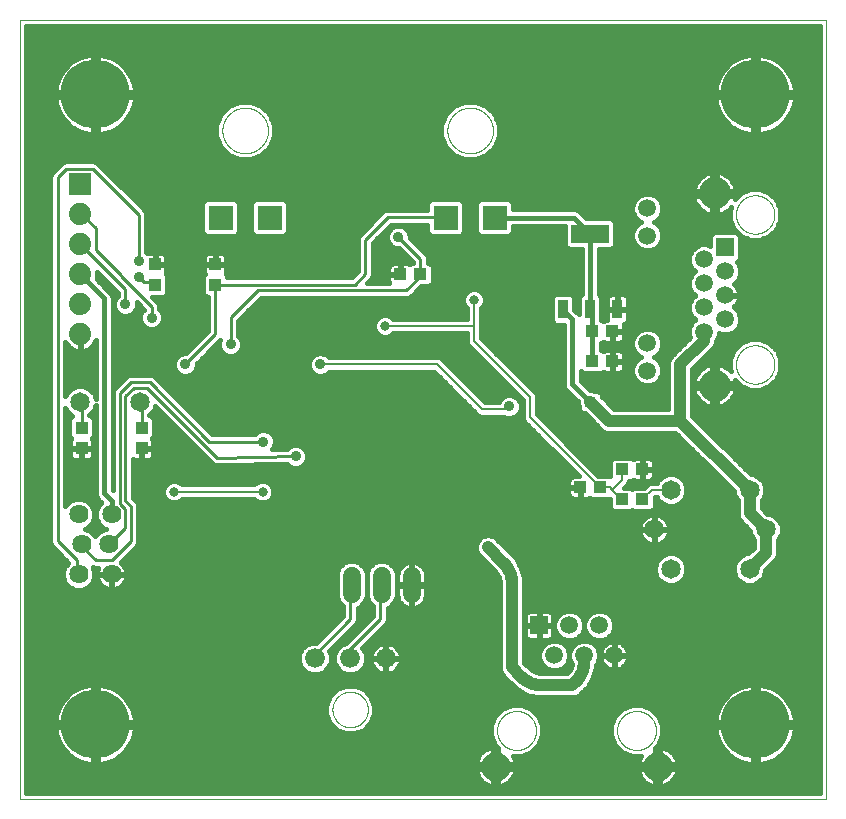
<source format=gbl>
G75*
%MOIN*%
%OFA0B0*%
%FSLAX25Y25*%
%IPPOS*%
%LPD*%
%AMOC8*
5,1,8,0,0,1.08239X$1,22.5*
%
%ADD10C,0.00000*%
%ADD11R,0.04252X0.04134*%
%ADD12R,0.05937X0.05937*%
%ADD13C,0.05937*%
%ADD14C,0.10630*%
%ADD15C,0.23000*%
%ADD16C,0.06600*%
%ADD17C,0.06400*%
%ADD18C,0.06000*%
%ADD19R,0.07400X0.07400*%
%ADD20C,0.07400*%
%ADD21R,0.03937X0.04331*%
%ADD22R,0.04331X0.03937*%
%ADD23C,0.06496*%
%ADD24R,0.08268X0.08268*%
%ADD25C,0.06500*%
%ADD26R,0.03500X0.06400*%
%ADD27R,0.12500X0.06400*%
%ADD28C,0.09744*%
%ADD29C,0.04000*%
%ADD30R,0.03562X0.03562*%
%ADD31C,0.01600*%
%ADD32C,0.02578*%
%ADD33C,0.03562*%
%ADD34C,0.00800*%
%ADD35C,0.03200*%
%ADD36C,0.01000*%
%ADD37C,0.03600*%
D10*
X0003594Y0010258D02*
X0003594Y0270219D01*
X0272294Y0270219D01*
X0272294Y0010258D01*
X0003594Y0010258D01*
X0107688Y0040258D02*
X0107690Y0040411D01*
X0107696Y0040565D01*
X0107706Y0040718D01*
X0107720Y0040870D01*
X0107738Y0041023D01*
X0107760Y0041174D01*
X0107785Y0041325D01*
X0107815Y0041476D01*
X0107849Y0041626D01*
X0107886Y0041774D01*
X0107927Y0041922D01*
X0107972Y0042068D01*
X0108021Y0042214D01*
X0108074Y0042358D01*
X0108130Y0042500D01*
X0108190Y0042641D01*
X0108254Y0042781D01*
X0108321Y0042919D01*
X0108392Y0043055D01*
X0108467Y0043189D01*
X0108544Y0043321D01*
X0108626Y0043451D01*
X0108710Y0043579D01*
X0108798Y0043705D01*
X0108889Y0043828D01*
X0108983Y0043949D01*
X0109081Y0044067D01*
X0109181Y0044183D01*
X0109285Y0044296D01*
X0109391Y0044407D01*
X0109500Y0044515D01*
X0109612Y0044620D01*
X0109726Y0044721D01*
X0109844Y0044820D01*
X0109963Y0044916D01*
X0110085Y0045009D01*
X0110210Y0045098D01*
X0110337Y0045185D01*
X0110466Y0045267D01*
X0110597Y0045347D01*
X0110730Y0045423D01*
X0110865Y0045496D01*
X0111002Y0045565D01*
X0111141Y0045630D01*
X0111281Y0045692D01*
X0111423Y0045750D01*
X0111566Y0045805D01*
X0111711Y0045856D01*
X0111857Y0045903D01*
X0112004Y0045946D01*
X0112152Y0045985D01*
X0112301Y0046021D01*
X0112451Y0046052D01*
X0112602Y0046080D01*
X0112753Y0046104D01*
X0112906Y0046124D01*
X0113058Y0046140D01*
X0113211Y0046152D01*
X0113364Y0046160D01*
X0113517Y0046164D01*
X0113671Y0046164D01*
X0113824Y0046160D01*
X0113977Y0046152D01*
X0114130Y0046140D01*
X0114282Y0046124D01*
X0114435Y0046104D01*
X0114586Y0046080D01*
X0114737Y0046052D01*
X0114887Y0046021D01*
X0115036Y0045985D01*
X0115184Y0045946D01*
X0115331Y0045903D01*
X0115477Y0045856D01*
X0115622Y0045805D01*
X0115765Y0045750D01*
X0115907Y0045692D01*
X0116047Y0045630D01*
X0116186Y0045565D01*
X0116323Y0045496D01*
X0116458Y0045423D01*
X0116591Y0045347D01*
X0116722Y0045267D01*
X0116851Y0045185D01*
X0116978Y0045098D01*
X0117103Y0045009D01*
X0117225Y0044916D01*
X0117344Y0044820D01*
X0117462Y0044721D01*
X0117576Y0044620D01*
X0117688Y0044515D01*
X0117797Y0044407D01*
X0117903Y0044296D01*
X0118007Y0044183D01*
X0118107Y0044067D01*
X0118205Y0043949D01*
X0118299Y0043828D01*
X0118390Y0043705D01*
X0118478Y0043579D01*
X0118562Y0043451D01*
X0118644Y0043321D01*
X0118721Y0043189D01*
X0118796Y0043055D01*
X0118867Y0042919D01*
X0118934Y0042781D01*
X0118998Y0042641D01*
X0119058Y0042500D01*
X0119114Y0042358D01*
X0119167Y0042214D01*
X0119216Y0042068D01*
X0119261Y0041922D01*
X0119302Y0041774D01*
X0119339Y0041626D01*
X0119373Y0041476D01*
X0119403Y0041325D01*
X0119428Y0041174D01*
X0119450Y0041023D01*
X0119468Y0040870D01*
X0119482Y0040718D01*
X0119492Y0040565D01*
X0119498Y0040411D01*
X0119500Y0040258D01*
X0119498Y0040105D01*
X0119492Y0039951D01*
X0119482Y0039798D01*
X0119468Y0039646D01*
X0119450Y0039493D01*
X0119428Y0039342D01*
X0119403Y0039191D01*
X0119373Y0039040D01*
X0119339Y0038890D01*
X0119302Y0038742D01*
X0119261Y0038594D01*
X0119216Y0038448D01*
X0119167Y0038302D01*
X0119114Y0038158D01*
X0119058Y0038016D01*
X0118998Y0037875D01*
X0118934Y0037735D01*
X0118867Y0037597D01*
X0118796Y0037461D01*
X0118721Y0037327D01*
X0118644Y0037195D01*
X0118562Y0037065D01*
X0118478Y0036937D01*
X0118390Y0036811D01*
X0118299Y0036688D01*
X0118205Y0036567D01*
X0118107Y0036449D01*
X0118007Y0036333D01*
X0117903Y0036220D01*
X0117797Y0036109D01*
X0117688Y0036001D01*
X0117576Y0035896D01*
X0117462Y0035795D01*
X0117344Y0035696D01*
X0117225Y0035600D01*
X0117103Y0035507D01*
X0116978Y0035418D01*
X0116851Y0035331D01*
X0116722Y0035249D01*
X0116591Y0035169D01*
X0116458Y0035093D01*
X0116323Y0035020D01*
X0116186Y0034951D01*
X0116047Y0034886D01*
X0115907Y0034824D01*
X0115765Y0034766D01*
X0115622Y0034711D01*
X0115477Y0034660D01*
X0115331Y0034613D01*
X0115184Y0034570D01*
X0115036Y0034531D01*
X0114887Y0034495D01*
X0114737Y0034464D01*
X0114586Y0034436D01*
X0114435Y0034412D01*
X0114282Y0034392D01*
X0114130Y0034376D01*
X0113977Y0034364D01*
X0113824Y0034356D01*
X0113671Y0034352D01*
X0113517Y0034352D01*
X0113364Y0034356D01*
X0113211Y0034364D01*
X0113058Y0034376D01*
X0112906Y0034392D01*
X0112753Y0034412D01*
X0112602Y0034436D01*
X0112451Y0034464D01*
X0112301Y0034495D01*
X0112152Y0034531D01*
X0112004Y0034570D01*
X0111857Y0034613D01*
X0111711Y0034660D01*
X0111566Y0034711D01*
X0111423Y0034766D01*
X0111281Y0034824D01*
X0111141Y0034886D01*
X0111002Y0034951D01*
X0110865Y0035020D01*
X0110730Y0035093D01*
X0110597Y0035169D01*
X0110466Y0035249D01*
X0110337Y0035331D01*
X0110210Y0035418D01*
X0110085Y0035507D01*
X0109963Y0035600D01*
X0109844Y0035696D01*
X0109726Y0035795D01*
X0109612Y0035896D01*
X0109500Y0036001D01*
X0109391Y0036109D01*
X0109285Y0036220D01*
X0109181Y0036333D01*
X0109081Y0036449D01*
X0108983Y0036567D01*
X0108889Y0036688D01*
X0108798Y0036811D01*
X0108710Y0036937D01*
X0108626Y0037065D01*
X0108544Y0037195D01*
X0108467Y0037327D01*
X0108392Y0037461D01*
X0108321Y0037597D01*
X0108254Y0037735D01*
X0108190Y0037875D01*
X0108130Y0038016D01*
X0108074Y0038158D01*
X0108021Y0038302D01*
X0107972Y0038448D01*
X0107927Y0038594D01*
X0107886Y0038742D01*
X0107849Y0038890D01*
X0107815Y0039040D01*
X0107785Y0039191D01*
X0107760Y0039342D01*
X0107738Y0039493D01*
X0107720Y0039646D01*
X0107706Y0039798D01*
X0107696Y0039951D01*
X0107690Y0040105D01*
X0107688Y0040258D01*
X0162578Y0033258D02*
X0162580Y0033419D01*
X0162586Y0033579D01*
X0162596Y0033740D01*
X0162610Y0033900D01*
X0162628Y0034059D01*
X0162649Y0034219D01*
X0162675Y0034377D01*
X0162705Y0034535D01*
X0162738Y0034692D01*
X0162776Y0034849D01*
X0162817Y0035004D01*
X0162862Y0035158D01*
X0162911Y0035311D01*
X0162964Y0035463D01*
X0163020Y0035613D01*
X0163080Y0035762D01*
X0163144Y0035910D01*
X0163211Y0036056D01*
X0163282Y0036200D01*
X0163357Y0036342D01*
X0163435Y0036483D01*
X0163516Y0036621D01*
X0163601Y0036758D01*
X0163690Y0036892D01*
X0163781Y0037024D01*
X0163876Y0037154D01*
X0163974Y0037281D01*
X0164075Y0037406D01*
X0164179Y0037529D01*
X0164286Y0037648D01*
X0164396Y0037765D01*
X0164509Y0037880D01*
X0164625Y0037991D01*
X0164743Y0038100D01*
X0164864Y0038205D01*
X0164988Y0038308D01*
X0165114Y0038408D01*
X0165243Y0038504D01*
X0165374Y0038597D01*
X0165507Y0038687D01*
X0165642Y0038774D01*
X0165780Y0038857D01*
X0165919Y0038936D01*
X0166061Y0039013D01*
X0166204Y0039086D01*
X0166349Y0039155D01*
X0166496Y0039220D01*
X0166644Y0039282D01*
X0166794Y0039341D01*
X0166945Y0039395D01*
X0167097Y0039446D01*
X0167251Y0039493D01*
X0167406Y0039536D01*
X0167561Y0039575D01*
X0167718Y0039611D01*
X0167876Y0039643D01*
X0168034Y0039670D01*
X0168193Y0039694D01*
X0168352Y0039714D01*
X0168512Y0039730D01*
X0168673Y0039742D01*
X0168833Y0039750D01*
X0168994Y0039754D01*
X0169154Y0039754D01*
X0169315Y0039750D01*
X0169475Y0039742D01*
X0169636Y0039730D01*
X0169796Y0039714D01*
X0169955Y0039694D01*
X0170114Y0039670D01*
X0170272Y0039643D01*
X0170430Y0039611D01*
X0170587Y0039575D01*
X0170742Y0039536D01*
X0170897Y0039493D01*
X0171051Y0039446D01*
X0171203Y0039395D01*
X0171354Y0039341D01*
X0171504Y0039282D01*
X0171652Y0039220D01*
X0171799Y0039155D01*
X0171944Y0039086D01*
X0172087Y0039013D01*
X0172229Y0038936D01*
X0172368Y0038857D01*
X0172506Y0038774D01*
X0172641Y0038687D01*
X0172774Y0038597D01*
X0172905Y0038504D01*
X0173034Y0038408D01*
X0173160Y0038308D01*
X0173284Y0038205D01*
X0173405Y0038100D01*
X0173523Y0037991D01*
X0173639Y0037880D01*
X0173752Y0037765D01*
X0173862Y0037648D01*
X0173969Y0037529D01*
X0174073Y0037406D01*
X0174174Y0037281D01*
X0174272Y0037154D01*
X0174367Y0037024D01*
X0174458Y0036892D01*
X0174547Y0036758D01*
X0174632Y0036621D01*
X0174713Y0036483D01*
X0174791Y0036342D01*
X0174866Y0036200D01*
X0174937Y0036056D01*
X0175004Y0035910D01*
X0175068Y0035762D01*
X0175128Y0035613D01*
X0175184Y0035463D01*
X0175237Y0035311D01*
X0175286Y0035158D01*
X0175331Y0035004D01*
X0175372Y0034849D01*
X0175410Y0034692D01*
X0175443Y0034535D01*
X0175473Y0034377D01*
X0175499Y0034219D01*
X0175520Y0034059D01*
X0175538Y0033900D01*
X0175552Y0033740D01*
X0175562Y0033579D01*
X0175568Y0033419D01*
X0175570Y0033258D01*
X0175568Y0033097D01*
X0175562Y0032937D01*
X0175552Y0032776D01*
X0175538Y0032616D01*
X0175520Y0032457D01*
X0175499Y0032297D01*
X0175473Y0032139D01*
X0175443Y0031981D01*
X0175410Y0031824D01*
X0175372Y0031667D01*
X0175331Y0031512D01*
X0175286Y0031358D01*
X0175237Y0031205D01*
X0175184Y0031053D01*
X0175128Y0030903D01*
X0175068Y0030754D01*
X0175004Y0030606D01*
X0174937Y0030460D01*
X0174866Y0030316D01*
X0174791Y0030174D01*
X0174713Y0030033D01*
X0174632Y0029895D01*
X0174547Y0029758D01*
X0174458Y0029624D01*
X0174367Y0029492D01*
X0174272Y0029362D01*
X0174174Y0029235D01*
X0174073Y0029110D01*
X0173969Y0028987D01*
X0173862Y0028868D01*
X0173752Y0028751D01*
X0173639Y0028636D01*
X0173523Y0028525D01*
X0173405Y0028416D01*
X0173284Y0028311D01*
X0173160Y0028208D01*
X0173034Y0028108D01*
X0172905Y0028012D01*
X0172774Y0027919D01*
X0172641Y0027829D01*
X0172506Y0027742D01*
X0172368Y0027659D01*
X0172229Y0027580D01*
X0172087Y0027503D01*
X0171944Y0027430D01*
X0171799Y0027361D01*
X0171652Y0027296D01*
X0171504Y0027234D01*
X0171354Y0027175D01*
X0171203Y0027121D01*
X0171051Y0027070D01*
X0170897Y0027023D01*
X0170742Y0026980D01*
X0170587Y0026941D01*
X0170430Y0026905D01*
X0170272Y0026873D01*
X0170114Y0026846D01*
X0169955Y0026822D01*
X0169796Y0026802D01*
X0169636Y0026786D01*
X0169475Y0026774D01*
X0169315Y0026766D01*
X0169154Y0026762D01*
X0168994Y0026762D01*
X0168833Y0026766D01*
X0168673Y0026774D01*
X0168512Y0026786D01*
X0168352Y0026802D01*
X0168193Y0026822D01*
X0168034Y0026846D01*
X0167876Y0026873D01*
X0167718Y0026905D01*
X0167561Y0026941D01*
X0167406Y0026980D01*
X0167251Y0027023D01*
X0167097Y0027070D01*
X0166945Y0027121D01*
X0166794Y0027175D01*
X0166644Y0027234D01*
X0166496Y0027296D01*
X0166349Y0027361D01*
X0166204Y0027430D01*
X0166061Y0027503D01*
X0165919Y0027580D01*
X0165780Y0027659D01*
X0165642Y0027742D01*
X0165507Y0027829D01*
X0165374Y0027919D01*
X0165243Y0028012D01*
X0165114Y0028108D01*
X0164988Y0028208D01*
X0164864Y0028311D01*
X0164743Y0028416D01*
X0164625Y0028525D01*
X0164509Y0028636D01*
X0164396Y0028751D01*
X0164286Y0028868D01*
X0164179Y0028987D01*
X0164075Y0029110D01*
X0163974Y0029235D01*
X0163876Y0029362D01*
X0163781Y0029492D01*
X0163690Y0029624D01*
X0163601Y0029758D01*
X0163516Y0029895D01*
X0163435Y0030033D01*
X0163357Y0030174D01*
X0163282Y0030316D01*
X0163211Y0030460D01*
X0163144Y0030606D01*
X0163080Y0030754D01*
X0163020Y0030903D01*
X0162964Y0031053D01*
X0162911Y0031205D01*
X0162862Y0031358D01*
X0162817Y0031512D01*
X0162776Y0031667D01*
X0162738Y0031824D01*
X0162705Y0031981D01*
X0162675Y0032139D01*
X0162649Y0032297D01*
X0162628Y0032457D01*
X0162610Y0032616D01*
X0162596Y0032776D01*
X0162586Y0032937D01*
X0162580Y0033097D01*
X0162578Y0033258D01*
X0202578Y0033258D02*
X0202580Y0033419D01*
X0202586Y0033579D01*
X0202596Y0033740D01*
X0202610Y0033900D01*
X0202628Y0034059D01*
X0202649Y0034219D01*
X0202675Y0034377D01*
X0202705Y0034535D01*
X0202738Y0034692D01*
X0202776Y0034849D01*
X0202817Y0035004D01*
X0202862Y0035158D01*
X0202911Y0035311D01*
X0202964Y0035463D01*
X0203020Y0035613D01*
X0203080Y0035762D01*
X0203144Y0035910D01*
X0203211Y0036056D01*
X0203282Y0036200D01*
X0203357Y0036342D01*
X0203435Y0036483D01*
X0203516Y0036621D01*
X0203601Y0036758D01*
X0203690Y0036892D01*
X0203781Y0037024D01*
X0203876Y0037154D01*
X0203974Y0037281D01*
X0204075Y0037406D01*
X0204179Y0037529D01*
X0204286Y0037648D01*
X0204396Y0037765D01*
X0204509Y0037880D01*
X0204625Y0037991D01*
X0204743Y0038100D01*
X0204864Y0038205D01*
X0204988Y0038308D01*
X0205114Y0038408D01*
X0205243Y0038504D01*
X0205374Y0038597D01*
X0205507Y0038687D01*
X0205642Y0038774D01*
X0205780Y0038857D01*
X0205919Y0038936D01*
X0206061Y0039013D01*
X0206204Y0039086D01*
X0206349Y0039155D01*
X0206496Y0039220D01*
X0206644Y0039282D01*
X0206794Y0039341D01*
X0206945Y0039395D01*
X0207097Y0039446D01*
X0207251Y0039493D01*
X0207406Y0039536D01*
X0207561Y0039575D01*
X0207718Y0039611D01*
X0207876Y0039643D01*
X0208034Y0039670D01*
X0208193Y0039694D01*
X0208352Y0039714D01*
X0208512Y0039730D01*
X0208673Y0039742D01*
X0208833Y0039750D01*
X0208994Y0039754D01*
X0209154Y0039754D01*
X0209315Y0039750D01*
X0209475Y0039742D01*
X0209636Y0039730D01*
X0209796Y0039714D01*
X0209955Y0039694D01*
X0210114Y0039670D01*
X0210272Y0039643D01*
X0210430Y0039611D01*
X0210587Y0039575D01*
X0210742Y0039536D01*
X0210897Y0039493D01*
X0211051Y0039446D01*
X0211203Y0039395D01*
X0211354Y0039341D01*
X0211504Y0039282D01*
X0211652Y0039220D01*
X0211799Y0039155D01*
X0211944Y0039086D01*
X0212087Y0039013D01*
X0212229Y0038936D01*
X0212368Y0038857D01*
X0212506Y0038774D01*
X0212641Y0038687D01*
X0212774Y0038597D01*
X0212905Y0038504D01*
X0213034Y0038408D01*
X0213160Y0038308D01*
X0213284Y0038205D01*
X0213405Y0038100D01*
X0213523Y0037991D01*
X0213639Y0037880D01*
X0213752Y0037765D01*
X0213862Y0037648D01*
X0213969Y0037529D01*
X0214073Y0037406D01*
X0214174Y0037281D01*
X0214272Y0037154D01*
X0214367Y0037024D01*
X0214458Y0036892D01*
X0214547Y0036758D01*
X0214632Y0036621D01*
X0214713Y0036483D01*
X0214791Y0036342D01*
X0214866Y0036200D01*
X0214937Y0036056D01*
X0215004Y0035910D01*
X0215068Y0035762D01*
X0215128Y0035613D01*
X0215184Y0035463D01*
X0215237Y0035311D01*
X0215286Y0035158D01*
X0215331Y0035004D01*
X0215372Y0034849D01*
X0215410Y0034692D01*
X0215443Y0034535D01*
X0215473Y0034377D01*
X0215499Y0034219D01*
X0215520Y0034059D01*
X0215538Y0033900D01*
X0215552Y0033740D01*
X0215562Y0033579D01*
X0215568Y0033419D01*
X0215570Y0033258D01*
X0215568Y0033097D01*
X0215562Y0032937D01*
X0215552Y0032776D01*
X0215538Y0032616D01*
X0215520Y0032457D01*
X0215499Y0032297D01*
X0215473Y0032139D01*
X0215443Y0031981D01*
X0215410Y0031824D01*
X0215372Y0031667D01*
X0215331Y0031512D01*
X0215286Y0031358D01*
X0215237Y0031205D01*
X0215184Y0031053D01*
X0215128Y0030903D01*
X0215068Y0030754D01*
X0215004Y0030606D01*
X0214937Y0030460D01*
X0214866Y0030316D01*
X0214791Y0030174D01*
X0214713Y0030033D01*
X0214632Y0029895D01*
X0214547Y0029758D01*
X0214458Y0029624D01*
X0214367Y0029492D01*
X0214272Y0029362D01*
X0214174Y0029235D01*
X0214073Y0029110D01*
X0213969Y0028987D01*
X0213862Y0028868D01*
X0213752Y0028751D01*
X0213639Y0028636D01*
X0213523Y0028525D01*
X0213405Y0028416D01*
X0213284Y0028311D01*
X0213160Y0028208D01*
X0213034Y0028108D01*
X0212905Y0028012D01*
X0212774Y0027919D01*
X0212641Y0027829D01*
X0212506Y0027742D01*
X0212368Y0027659D01*
X0212229Y0027580D01*
X0212087Y0027503D01*
X0211944Y0027430D01*
X0211799Y0027361D01*
X0211652Y0027296D01*
X0211504Y0027234D01*
X0211354Y0027175D01*
X0211203Y0027121D01*
X0211051Y0027070D01*
X0210897Y0027023D01*
X0210742Y0026980D01*
X0210587Y0026941D01*
X0210430Y0026905D01*
X0210272Y0026873D01*
X0210114Y0026846D01*
X0209955Y0026822D01*
X0209796Y0026802D01*
X0209636Y0026786D01*
X0209475Y0026774D01*
X0209315Y0026766D01*
X0209154Y0026762D01*
X0208994Y0026762D01*
X0208833Y0026766D01*
X0208673Y0026774D01*
X0208512Y0026786D01*
X0208352Y0026802D01*
X0208193Y0026822D01*
X0208034Y0026846D01*
X0207876Y0026873D01*
X0207718Y0026905D01*
X0207561Y0026941D01*
X0207406Y0026980D01*
X0207251Y0027023D01*
X0207097Y0027070D01*
X0206945Y0027121D01*
X0206794Y0027175D01*
X0206644Y0027234D01*
X0206496Y0027296D01*
X0206349Y0027361D01*
X0206204Y0027430D01*
X0206061Y0027503D01*
X0205919Y0027580D01*
X0205780Y0027659D01*
X0205642Y0027742D01*
X0205507Y0027829D01*
X0205374Y0027919D01*
X0205243Y0028012D01*
X0205114Y0028108D01*
X0204988Y0028208D01*
X0204864Y0028311D01*
X0204743Y0028416D01*
X0204625Y0028525D01*
X0204509Y0028636D01*
X0204396Y0028751D01*
X0204286Y0028868D01*
X0204179Y0028987D01*
X0204075Y0029110D01*
X0203974Y0029235D01*
X0203876Y0029362D01*
X0203781Y0029492D01*
X0203690Y0029624D01*
X0203601Y0029758D01*
X0203516Y0029895D01*
X0203435Y0030033D01*
X0203357Y0030174D01*
X0203282Y0030316D01*
X0203211Y0030460D01*
X0203144Y0030606D01*
X0203080Y0030754D01*
X0203020Y0030903D01*
X0202964Y0031053D01*
X0202911Y0031205D01*
X0202862Y0031358D01*
X0202817Y0031512D01*
X0202776Y0031667D01*
X0202738Y0031824D01*
X0202705Y0031981D01*
X0202675Y0032139D01*
X0202649Y0032297D01*
X0202628Y0032457D01*
X0202610Y0032616D01*
X0202596Y0032776D01*
X0202586Y0032937D01*
X0202580Y0033097D01*
X0202578Y0033258D01*
X0242196Y0155258D02*
X0242198Y0155418D01*
X0242204Y0155577D01*
X0242214Y0155736D01*
X0242228Y0155895D01*
X0242246Y0156054D01*
X0242267Y0156212D01*
X0242293Y0156369D01*
X0242323Y0156526D01*
X0242356Y0156682D01*
X0242394Y0156837D01*
X0242435Y0156991D01*
X0242480Y0157144D01*
X0242529Y0157296D01*
X0242582Y0157446D01*
X0242638Y0157595D01*
X0242698Y0157743D01*
X0242762Y0157889D01*
X0242830Y0158034D01*
X0242901Y0158177D01*
X0242975Y0158318D01*
X0243053Y0158457D01*
X0243135Y0158594D01*
X0243220Y0158729D01*
X0243308Y0158862D01*
X0243399Y0158993D01*
X0243494Y0159121D01*
X0243592Y0159247D01*
X0243693Y0159371D01*
X0243797Y0159491D01*
X0243904Y0159610D01*
X0244014Y0159725D01*
X0244127Y0159838D01*
X0244242Y0159948D01*
X0244361Y0160055D01*
X0244481Y0160159D01*
X0244605Y0160260D01*
X0244731Y0160358D01*
X0244859Y0160453D01*
X0244990Y0160544D01*
X0245123Y0160632D01*
X0245258Y0160717D01*
X0245395Y0160799D01*
X0245534Y0160877D01*
X0245675Y0160951D01*
X0245818Y0161022D01*
X0245963Y0161090D01*
X0246109Y0161154D01*
X0246257Y0161214D01*
X0246406Y0161270D01*
X0246556Y0161323D01*
X0246708Y0161372D01*
X0246861Y0161417D01*
X0247015Y0161458D01*
X0247170Y0161496D01*
X0247326Y0161529D01*
X0247483Y0161559D01*
X0247640Y0161585D01*
X0247798Y0161606D01*
X0247957Y0161624D01*
X0248116Y0161638D01*
X0248275Y0161648D01*
X0248434Y0161654D01*
X0248594Y0161656D01*
X0248754Y0161654D01*
X0248913Y0161648D01*
X0249072Y0161638D01*
X0249231Y0161624D01*
X0249390Y0161606D01*
X0249548Y0161585D01*
X0249705Y0161559D01*
X0249862Y0161529D01*
X0250018Y0161496D01*
X0250173Y0161458D01*
X0250327Y0161417D01*
X0250480Y0161372D01*
X0250632Y0161323D01*
X0250782Y0161270D01*
X0250931Y0161214D01*
X0251079Y0161154D01*
X0251225Y0161090D01*
X0251370Y0161022D01*
X0251513Y0160951D01*
X0251654Y0160877D01*
X0251793Y0160799D01*
X0251930Y0160717D01*
X0252065Y0160632D01*
X0252198Y0160544D01*
X0252329Y0160453D01*
X0252457Y0160358D01*
X0252583Y0160260D01*
X0252707Y0160159D01*
X0252827Y0160055D01*
X0252946Y0159948D01*
X0253061Y0159838D01*
X0253174Y0159725D01*
X0253284Y0159610D01*
X0253391Y0159491D01*
X0253495Y0159371D01*
X0253596Y0159247D01*
X0253694Y0159121D01*
X0253789Y0158993D01*
X0253880Y0158862D01*
X0253968Y0158729D01*
X0254053Y0158594D01*
X0254135Y0158457D01*
X0254213Y0158318D01*
X0254287Y0158177D01*
X0254358Y0158034D01*
X0254426Y0157889D01*
X0254490Y0157743D01*
X0254550Y0157595D01*
X0254606Y0157446D01*
X0254659Y0157296D01*
X0254708Y0157144D01*
X0254753Y0156991D01*
X0254794Y0156837D01*
X0254832Y0156682D01*
X0254865Y0156526D01*
X0254895Y0156369D01*
X0254921Y0156212D01*
X0254942Y0156054D01*
X0254960Y0155895D01*
X0254974Y0155736D01*
X0254984Y0155577D01*
X0254990Y0155418D01*
X0254992Y0155258D01*
X0254990Y0155098D01*
X0254984Y0154939D01*
X0254974Y0154780D01*
X0254960Y0154621D01*
X0254942Y0154462D01*
X0254921Y0154304D01*
X0254895Y0154147D01*
X0254865Y0153990D01*
X0254832Y0153834D01*
X0254794Y0153679D01*
X0254753Y0153525D01*
X0254708Y0153372D01*
X0254659Y0153220D01*
X0254606Y0153070D01*
X0254550Y0152921D01*
X0254490Y0152773D01*
X0254426Y0152627D01*
X0254358Y0152482D01*
X0254287Y0152339D01*
X0254213Y0152198D01*
X0254135Y0152059D01*
X0254053Y0151922D01*
X0253968Y0151787D01*
X0253880Y0151654D01*
X0253789Y0151523D01*
X0253694Y0151395D01*
X0253596Y0151269D01*
X0253495Y0151145D01*
X0253391Y0151025D01*
X0253284Y0150906D01*
X0253174Y0150791D01*
X0253061Y0150678D01*
X0252946Y0150568D01*
X0252827Y0150461D01*
X0252707Y0150357D01*
X0252583Y0150256D01*
X0252457Y0150158D01*
X0252329Y0150063D01*
X0252198Y0149972D01*
X0252065Y0149884D01*
X0251930Y0149799D01*
X0251793Y0149717D01*
X0251654Y0149639D01*
X0251513Y0149565D01*
X0251370Y0149494D01*
X0251225Y0149426D01*
X0251079Y0149362D01*
X0250931Y0149302D01*
X0250782Y0149246D01*
X0250632Y0149193D01*
X0250480Y0149144D01*
X0250327Y0149099D01*
X0250173Y0149058D01*
X0250018Y0149020D01*
X0249862Y0148987D01*
X0249705Y0148957D01*
X0249548Y0148931D01*
X0249390Y0148910D01*
X0249231Y0148892D01*
X0249072Y0148878D01*
X0248913Y0148868D01*
X0248754Y0148862D01*
X0248594Y0148860D01*
X0248434Y0148862D01*
X0248275Y0148868D01*
X0248116Y0148878D01*
X0247957Y0148892D01*
X0247798Y0148910D01*
X0247640Y0148931D01*
X0247483Y0148957D01*
X0247326Y0148987D01*
X0247170Y0149020D01*
X0247015Y0149058D01*
X0246861Y0149099D01*
X0246708Y0149144D01*
X0246556Y0149193D01*
X0246406Y0149246D01*
X0246257Y0149302D01*
X0246109Y0149362D01*
X0245963Y0149426D01*
X0245818Y0149494D01*
X0245675Y0149565D01*
X0245534Y0149639D01*
X0245395Y0149717D01*
X0245258Y0149799D01*
X0245123Y0149884D01*
X0244990Y0149972D01*
X0244859Y0150063D01*
X0244731Y0150158D01*
X0244605Y0150256D01*
X0244481Y0150357D01*
X0244361Y0150461D01*
X0244242Y0150568D01*
X0244127Y0150678D01*
X0244014Y0150791D01*
X0243904Y0150906D01*
X0243797Y0151025D01*
X0243693Y0151145D01*
X0243592Y0151269D01*
X0243494Y0151395D01*
X0243399Y0151523D01*
X0243308Y0151654D01*
X0243220Y0151787D01*
X0243135Y0151922D01*
X0243053Y0152059D01*
X0242975Y0152198D01*
X0242901Y0152339D01*
X0242830Y0152482D01*
X0242762Y0152627D01*
X0242698Y0152773D01*
X0242638Y0152921D01*
X0242582Y0153070D01*
X0242529Y0153220D01*
X0242480Y0153372D01*
X0242435Y0153525D01*
X0242394Y0153679D01*
X0242356Y0153834D01*
X0242323Y0153990D01*
X0242293Y0154147D01*
X0242267Y0154304D01*
X0242246Y0154462D01*
X0242228Y0154621D01*
X0242214Y0154780D01*
X0242204Y0154939D01*
X0242198Y0155098D01*
X0242196Y0155258D01*
X0242196Y0205258D02*
X0242198Y0205418D01*
X0242204Y0205577D01*
X0242214Y0205736D01*
X0242228Y0205895D01*
X0242246Y0206054D01*
X0242267Y0206212D01*
X0242293Y0206369D01*
X0242323Y0206526D01*
X0242356Y0206682D01*
X0242394Y0206837D01*
X0242435Y0206991D01*
X0242480Y0207144D01*
X0242529Y0207296D01*
X0242582Y0207446D01*
X0242638Y0207595D01*
X0242698Y0207743D01*
X0242762Y0207889D01*
X0242830Y0208034D01*
X0242901Y0208177D01*
X0242975Y0208318D01*
X0243053Y0208457D01*
X0243135Y0208594D01*
X0243220Y0208729D01*
X0243308Y0208862D01*
X0243399Y0208993D01*
X0243494Y0209121D01*
X0243592Y0209247D01*
X0243693Y0209371D01*
X0243797Y0209491D01*
X0243904Y0209610D01*
X0244014Y0209725D01*
X0244127Y0209838D01*
X0244242Y0209948D01*
X0244361Y0210055D01*
X0244481Y0210159D01*
X0244605Y0210260D01*
X0244731Y0210358D01*
X0244859Y0210453D01*
X0244990Y0210544D01*
X0245123Y0210632D01*
X0245258Y0210717D01*
X0245395Y0210799D01*
X0245534Y0210877D01*
X0245675Y0210951D01*
X0245818Y0211022D01*
X0245963Y0211090D01*
X0246109Y0211154D01*
X0246257Y0211214D01*
X0246406Y0211270D01*
X0246556Y0211323D01*
X0246708Y0211372D01*
X0246861Y0211417D01*
X0247015Y0211458D01*
X0247170Y0211496D01*
X0247326Y0211529D01*
X0247483Y0211559D01*
X0247640Y0211585D01*
X0247798Y0211606D01*
X0247957Y0211624D01*
X0248116Y0211638D01*
X0248275Y0211648D01*
X0248434Y0211654D01*
X0248594Y0211656D01*
X0248754Y0211654D01*
X0248913Y0211648D01*
X0249072Y0211638D01*
X0249231Y0211624D01*
X0249390Y0211606D01*
X0249548Y0211585D01*
X0249705Y0211559D01*
X0249862Y0211529D01*
X0250018Y0211496D01*
X0250173Y0211458D01*
X0250327Y0211417D01*
X0250480Y0211372D01*
X0250632Y0211323D01*
X0250782Y0211270D01*
X0250931Y0211214D01*
X0251079Y0211154D01*
X0251225Y0211090D01*
X0251370Y0211022D01*
X0251513Y0210951D01*
X0251654Y0210877D01*
X0251793Y0210799D01*
X0251930Y0210717D01*
X0252065Y0210632D01*
X0252198Y0210544D01*
X0252329Y0210453D01*
X0252457Y0210358D01*
X0252583Y0210260D01*
X0252707Y0210159D01*
X0252827Y0210055D01*
X0252946Y0209948D01*
X0253061Y0209838D01*
X0253174Y0209725D01*
X0253284Y0209610D01*
X0253391Y0209491D01*
X0253495Y0209371D01*
X0253596Y0209247D01*
X0253694Y0209121D01*
X0253789Y0208993D01*
X0253880Y0208862D01*
X0253968Y0208729D01*
X0254053Y0208594D01*
X0254135Y0208457D01*
X0254213Y0208318D01*
X0254287Y0208177D01*
X0254358Y0208034D01*
X0254426Y0207889D01*
X0254490Y0207743D01*
X0254550Y0207595D01*
X0254606Y0207446D01*
X0254659Y0207296D01*
X0254708Y0207144D01*
X0254753Y0206991D01*
X0254794Y0206837D01*
X0254832Y0206682D01*
X0254865Y0206526D01*
X0254895Y0206369D01*
X0254921Y0206212D01*
X0254942Y0206054D01*
X0254960Y0205895D01*
X0254974Y0205736D01*
X0254984Y0205577D01*
X0254990Y0205418D01*
X0254992Y0205258D01*
X0254990Y0205098D01*
X0254984Y0204939D01*
X0254974Y0204780D01*
X0254960Y0204621D01*
X0254942Y0204462D01*
X0254921Y0204304D01*
X0254895Y0204147D01*
X0254865Y0203990D01*
X0254832Y0203834D01*
X0254794Y0203679D01*
X0254753Y0203525D01*
X0254708Y0203372D01*
X0254659Y0203220D01*
X0254606Y0203070D01*
X0254550Y0202921D01*
X0254490Y0202773D01*
X0254426Y0202627D01*
X0254358Y0202482D01*
X0254287Y0202339D01*
X0254213Y0202198D01*
X0254135Y0202059D01*
X0254053Y0201922D01*
X0253968Y0201787D01*
X0253880Y0201654D01*
X0253789Y0201523D01*
X0253694Y0201395D01*
X0253596Y0201269D01*
X0253495Y0201145D01*
X0253391Y0201025D01*
X0253284Y0200906D01*
X0253174Y0200791D01*
X0253061Y0200678D01*
X0252946Y0200568D01*
X0252827Y0200461D01*
X0252707Y0200357D01*
X0252583Y0200256D01*
X0252457Y0200158D01*
X0252329Y0200063D01*
X0252198Y0199972D01*
X0252065Y0199884D01*
X0251930Y0199799D01*
X0251793Y0199717D01*
X0251654Y0199639D01*
X0251513Y0199565D01*
X0251370Y0199494D01*
X0251225Y0199426D01*
X0251079Y0199362D01*
X0250931Y0199302D01*
X0250782Y0199246D01*
X0250632Y0199193D01*
X0250480Y0199144D01*
X0250327Y0199099D01*
X0250173Y0199058D01*
X0250018Y0199020D01*
X0249862Y0198987D01*
X0249705Y0198957D01*
X0249548Y0198931D01*
X0249390Y0198910D01*
X0249231Y0198892D01*
X0249072Y0198878D01*
X0248913Y0198868D01*
X0248754Y0198862D01*
X0248594Y0198860D01*
X0248434Y0198862D01*
X0248275Y0198868D01*
X0248116Y0198878D01*
X0247957Y0198892D01*
X0247798Y0198910D01*
X0247640Y0198931D01*
X0247483Y0198957D01*
X0247326Y0198987D01*
X0247170Y0199020D01*
X0247015Y0199058D01*
X0246861Y0199099D01*
X0246708Y0199144D01*
X0246556Y0199193D01*
X0246406Y0199246D01*
X0246257Y0199302D01*
X0246109Y0199362D01*
X0245963Y0199426D01*
X0245818Y0199494D01*
X0245675Y0199565D01*
X0245534Y0199639D01*
X0245395Y0199717D01*
X0245258Y0199799D01*
X0245123Y0199884D01*
X0244990Y0199972D01*
X0244859Y0200063D01*
X0244731Y0200158D01*
X0244605Y0200256D01*
X0244481Y0200357D01*
X0244361Y0200461D01*
X0244242Y0200568D01*
X0244127Y0200678D01*
X0244014Y0200791D01*
X0243904Y0200906D01*
X0243797Y0201025D01*
X0243693Y0201145D01*
X0243592Y0201269D01*
X0243494Y0201395D01*
X0243399Y0201523D01*
X0243308Y0201654D01*
X0243220Y0201787D01*
X0243135Y0201922D01*
X0243053Y0202059D01*
X0242975Y0202198D01*
X0242901Y0202339D01*
X0242830Y0202482D01*
X0242762Y0202627D01*
X0242698Y0202773D01*
X0242638Y0202921D01*
X0242582Y0203070D01*
X0242529Y0203220D01*
X0242480Y0203372D01*
X0242435Y0203525D01*
X0242394Y0203679D01*
X0242356Y0203834D01*
X0242323Y0203990D01*
X0242293Y0204147D01*
X0242267Y0204304D01*
X0242246Y0204462D01*
X0242228Y0204621D01*
X0242214Y0204780D01*
X0242204Y0204939D01*
X0242198Y0205098D01*
X0242196Y0205258D01*
X0145996Y0233250D02*
X0145998Y0233436D01*
X0146005Y0233623D01*
X0146017Y0233809D01*
X0146033Y0233995D01*
X0146053Y0234180D01*
X0146078Y0234365D01*
X0146108Y0234549D01*
X0146142Y0234732D01*
X0146181Y0234915D01*
X0146224Y0235096D01*
X0146271Y0235276D01*
X0146323Y0235456D01*
X0146379Y0235633D01*
X0146440Y0235810D01*
X0146505Y0235984D01*
X0146574Y0236158D01*
X0146648Y0236329D01*
X0146725Y0236499D01*
X0146807Y0236666D01*
X0146893Y0236832D01*
X0146983Y0236995D01*
X0147077Y0237156D01*
X0147175Y0237315D01*
X0147276Y0237471D01*
X0147382Y0237625D01*
X0147491Y0237776D01*
X0147604Y0237925D01*
X0147721Y0238070D01*
X0147841Y0238213D01*
X0147964Y0238353D01*
X0148091Y0238489D01*
X0148221Y0238623D01*
X0148355Y0238753D01*
X0148491Y0238880D01*
X0148631Y0239003D01*
X0148774Y0239123D01*
X0148919Y0239240D01*
X0149068Y0239353D01*
X0149219Y0239462D01*
X0149373Y0239568D01*
X0149529Y0239669D01*
X0149688Y0239767D01*
X0149849Y0239861D01*
X0150012Y0239951D01*
X0150178Y0240037D01*
X0150345Y0240119D01*
X0150515Y0240196D01*
X0150686Y0240270D01*
X0150860Y0240339D01*
X0151034Y0240404D01*
X0151211Y0240465D01*
X0151388Y0240521D01*
X0151568Y0240573D01*
X0151748Y0240620D01*
X0151929Y0240663D01*
X0152112Y0240702D01*
X0152295Y0240736D01*
X0152479Y0240766D01*
X0152664Y0240791D01*
X0152849Y0240811D01*
X0153035Y0240827D01*
X0153221Y0240839D01*
X0153408Y0240846D01*
X0153594Y0240848D01*
X0153780Y0240846D01*
X0153967Y0240839D01*
X0154153Y0240827D01*
X0154339Y0240811D01*
X0154524Y0240791D01*
X0154709Y0240766D01*
X0154893Y0240736D01*
X0155076Y0240702D01*
X0155259Y0240663D01*
X0155440Y0240620D01*
X0155620Y0240573D01*
X0155800Y0240521D01*
X0155977Y0240465D01*
X0156154Y0240404D01*
X0156328Y0240339D01*
X0156502Y0240270D01*
X0156673Y0240196D01*
X0156843Y0240119D01*
X0157010Y0240037D01*
X0157176Y0239951D01*
X0157339Y0239861D01*
X0157500Y0239767D01*
X0157659Y0239669D01*
X0157815Y0239568D01*
X0157969Y0239462D01*
X0158120Y0239353D01*
X0158269Y0239240D01*
X0158414Y0239123D01*
X0158557Y0239003D01*
X0158697Y0238880D01*
X0158833Y0238753D01*
X0158967Y0238623D01*
X0159097Y0238489D01*
X0159224Y0238353D01*
X0159347Y0238213D01*
X0159467Y0238070D01*
X0159584Y0237925D01*
X0159697Y0237776D01*
X0159806Y0237625D01*
X0159912Y0237471D01*
X0160013Y0237315D01*
X0160111Y0237156D01*
X0160205Y0236995D01*
X0160295Y0236832D01*
X0160381Y0236666D01*
X0160463Y0236499D01*
X0160540Y0236329D01*
X0160614Y0236158D01*
X0160683Y0235984D01*
X0160748Y0235810D01*
X0160809Y0235633D01*
X0160865Y0235456D01*
X0160917Y0235276D01*
X0160964Y0235096D01*
X0161007Y0234915D01*
X0161046Y0234732D01*
X0161080Y0234549D01*
X0161110Y0234365D01*
X0161135Y0234180D01*
X0161155Y0233995D01*
X0161171Y0233809D01*
X0161183Y0233623D01*
X0161190Y0233436D01*
X0161192Y0233250D01*
X0161190Y0233064D01*
X0161183Y0232877D01*
X0161171Y0232691D01*
X0161155Y0232505D01*
X0161135Y0232320D01*
X0161110Y0232135D01*
X0161080Y0231951D01*
X0161046Y0231768D01*
X0161007Y0231585D01*
X0160964Y0231404D01*
X0160917Y0231224D01*
X0160865Y0231044D01*
X0160809Y0230867D01*
X0160748Y0230690D01*
X0160683Y0230516D01*
X0160614Y0230342D01*
X0160540Y0230171D01*
X0160463Y0230001D01*
X0160381Y0229834D01*
X0160295Y0229668D01*
X0160205Y0229505D01*
X0160111Y0229344D01*
X0160013Y0229185D01*
X0159912Y0229029D01*
X0159806Y0228875D01*
X0159697Y0228724D01*
X0159584Y0228575D01*
X0159467Y0228430D01*
X0159347Y0228287D01*
X0159224Y0228147D01*
X0159097Y0228011D01*
X0158967Y0227877D01*
X0158833Y0227747D01*
X0158697Y0227620D01*
X0158557Y0227497D01*
X0158414Y0227377D01*
X0158269Y0227260D01*
X0158120Y0227147D01*
X0157969Y0227038D01*
X0157815Y0226932D01*
X0157659Y0226831D01*
X0157500Y0226733D01*
X0157339Y0226639D01*
X0157176Y0226549D01*
X0157010Y0226463D01*
X0156843Y0226381D01*
X0156673Y0226304D01*
X0156502Y0226230D01*
X0156328Y0226161D01*
X0156154Y0226096D01*
X0155977Y0226035D01*
X0155800Y0225979D01*
X0155620Y0225927D01*
X0155440Y0225880D01*
X0155259Y0225837D01*
X0155076Y0225798D01*
X0154893Y0225764D01*
X0154709Y0225734D01*
X0154524Y0225709D01*
X0154339Y0225689D01*
X0154153Y0225673D01*
X0153967Y0225661D01*
X0153780Y0225654D01*
X0153594Y0225652D01*
X0153408Y0225654D01*
X0153221Y0225661D01*
X0153035Y0225673D01*
X0152849Y0225689D01*
X0152664Y0225709D01*
X0152479Y0225734D01*
X0152295Y0225764D01*
X0152112Y0225798D01*
X0151929Y0225837D01*
X0151748Y0225880D01*
X0151568Y0225927D01*
X0151388Y0225979D01*
X0151211Y0226035D01*
X0151034Y0226096D01*
X0150860Y0226161D01*
X0150686Y0226230D01*
X0150515Y0226304D01*
X0150345Y0226381D01*
X0150178Y0226463D01*
X0150012Y0226549D01*
X0149849Y0226639D01*
X0149688Y0226733D01*
X0149529Y0226831D01*
X0149373Y0226932D01*
X0149219Y0227038D01*
X0149068Y0227147D01*
X0148919Y0227260D01*
X0148774Y0227377D01*
X0148631Y0227497D01*
X0148491Y0227620D01*
X0148355Y0227747D01*
X0148221Y0227877D01*
X0148091Y0228011D01*
X0147964Y0228147D01*
X0147841Y0228287D01*
X0147721Y0228430D01*
X0147604Y0228575D01*
X0147491Y0228724D01*
X0147382Y0228875D01*
X0147276Y0229029D01*
X0147175Y0229185D01*
X0147077Y0229344D01*
X0146983Y0229505D01*
X0146893Y0229668D01*
X0146807Y0229834D01*
X0146725Y0230001D01*
X0146648Y0230171D01*
X0146574Y0230342D01*
X0146505Y0230516D01*
X0146440Y0230690D01*
X0146379Y0230867D01*
X0146323Y0231044D01*
X0146271Y0231224D01*
X0146224Y0231404D01*
X0146181Y0231585D01*
X0146142Y0231768D01*
X0146108Y0231951D01*
X0146078Y0232135D01*
X0146053Y0232320D01*
X0146033Y0232505D01*
X0146017Y0232691D01*
X0146005Y0232877D01*
X0145998Y0233064D01*
X0145996Y0233250D01*
X0070996Y0233250D02*
X0070998Y0233436D01*
X0071005Y0233623D01*
X0071017Y0233809D01*
X0071033Y0233995D01*
X0071053Y0234180D01*
X0071078Y0234365D01*
X0071108Y0234549D01*
X0071142Y0234732D01*
X0071181Y0234915D01*
X0071224Y0235096D01*
X0071271Y0235276D01*
X0071323Y0235456D01*
X0071379Y0235633D01*
X0071440Y0235810D01*
X0071505Y0235984D01*
X0071574Y0236158D01*
X0071648Y0236329D01*
X0071725Y0236499D01*
X0071807Y0236666D01*
X0071893Y0236832D01*
X0071983Y0236995D01*
X0072077Y0237156D01*
X0072175Y0237315D01*
X0072276Y0237471D01*
X0072382Y0237625D01*
X0072491Y0237776D01*
X0072604Y0237925D01*
X0072721Y0238070D01*
X0072841Y0238213D01*
X0072964Y0238353D01*
X0073091Y0238489D01*
X0073221Y0238623D01*
X0073355Y0238753D01*
X0073491Y0238880D01*
X0073631Y0239003D01*
X0073774Y0239123D01*
X0073919Y0239240D01*
X0074068Y0239353D01*
X0074219Y0239462D01*
X0074373Y0239568D01*
X0074529Y0239669D01*
X0074688Y0239767D01*
X0074849Y0239861D01*
X0075012Y0239951D01*
X0075178Y0240037D01*
X0075345Y0240119D01*
X0075515Y0240196D01*
X0075686Y0240270D01*
X0075860Y0240339D01*
X0076034Y0240404D01*
X0076211Y0240465D01*
X0076388Y0240521D01*
X0076568Y0240573D01*
X0076748Y0240620D01*
X0076929Y0240663D01*
X0077112Y0240702D01*
X0077295Y0240736D01*
X0077479Y0240766D01*
X0077664Y0240791D01*
X0077849Y0240811D01*
X0078035Y0240827D01*
X0078221Y0240839D01*
X0078408Y0240846D01*
X0078594Y0240848D01*
X0078780Y0240846D01*
X0078967Y0240839D01*
X0079153Y0240827D01*
X0079339Y0240811D01*
X0079524Y0240791D01*
X0079709Y0240766D01*
X0079893Y0240736D01*
X0080076Y0240702D01*
X0080259Y0240663D01*
X0080440Y0240620D01*
X0080620Y0240573D01*
X0080800Y0240521D01*
X0080977Y0240465D01*
X0081154Y0240404D01*
X0081328Y0240339D01*
X0081502Y0240270D01*
X0081673Y0240196D01*
X0081843Y0240119D01*
X0082010Y0240037D01*
X0082176Y0239951D01*
X0082339Y0239861D01*
X0082500Y0239767D01*
X0082659Y0239669D01*
X0082815Y0239568D01*
X0082969Y0239462D01*
X0083120Y0239353D01*
X0083269Y0239240D01*
X0083414Y0239123D01*
X0083557Y0239003D01*
X0083697Y0238880D01*
X0083833Y0238753D01*
X0083967Y0238623D01*
X0084097Y0238489D01*
X0084224Y0238353D01*
X0084347Y0238213D01*
X0084467Y0238070D01*
X0084584Y0237925D01*
X0084697Y0237776D01*
X0084806Y0237625D01*
X0084912Y0237471D01*
X0085013Y0237315D01*
X0085111Y0237156D01*
X0085205Y0236995D01*
X0085295Y0236832D01*
X0085381Y0236666D01*
X0085463Y0236499D01*
X0085540Y0236329D01*
X0085614Y0236158D01*
X0085683Y0235984D01*
X0085748Y0235810D01*
X0085809Y0235633D01*
X0085865Y0235456D01*
X0085917Y0235276D01*
X0085964Y0235096D01*
X0086007Y0234915D01*
X0086046Y0234732D01*
X0086080Y0234549D01*
X0086110Y0234365D01*
X0086135Y0234180D01*
X0086155Y0233995D01*
X0086171Y0233809D01*
X0086183Y0233623D01*
X0086190Y0233436D01*
X0086192Y0233250D01*
X0086190Y0233064D01*
X0086183Y0232877D01*
X0086171Y0232691D01*
X0086155Y0232505D01*
X0086135Y0232320D01*
X0086110Y0232135D01*
X0086080Y0231951D01*
X0086046Y0231768D01*
X0086007Y0231585D01*
X0085964Y0231404D01*
X0085917Y0231224D01*
X0085865Y0231044D01*
X0085809Y0230867D01*
X0085748Y0230690D01*
X0085683Y0230516D01*
X0085614Y0230342D01*
X0085540Y0230171D01*
X0085463Y0230001D01*
X0085381Y0229834D01*
X0085295Y0229668D01*
X0085205Y0229505D01*
X0085111Y0229344D01*
X0085013Y0229185D01*
X0084912Y0229029D01*
X0084806Y0228875D01*
X0084697Y0228724D01*
X0084584Y0228575D01*
X0084467Y0228430D01*
X0084347Y0228287D01*
X0084224Y0228147D01*
X0084097Y0228011D01*
X0083967Y0227877D01*
X0083833Y0227747D01*
X0083697Y0227620D01*
X0083557Y0227497D01*
X0083414Y0227377D01*
X0083269Y0227260D01*
X0083120Y0227147D01*
X0082969Y0227038D01*
X0082815Y0226932D01*
X0082659Y0226831D01*
X0082500Y0226733D01*
X0082339Y0226639D01*
X0082176Y0226549D01*
X0082010Y0226463D01*
X0081843Y0226381D01*
X0081673Y0226304D01*
X0081502Y0226230D01*
X0081328Y0226161D01*
X0081154Y0226096D01*
X0080977Y0226035D01*
X0080800Y0225979D01*
X0080620Y0225927D01*
X0080440Y0225880D01*
X0080259Y0225837D01*
X0080076Y0225798D01*
X0079893Y0225764D01*
X0079709Y0225734D01*
X0079524Y0225709D01*
X0079339Y0225689D01*
X0079153Y0225673D01*
X0078967Y0225661D01*
X0078780Y0225654D01*
X0078594Y0225652D01*
X0078408Y0225654D01*
X0078221Y0225661D01*
X0078035Y0225673D01*
X0077849Y0225689D01*
X0077664Y0225709D01*
X0077479Y0225734D01*
X0077295Y0225764D01*
X0077112Y0225798D01*
X0076929Y0225837D01*
X0076748Y0225880D01*
X0076568Y0225927D01*
X0076388Y0225979D01*
X0076211Y0226035D01*
X0076034Y0226096D01*
X0075860Y0226161D01*
X0075686Y0226230D01*
X0075515Y0226304D01*
X0075345Y0226381D01*
X0075178Y0226463D01*
X0075012Y0226549D01*
X0074849Y0226639D01*
X0074688Y0226733D01*
X0074529Y0226831D01*
X0074373Y0226932D01*
X0074219Y0227038D01*
X0074068Y0227147D01*
X0073919Y0227260D01*
X0073774Y0227377D01*
X0073631Y0227497D01*
X0073491Y0227620D01*
X0073355Y0227747D01*
X0073221Y0227877D01*
X0073091Y0228011D01*
X0072964Y0228147D01*
X0072841Y0228287D01*
X0072721Y0228430D01*
X0072604Y0228575D01*
X0072491Y0228724D01*
X0072382Y0228875D01*
X0072276Y0229029D01*
X0072175Y0229185D01*
X0072077Y0229344D01*
X0071983Y0229505D01*
X0071893Y0229668D01*
X0071807Y0229834D01*
X0071725Y0230001D01*
X0071648Y0230171D01*
X0071574Y0230342D01*
X0071505Y0230516D01*
X0071440Y0230690D01*
X0071379Y0230867D01*
X0071323Y0231044D01*
X0071271Y0231224D01*
X0071224Y0231404D01*
X0071181Y0231585D01*
X0071142Y0231768D01*
X0071108Y0231951D01*
X0071078Y0232135D01*
X0071053Y0232320D01*
X0071033Y0232505D01*
X0071017Y0232691D01*
X0071005Y0232877D01*
X0070998Y0233064D01*
X0070996Y0233250D01*
D11*
X0044094Y0134203D03*
X0044094Y0127313D03*
X0024094Y0127313D03*
X0024094Y0134203D03*
D12*
X0176594Y0068258D03*
X0238594Y0194352D03*
D13*
X0238594Y0186321D03*
X0238594Y0178289D03*
X0238594Y0170258D03*
X0231586Y0174274D03*
X0231586Y0182305D03*
X0231586Y0190337D03*
X0212609Y0198250D03*
X0212609Y0207266D03*
X0231586Y0166242D03*
X0212609Y0162266D03*
X0212609Y0153250D03*
X0196594Y0068258D03*
X0186594Y0068258D03*
X0191594Y0058258D03*
X0181594Y0058258D03*
X0201594Y0058258D03*
D14*
X0235090Y0148250D03*
X0235090Y0212266D03*
D15*
X0248594Y0245258D03*
X0028594Y0245258D03*
X0028594Y0035258D03*
X0248594Y0035258D03*
D16*
X0125405Y0057266D03*
X0113594Y0057266D03*
X0101783Y0057266D03*
D17*
X0034094Y0085258D03*
X0033094Y0095258D03*
X0024094Y0095258D03*
X0023094Y0105258D03*
X0034094Y0105258D03*
X0023094Y0085258D03*
D18*
X0114094Y0084758D02*
X0114094Y0078758D01*
X0124094Y0078758D02*
X0124094Y0084758D01*
X0134094Y0084758D02*
X0134094Y0078758D01*
D19*
X0023594Y0215258D03*
D20*
X0023594Y0205258D03*
X0023594Y0195258D03*
X0023594Y0185258D03*
X0023594Y0175258D03*
X0023594Y0165258D03*
D21*
X0048594Y0181911D03*
X0048594Y0188604D03*
X0068594Y0188604D03*
X0068594Y0181911D03*
D22*
X0130247Y0185258D03*
X0136940Y0185258D03*
X0194247Y0166258D03*
X0200940Y0166258D03*
X0200940Y0156258D03*
X0194247Y0156258D03*
X0204247Y0120258D03*
X0210940Y0120258D03*
X0210940Y0110258D03*
X0204247Y0110258D03*
X0196940Y0114258D03*
X0190247Y0114258D03*
D23*
X0215011Y0100258D03*
X0220454Y0087118D03*
X0220454Y0113398D03*
X0246733Y0113398D03*
X0252176Y0100258D03*
X0246733Y0087118D03*
D24*
X0161743Y0204234D03*
X0145444Y0204234D03*
X0086743Y0204234D03*
X0070444Y0204234D03*
D25*
X0043594Y0142758D03*
X0023594Y0142758D03*
D26*
X0184494Y0173658D03*
X0193594Y0173658D03*
X0202694Y0173658D03*
D27*
X0193594Y0198858D03*
D28*
X0216082Y0021250D03*
X0162066Y0021250D03*
D29*
X0177736Y0048258D02*
X0187594Y0048258D01*
X0188665Y0049329D01*
X0191594Y0056400D02*
X0191594Y0058258D01*
X0191594Y0056400D02*
X0191591Y0056162D01*
X0191583Y0055924D01*
X0191569Y0055687D01*
X0191549Y0055449D01*
X0191523Y0055213D01*
X0191492Y0054977D01*
X0191456Y0054742D01*
X0191413Y0054507D01*
X0191365Y0054274D01*
X0191312Y0054042D01*
X0191253Y0053812D01*
X0191189Y0053583D01*
X0191119Y0053355D01*
X0191044Y0053129D01*
X0190963Y0052905D01*
X0190878Y0052683D01*
X0190787Y0052463D01*
X0190690Y0052246D01*
X0190589Y0052031D01*
X0190482Y0051818D01*
X0190371Y0051608D01*
X0190254Y0051400D01*
X0190133Y0051195D01*
X0190007Y0050994D01*
X0189875Y0050795D01*
X0189740Y0050599D01*
X0189599Y0050407D01*
X0189455Y0050218D01*
X0189305Y0050033D01*
X0189151Y0049851D01*
X0188994Y0049673D01*
X0188831Y0049499D01*
X0188665Y0049329D01*
X0177736Y0048258D02*
X0177498Y0048261D01*
X0177260Y0048269D01*
X0177023Y0048283D01*
X0176785Y0048303D01*
X0176549Y0048329D01*
X0176313Y0048360D01*
X0176078Y0048396D01*
X0175843Y0048439D01*
X0175610Y0048487D01*
X0175378Y0048540D01*
X0175148Y0048599D01*
X0174919Y0048663D01*
X0174691Y0048733D01*
X0174465Y0048808D01*
X0174241Y0048889D01*
X0174019Y0048974D01*
X0173799Y0049065D01*
X0173582Y0049162D01*
X0173367Y0049263D01*
X0173154Y0049370D01*
X0172944Y0049481D01*
X0172736Y0049598D01*
X0172531Y0049719D01*
X0172330Y0049845D01*
X0172131Y0049977D01*
X0171935Y0050112D01*
X0171743Y0050253D01*
X0171554Y0050397D01*
X0171369Y0050547D01*
X0171187Y0050701D01*
X0171009Y0050858D01*
X0170835Y0051021D01*
X0170665Y0051187D01*
X0167594Y0054258D01*
X0167594Y0082116D01*
X0164665Y0089187D02*
X0159594Y0094258D01*
X0164665Y0089187D02*
X0164831Y0089017D01*
X0164994Y0088843D01*
X0165151Y0088665D01*
X0165305Y0088483D01*
X0165455Y0088298D01*
X0165599Y0088109D01*
X0165740Y0087917D01*
X0165875Y0087721D01*
X0166007Y0087522D01*
X0166133Y0087321D01*
X0166254Y0087116D01*
X0166371Y0086908D01*
X0166482Y0086698D01*
X0166589Y0086485D01*
X0166690Y0086270D01*
X0166787Y0086053D01*
X0166878Y0085833D01*
X0166963Y0085611D01*
X0167044Y0085387D01*
X0167119Y0085161D01*
X0167189Y0084933D01*
X0167253Y0084704D01*
X0167312Y0084474D01*
X0167365Y0084242D01*
X0167413Y0084009D01*
X0167456Y0083774D01*
X0167492Y0083539D01*
X0167523Y0083303D01*
X0167549Y0083067D01*
X0167569Y0082829D01*
X0167583Y0082592D01*
X0167591Y0082354D01*
X0167594Y0082116D01*
X0199814Y0136537D02*
X0193594Y0142758D01*
X0199814Y0136537D02*
X0223594Y0136537D01*
X0246733Y0113398D01*
X0246733Y0105701D01*
X0252176Y0100258D01*
X0252176Y0092561D01*
X0246733Y0087118D01*
X0223594Y0136537D02*
X0223594Y0155258D01*
X0231586Y0163250D01*
X0231586Y0166242D01*
D30*
X0193594Y0142758D03*
D31*
X0187594Y0148758D01*
X0187594Y0170258D01*
X0184494Y0173358D01*
X0184494Y0173658D01*
X0188244Y0173568D02*
X0188244Y0177686D01*
X0187072Y0178858D01*
X0181915Y0178858D01*
X0180744Y0177686D01*
X0180744Y0169629D01*
X0181915Y0168458D01*
X0184794Y0168458D01*
X0184794Y0148201D01*
X0185220Y0147172D01*
X0186008Y0146384D01*
X0189594Y0142798D01*
X0189594Y0141962D01*
X0189813Y0141434D01*
X0189813Y0140148D01*
X0190984Y0138977D01*
X0191718Y0138977D01*
X0197548Y0133146D01*
X0199019Y0132537D01*
X0221937Y0132537D01*
X0241485Y0112989D01*
X0241485Y0112354D01*
X0242284Y0110425D01*
X0242733Y0109976D01*
X0242733Y0104905D01*
X0243342Y0103435D01*
X0246928Y0099849D01*
X0246928Y0099214D01*
X0247727Y0097285D01*
X0248176Y0096836D01*
X0248176Y0094218D01*
X0246325Y0092366D01*
X0245690Y0092366D01*
X0243761Y0091567D01*
X0242284Y0090091D01*
X0241485Y0088162D01*
X0241485Y0086074D01*
X0242284Y0084145D01*
X0243761Y0082669D01*
X0245690Y0081870D01*
X0247777Y0081870D01*
X0249706Y0082669D01*
X0251183Y0084145D01*
X0251981Y0086074D01*
X0251981Y0086709D01*
X0255567Y0090295D01*
X0256176Y0091765D01*
X0256176Y0096836D01*
X0256625Y0097285D01*
X0257424Y0099214D01*
X0257424Y0101302D01*
X0256625Y0103231D01*
X0255149Y0104707D01*
X0253220Y0105506D01*
X0252585Y0105506D01*
X0250733Y0107358D01*
X0250733Y0109976D01*
X0251183Y0110425D01*
X0251981Y0112354D01*
X0251981Y0114442D01*
X0251183Y0116370D01*
X0249706Y0117847D01*
X0247777Y0118646D01*
X0247142Y0118646D01*
X0227594Y0138194D01*
X0227594Y0153601D01*
X0234977Y0160984D01*
X0235586Y0162454D01*
X0235586Y0163216D01*
X0235798Y0163428D01*
X0236554Y0165254D01*
X0236554Y0165725D01*
X0237605Y0165289D01*
X0239582Y0165289D01*
X0241408Y0166046D01*
X0242806Y0167443D01*
X0243562Y0169270D01*
X0243562Y0171246D01*
X0242806Y0173072D01*
X0241425Y0174453D01*
X0241700Y0174652D01*
X0242231Y0175183D01*
X0242672Y0175790D01*
X0243013Y0176459D01*
X0243245Y0177173D01*
X0243362Y0177914D01*
X0243362Y0178105D01*
X0238778Y0178105D01*
X0238778Y0178474D01*
X0243362Y0178474D01*
X0243362Y0178665D01*
X0243245Y0179406D01*
X0243013Y0180120D01*
X0242672Y0180789D01*
X0242231Y0181396D01*
X0241700Y0181927D01*
X0241425Y0182126D01*
X0242806Y0183506D01*
X0243562Y0185333D01*
X0243562Y0187309D01*
X0242806Y0189135D01*
X0242474Y0189467D01*
X0243562Y0190555D01*
X0243562Y0198149D01*
X0242391Y0199321D01*
X0234797Y0199321D01*
X0233625Y0198149D01*
X0233625Y0194870D01*
X0232574Y0195305D01*
X0230598Y0195305D01*
X0228771Y0194549D01*
X0227374Y0193151D01*
X0226617Y0191325D01*
X0226617Y0189348D01*
X0227374Y0187522D01*
X0228575Y0186321D01*
X0227374Y0185120D01*
X0226617Y0183293D01*
X0226617Y0181317D01*
X0227374Y0179491D01*
X0228575Y0178289D01*
X0227374Y0177088D01*
X0226617Y0175262D01*
X0226617Y0173285D01*
X0227374Y0171459D01*
X0228575Y0170258D01*
X0227374Y0169057D01*
X0226617Y0167230D01*
X0226617Y0165254D01*
X0227003Y0164324D01*
X0221328Y0158649D01*
X0220203Y0157524D01*
X0219594Y0156054D01*
X0219594Y0140537D01*
X0201471Y0140537D01*
X0197375Y0144634D01*
X0197375Y0145367D01*
X0196203Y0146539D01*
X0194918Y0146539D01*
X0194389Y0146758D01*
X0193553Y0146758D01*
X0190394Y0149918D01*
X0190394Y0153149D01*
X0191253Y0152289D01*
X0197241Y0152289D01*
X0197753Y0152801D01*
X0198080Y0152612D01*
X0198538Y0152489D01*
X0200756Y0152489D01*
X0200756Y0156074D01*
X0201124Y0156074D01*
X0201124Y0152489D01*
X0203342Y0152489D01*
X0203800Y0152612D01*
X0204211Y0152849D01*
X0204546Y0153184D01*
X0204783Y0153595D01*
X0204905Y0154052D01*
X0204905Y0156074D01*
X0201124Y0156074D01*
X0201124Y0156442D01*
X0200756Y0156442D01*
X0200756Y0160026D01*
X0198538Y0160026D01*
X0198080Y0159904D01*
X0197753Y0159715D01*
X0197241Y0160226D01*
X0197047Y0160226D01*
X0197047Y0162289D01*
X0197241Y0162289D01*
X0197753Y0162801D01*
X0198080Y0162612D01*
X0198538Y0162489D01*
X0200756Y0162489D01*
X0200756Y0166074D01*
X0201124Y0166074D01*
X0201124Y0162489D01*
X0203342Y0162489D01*
X0203800Y0162612D01*
X0204211Y0162849D01*
X0204546Y0163184D01*
X0204783Y0163595D01*
X0204905Y0164052D01*
X0204905Y0166074D01*
X0201124Y0166074D01*
X0201124Y0166442D01*
X0204905Y0166442D01*
X0204905Y0168463D01*
X0204842Y0168701D01*
X0205138Y0168781D01*
X0205549Y0169018D01*
X0205884Y0169353D01*
X0206121Y0169763D01*
X0206244Y0170221D01*
X0206244Y0173583D01*
X0202769Y0173583D01*
X0202769Y0173733D01*
X0206244Y0173733D01*
X0206244Y0177095D01*
X0206121Y0177553D01*
X0205884Y0177963D01*
X0205549Y0178298D01*
X0205138Y0178535D01*
X0204681Y0178658D01*
X0202769Y0178658D01*
X0202769Y0173733D01*
X0202619Y0173733D01*
X0202619Y0178658D01*
X0200707Y0178658D01*
X0200249Y0178535D01*
X0199838Y0178298D01*
X0199503Y0177963D01*
X0199266Y0177553D01*
X0199144Y0177095D01*
X0199144Y0173733D01*
X0202619Y0173733D01*
X0202619Y0173583D01*
X0199144Y0173583D01*
X0199144Y0170221D01*
X0199196Y0170026D01*
X0198538Y0170026D01*
X0198080Y0169904D01*
X0197753Y0169715D01*
X0197344Y0170124D01*
X0197344Y0177686D01*
X0196394Y0178636D01*
X0196394Y0193658D01*
X0200672Y0193658D01*
X0201844Y0194829D01*
X0201844Y0202886D01*
X0200672Y0204058D01*
X0192353Y0204058D01*
X0190591Y0205820D01*
X0189803Y0206608D01*
X0188774Y0207034D01*
X0167877Y0207034D01*
X0167877Y0209197D01*
X0166706Y0210368D01*
X0156781Y0210368D01*
X0155609Y0209197D01*
X0155609Y0199272D01*
X0156781Y0198100D01*
X0166706Y0198100D01*
X0167877Y0199272D01*
X0167877Y0201434D01*
X0185344Y0201434D01*
X0185344Y0194829D01*
X0186515Y0193658D01*
X0190794Y0193658D01*
X0190794Y0178636D01*
X0189844Y0177686D01*
X0189844Y0171968D01*
X0188244Y0173568D01*
X0188505Y0173306D02*
X0189844Y0173306D01*
X0189844Y0174905D02*
X0188244Y0174905D01*
X0188244Y0176503D02*
X0189844Y0176503D01*
X0190259Y0178102D02*
X0187828Y0178102D01*
X0190794Y0179700D02*
X0157043Y0179700D01*
X0156833Y0179910D02*
X0155510Y0180458D01*
X0154078Y0180458D01*
X0152754Y0179910D01*
X0151742Y0178897D01*
X0151194Y0177574D01*
X0151194Y0176142D01*
X0151742Y0174819D01*
X0152394Y0174167D01*
X0152394Y0170458D01*
X0127885Y0170458D01*
X0127233Y0171110D01*
X0125910Y0171658D01*
X0124478Y0171658D01*
X0123154Y0171110D01*
X0122142Y0170097D01*
X0121594Y0168774D01*
X0121594Y0167342D01*
X0122142Y0166019D01*
X0123154Y0165006D01*
X0124478Y0164458D01*
X0125910Y0164458D01*
X0127233Y0165006D01*
X0127885Y0165658D01*
X0152394Y0165658D01*
X0152394Y0162580D01*
X0152759Y0161698D01*
X0153434Y0161023D01*
X0171194Y0143264D01*
X0171194Y0137127D01*
X0171559Y0136245D01*
X0172234Y0135570D01*
X0189778Y0118026D01*
X0187845Y0118026D01*
X0187387Y0117904D01*
X0186977Y0117667D01*
X0186642Y0117332D01*
X0186405Y0116921D01*
X0186282Y0116463D01*
X0186282Y0114442D01*
X0190063Y0114442D01*
X0190063Y0114074D01*
X0186282Y0114074D01*
X0186282Y0112052D01*
X0186405Y0111595D01*
X0186642Y0111184D01*
X0186977Y0110849D01*
X0187387Y0110612D01*
X0187845Y0110489D01*
X0190063Y0110489D01*
X0190063Y0114074D01*
X0190431Y0114074D01*
X0190431Y0110489D01*
X0192650Y0110489D01*
X0193107Y0110612D01*
X0193435Y0110801D01*
X0193946Y0110289D01*
X0199934Y0110289D01*
X0200082Y0110437D01*
X0200082Y0107461D01*
X0201253Y0106289D01*
X0207241Y0106289D01*
X0207594Y0106642D01*
X0207946Y0106289D01*
X0213934Y0106289D01*
X0215105Y0107461D01*
X0215105Y0110998D01*
X0215768Y0110998D01*
X0216005Y0110425D01*
X0217481Y0108949D01*
X0219410Y0108150D01*
X0221498Y0108150D01*
X0223427Y0108949D01*
X0224903Y0110425D01*
X0225702Y0112354D01*
X0225702Y0114442D01*
X0224903Y0116370D01*
X0223427Y0117847D01*
X0221498Y0118646D01*
X0219410Y0118646D01*
X0217481Y0117847D01*
X0216005Y0116370D01*
X0215768Y0115798D01*
X0213603Y0115798D01*
X0212720Y0115432D01*
X0212045Y0114757D01*
X0211515Y0114226D01*
X0207946Y0114226D01*
X0207594Y0113874D01*
X0207241Y0114226D01*
X0204956Y0114226D01*
X0205607Y0114877D01*
X0206282Y0115552D01*
X0206587Y0116289D01*
X0207241Y0116289D01*
X0207753Y0116801D01*
X0208080Y0116612D01*
X0208538Y0116489D01*
X0210756Y0116489D01*
X0210756Y0120074D01*
X0211124Y0120074D01*
X0211124Y0116489D01*
X0213342Y0116489D01*
X0213800Y0116612D01*
X0214211Y0116849D01*
X0214546Y0117184D01*
X0214783Y0117595D01*
X0214905Y0118052D01*
X0214905Y0120074D01*
X0211124Y0120074D01*
X0211124Y0120442D01*
X0210756Y0120442D01*
X0210756Y0124026D01*
X0208538Y0124026D01*
X0208080Y0123904D01*
X0207753Y0123715D01*
X0207241Y0124226D01*
X0201253Y0124226D01*
X0200082Y0123055D01*
X0200082Y0118078D01*
X0199934Y0118226D01*
X0196366Y0118226D01*
X0175994Y0138598D01*
X0175994Y0144735D01*
X0175628Y0145617D01*
X0157194Y0164052D01*
X0157194Y0174167D01*
X0157846Y0174819D01*
X0158394Y0176142D01*
X0158394Y0177574D01*
X0157846Y0178897D01*
X0156833Y0179910D01*
X0158175Y0178102D02*
X0181159Y0178102D01*
X0180744Y0176503D02*
X0158394Y0176503D01*
X0157881Y0174905D02*
X0180744Y0174905D01*
X0180744Y0173306D02*
X0157194Y0173306D01*
X0157194Y0171708D02*
X0180744Y0171708D01*
X0180744Y0170109D02*
X0157194Y0170109D01*
X0157194Y0168510D02*
X0181863Y0168510D01*
X0184794Y0166912D02*
X0157194Y0166912D01*
X0157194Y0165313D02*
X0184794Y0165313D01*
X0184794Y0163715D02*
X0157531Y0163715D01*
X0159129Y0162116D02*
X0184794Y0162116D01*
X0184794Y0160518D02*
X0160728Y0160518D01*
X0162326Y0158919D02*
X0184794Y0158919D01*
X0184794Y0157321D02*
X0163925Y0157321D01*
X0165523Y0155722D02*
X0184794Y0155722D01*
X0184794Y0154124D02*
X0167122Y0154124D01*
X0168720Y0152525D02*
X0184794Y0152525D01*
X0184794Y0150927D02*
X0170319Y0150927D01*
X0171917Y0149328D02*
X0184794Y0149328D01*
X0184989Y0147730D02*
X0173516Y0147730D01*
X0175114Y0146131D02*
X0186260Y0146131D01*
X0187859Y0144533D02*
X0175994Y0144533D01*
X0175994Y0142934D02*
X0189457Y0142934D01*
X0189813Y0141336D02*
X0175994Y0141336D01*
X0175994Y0139737D02*
X0190224Y0139737D01*
X0192556Y0138139D02*
X0176453Y0138139D01*
X0178052Y0136540D02*
X0194154Y0136540D01*
X0195753Y0134942D02*
X0179650Y0134942D01*
X0181249Y0133343D02*
X0197351Y0133343D01*
X0200673Y0141336D02*
X0219594Y0141336D01*
X0219594Y0142934D02*
X0199074Y0142934D01*
X0197476Y0144533D02*
X0219594Y0144533D01*
X0219594Y0146131D02*
X0196611Y0146131D01*
X0192582Y0147730D02*
X0219594Y0147730D01*
X0219594Y0149328D02*
X0215714Y0149328D01*
X0215424Y0149038D02*
X0216822Y0150436D01*
X0217578Y0152262D01*
X0217578Y0154238D01*
X0216822Y0156064D01*
X0215424Y0157462D01*
X0214710Y0157758D01*
X0215424Y0158054D01*
X0216822Y0159451D01*
X0217578Y0161277D01*
X0217578Y0163254D01*
X0216822Y0165080D01*
X0215424Y0166478D01*
X0213598Y0167234D01*
X0211621Y0167234D01*
X0209795Y0166478D01*
X0208397Y0165080D01*
X0207641Y0163254D01*
X0207641Y0161277D01*
X0208397Y0159451D01*
X0209795Y0158054D01*
X0210509Y0157758D01*
X0209795Y0157462D01*
X0208397Y0156064D01*
X0207641Y0154238D01*
X0207641Y0152262D01*
X0208397Y0150436D01*
X0209795Y0149038D01*
X0211621Y0148281D01*
X0213598Y0148281D01*
X0215424Y0149038D01*
X0217025Y0150927D02*
X0219594Y0150927D01*
X0219594Y0152525D02*
X0217578Y0152525D01*
X0217578Y0154124D02*
X0219594Y0154124D01*
X0219594Y0155722D02*
X0216963Y0155722D01*
X0215565Y0157321D02*
X0220119Y0157321D01*
X0221598Y0158919D02*
X0216290Y0158919D01*
X0217263Y0160518D02*
X0223197Y0160518D01*
X0224795Y0162116D02*
X0217578Y0162116D01*
X0217387Y0163715D02*
X0226394Y0163715D01*
X0226617Y0165313D02*
X0216588Y0165313D01*
X0214376Y0166912D02*
X0226617Y0166912D01*
X0227148Y0168510D02*
X0204893Y0168510D01*
X0204905Y0166912D02*
X0210843Y0166912D01*
X0208631Y0165313D02*
X0204905Y0165313D01*
X0204815Y0163715D02*
X0207832Y0163715D01*
X0207641Y0162116D02*
X0197047Y0162116D01*
X0197047Y0160518D02*
X0207956Y0160518D01*
X0208929Y0158919D02*
X0204783Y0158919D01*
X0204783Y0158921D02*
X0204546Y0159332D01*
X0204211Y0159667D01*
X0203800Y0159904D01*
X0203342Y0160026D01*
X0201124Y0160026D01*
X0201124Y0156442D01*
X0204905Y0156442D01*
X0204905Y0158463D01*
X0204783Y0158921D01*
X0204905Y0157321D02*
X0209654Y0157321D01*
X0208256Y0155722D02*
X0204905Y0155722D01*
X0204905Y0154124D02*
X0207641Y0154124D01*
X0207641Y0152525D02*
X0203477Y0152525D01*
X0201124Y0152525D02*
X0200756Y0152525D01*
X0200756Y0154124D02*
X0201124Y0154124D01*
X0201124Y0155722D02*
X0200756Y0155722D01*
X0200756Y0157321D02*
X0201124Y0157321D01*
X0201124Y0158919D02*
X0200756Y0158919D01*
X0200756Y0163715D02*
X0201124Y0163715D01*
X0201124Y0165313D02*
X0200756Y0165313D01*
X0199174Y0170109D02*
X0197358Y0170109D01*
X0197344Y0171708D02*
X0199144Y0171708D01*
X0199144Y0173306D02*
X0197344Y0173306D01*
X0197344Y0174905D02*
X0199144Y0174905D01*
X0199144Y0176503D02*
X0197344Y0176503D01*
X0196928Y0178102D02*
X0199642Y0178102D01*
X0202619Y0178102D02*
X0202769Y0178102D01*
X0202769Y0176503D02*
X0202619Y0176503D01*
X0202619Y0174905D02*
X0202769Y0174905D01*
X0206244Y0174905D02*
X0226617Y0174905D01*
X0226617Y0173306D02*
X0206244Y0173306D01*
X0206244Y0171708D02*
X0227271Y0171708D01*
X0228426Y0170109D02*
X0206214Y0170109D01*
X0206244Y0176503D02*
X0227131Y0176503D01*
X0228387Y0178102D02*
X0205746Y0178102D01*
X0196394Y0179700D02*
X0227287Y0179700D01*
X0226625Y0181299D02*
X0196394Y0181299D01*
X0196394Y0182897D02*
X0226617Y0182897D01*
X0227115Y0184496D02*
X0196394Y0184496D01*
X0196394Y0186094D02*
X0228348Y0186094D01*
X0227303Y0187693D02*
X0196394Y0187693D01*
X0196394Y0189291D02*
X0226641Y0189291D01*
X0226617Y0190890D02*
X0196394Y0190890D01*
X0196394Y0192488D02*
X0227099Y0192488D01*
X0228309Y0194087D02*
X0215473Y0194087D01*
X0215424Y0194038D02*
X0216822Y0195436D01*
X0217578Y0197262D01*
X0217578Y0199238D01*
X0216822Y0201064D01*
X0215424Y0202462D01*
X0214710Y0202758D01*
X0215424Y0203054D01*
X0216822Y0204451D01*
X0217578Y0206277D01*
X0217578Y0208254D01*
X0216822Y0210080D01*
X0215424Y0211478D01*
X0213598Y0212234D01*
X0211621Y0212234D01*
X0209795Y0211478D01*
X0208397Y0210080D01*
X0207641Y0208254D01*
X0207641Y0206277D01*
X0208397Y0204451D01*
X0209795Y0203054D01*
X0210509Y0202758D01*
X0209795Y0202462D01*
X0208397Y0201064D01*
X0207641Y0199238D01*
X0207641Y0197262D01*
X0208397Y0195436D01*
X0209795Y0194038D01*
X0211621Y0193281D01*
X0213598Y0193281D01*
X0215424Y0194038D01*
X0216925Y0195685D02*
X0233625Y0195685D01*
X0233625Y0197284D02*
X0217578Y0197284D01*
X0217578Y0198882D02*
X0234358Y0198882D01*
X0234290Y0205195D02*
X0234290Y0211466D01*
X0228019Y0211466D01*
X0228097Y0210875D01*
X0228338Y0209974D01*
X0228695Y0209112D01*
X0229161Y0208304D01*
X0229729Y0207564D01*
X0230388Y0206905D01*
X0231128Y0206337D01*
X0231936Y0205871D01*
X0232798Y0205514D01*
X0233699Y0205273D01*
X0234290Y0205195D01*
X0234290Y0205276D02*
X0235890Y0205276D01*
X0235890Y0205195D02*
X0236481Y0205273D01*
X0237382Y0205514D01*
X0238243Y0205871D01*
X0239051Y0206337D01*
X0239791Y0206905D01*
X0240451Y0207564D01*
X0240470Y0207590D01*
X0240196Y0206928D01*
X0240196Y0203587D01*
X0241475Y0200501D01*
X0243837Y0198139D01*
X0246923Y0196860D01*
X0250264Y0196860D01*
X0253351Y0198139D01*
X0255713Y0200501D01*
X0256991Y0203587D01*
X0256991Y0206928D01*
X0255713Y0210015D01*
X0253351Y0212377D01*
X0250264Y0213655D01*
X0246923Y0213655D01*
X0243837Y0212377D01*
X0241991Y0210531D01*
X0242083Y0210875D01*
X0242161Y0211466D01*
X0235890Y0211466D01*
X0235890Y0213066D01*
X0234290Y0213066D01*
X0234290Y0219337D01*
X0233699Y0219259D01*
X0232798Y0219018D01*
X0231936Y0218661D01*
X0231128Y0218194D01*
X0230388Y0217627D01*
X0229729Y0216967D01*
X0229161Y0216227D01*
X0228695Y0215419D01*
X0228338Y0214558D01*
X0228097Y0213657D01*
X0228019Y0213066D01*
X0234290Y0213066D01*
X0234290Y0211466D01*
X0235890Y0211466D01*
X0235890Y0205195D01*
X0236495Y0205276D02*
X0240196Y0205276D01*
X0240196Y0203678D02*
X0216048Y0203678D01*
X0215807Y0202079D02*
X0240821Y0202079D01*
X0241495Y0200481D02*
X0217063Y0200481D01*
X0217163Y0205276D02*
X0233685Y0205276D01*
X0234290Y0206875D02*
X0235890Y0206875D01*
X0235890Y0208473D02*
X0234290Y0208473D01*
X0234290Y0210072D02*
X0235890Y0210072D01*
X0235890Y0211670D02*
X0243130Y0211670D01*
X0242161Y0213066D02*
X0242083Y0213657D01*
X0241842Y0214558D01*
X0241485Y0215419D01*
X0241018Y0216227D01*
X0240451Y0216967D01*
X0239791Y0217627D01*
X0239051Y0218194D01*
X0238243Y0218661D01*
X0237382Y0219018D01*
X0236481Y0219259D01*
X0235890Y0219337D01*
X0235890Y0213066D01*
X0242161Y0213066D01*
X0242134Y0213269D02*
X0245990Y0213269D01*
X0241713Y0214867D02*
X0270294Y0214867D01*
X0270294Y0213269D02*
X0251198Y0213269D01*
X0254057Y0211670D02*
X0270294Y0211670D01*
X0270294Y0210072D02*
X0255656Y0210072D01*
X0256351Y0208473D02*
X0270294Y0208473D01*
X0270294Y0206875D02*
X0256991Y0206875D01*
X0256991Y0205276D02*
X0270294Y0205276D01*
X0270294Y0203678D02*
X0256991Y0203678D01*
X0256367Y0202079D02*
X0270294Y0202079D01*
X0270294Y0200481D02*
X0255693Y0200481D01*
X0254094Y0198882D02*
X0270294Y0198882D01*
X0270294Y0197284D02*
X0251286Y0197284D01*
X0245901Y0197284D02*
X0243562Y0197284D01*
X0243562Y0195685D02*
X0270294Y0195685D01*
X0270294Y0194087D02*
X0243562Y0194087D01*
X0243562Y0192488D02*
X0270294Y0192488D01*
X0270294Y0190890D02*
X0243562Y0190890D01*
X0242650Y0189291D02*
X0270294Y0189291D01*
X0270294Y0187693D02*
X0243403Y0187693D01*
X0243562Y0186094D02*
X0270294Y0186094D01*
X0270294Y0184496D02*
X0243216Y0184496D01*
X0242196Y0182897D02*
X0270294Y0182897D01*
X0270294Y0181299D02*
X0242302Y0181299D01*
X0243149Y0179700D02*
X0270294Y0179700D01*
X0270294Y0178102D02*
X0243362Y0178102D01*
X0243027Y0176503D02*
X0270294Y0176503D01*
X0270294Y0174905D02*
X0241953Y0174905D01*
X0242572Y0173306D02*
X0270294Y0173306D01*
X0270294Y0171708D02*
X0243371Y0171708D01*
X0243562Y0170109D02*
X0270294Y0170109D01*
X0270294Y0168510D02*
X0243248Y0168510D01*
X0242274Y0166912D02*
X0270294Y0166912D01*
X0270294Y0165313D02*
X0239640Y0165313D01*
X0237547Y0165313D02*
X0236554Y0165313D01*
X0235917Y0163715D02*
X0270294Y0163715D01*
X0270294Y0162116D02*
X0253611Y0162116D01*
X0253351Y0162377D02*
X0250264Y0163655D01*
X0246923Y0163655D01*
X0243837Y0162377D01*
X0241475Y0160015D01*
X0240196Y0156928D01*
X0240196Y0153587D01*
X0240470Y0152926D01*
X0240451Y0152951D01*
X0239791Y0153611D01*
X0239051Y0154179D01*
X0238243Y0154645D01*
X0237382Y0155002D01*
X0236481Y0155243D01*
X0235890Y0155321D01*
X0235890Y0149050D01*
X0242161Y0149050D01*
X0242083Y0149641D01*
X0241991Y0149985D01*
X0243837Y0148139D01*
X0246923Y0146860D01*
X0250264Y0146860D01*
X0253351Y0148139D01*
X0255713Y0150501D01*
X0256991Y0153587D01*
X0256991Y0156928D01*
X0255713Y0160015D01*
X0253351Y0162377D01*
X0255210Y0160518D02*
X0270294Y0160518D01*
X0270294Y0158919D02*
X0256167Y0158919D01*
X0256829Y0157321D02*
X0270294Y0157321D01*
X0270294Y0155722D02*
X0256991Y0155722D01*
X0256991Y0154124D02*
X0270294Y0154124D01*
X0270294Y0152525D02*
X0256551Y0152525D01*
X0255889Y0150927D02*
X0270294Y0150927D01*
X0270294Y0149328D02*
X0254540Y0149328D01*
X0252364Y0147730D02*
X0270294Y0147730D01*
X0270294Y0146131D02*
X0241888Y0146131D01*
X0241842Y0145958D02*
X0242083Y0146859D01*
X0242161Y0147450D01*
X0235890Y0147450D01*
X0235890Y0149050D01*
X0234290Y0149050D01*
X0234290Y0155321D01*
X0233699Y0155243D01*
X0232798Y0155002D01*
X0231936Y0154645D01*
X0231128Y0154179D01*
X0230388Y0153611D01*
X0229729Y0152951D01*
X0229161Y0152211D01*
X0228695Y0151404D01*
X0228338Y0150542D01*
X0228097Y0149641D01*
X0228019Y0149050D01*
X0234290Y0149050D01*
X0234290Y0147450D01*
X0235890Y0147450D01*
X0235890Y0141179D01*
X0236481Y0141257D01*
X0237382Y0141498D01*
X0238243Y0141855D01*
X0239051Y0142321D01*
X0239791Y0142889D01*
X0240451Y0143549D01*
X0241018Y0144289D01*
X0241485Y0145096D01*
X0241842Y0145958D01*
X0241159Y0144533D02*
X0270294Y0144533D01*
X0270294Y0142934D02*
X0239836Y0142934D01*
X0236776Y0141336D02*
X0270294Y0141336D01*
X0270294Y0139737D02*
X0227594Y0139737D01*
X0227594Y0141336D02*
X0233404Y0141336D01*
X0233699Y0141257D02*
X0232798Y0141498D01*
X0231936Y0141855D01*
X0231128Y0142321D01*
X0230388Y0142889D01*
X0229729Y0143549D01*
X0229161Y0144289D01*
X0228695Y0145096D01*
X0228338Y0145958D01*
X0228097Y0146859D01*
X0228019Y0147450D01*
X0234290Y0147450D01*
X0234290Y0141179D01*
X0233699Y0141257D01*
X0234290Y0141336D02*
X0235890Y0141336D01*
X0235890Y0142934D02*
X0234290Y0142934D01*
X0234290Y0144533D02*
X0235890Y0144533D01*
X0235890Y0146131D02*
X0234290Y0146131D01*
X0234290Y0147730D02*
X0227594Y0147730D01*
X0227594Y0149328D02*
X0228055Y0149328D01*
X0228497Y0150927D02*
X0227594Y0150927D01*
X0227594Y0152525D02*
X0229402Y0152525D01*
X0228117Y0154124D02*
X0231057Y0154124D01*
X0229715Y0155722D02*
X0240196Y0155722D01*
X0240196Y0154124D02*
X0239122Y0154124D01*
X0235890Y0154124D02*
X0234290Y0154124D01*
X0234290Y0152525D02*
X0235890Y0152525D01*
X0235890Y0150927D02*
X0234290Y0150927D01*
X0234290Y0149328D02*
X0235890Y0149328D01*
X0235890Y0147730D02*
X0244824Y0147730D01*
X0242647Y0149328D02*
X0242124Y0149328D01*
X0240359Y0157321D02*
X0231314Y0157321D01*
X0232912Y0158919D02*
X0241021Y0158919D01*
X0241978Y0160518D02*
X0234511Y0160518D01*
X0235446Y0162116D02*
X0243576Y0162116D01*
X0228291Y0146131D02*
X0227594Y0146131D01*
X0227594Y0144533D02*
X0229020Y0144533D01*
X0230343Y0142934D02*
X0227594Y0142934D01*
X0227649Y0138139D02*
X0270294Y0138139D01*
X0270294Y0136540D02*
X0229248Y0136540D01*
X0230846Y0134942D02*
X0270294Y0134942D01*
X0270294Y0133343D02*
X0232445Y0133343D01*
X0234043Y0131745D02*
X0270294Y0131745D01*
X0270294Y0130146D02*
X0235642Y0130146D01*
X0237240Y0128548D02*
X0270294Y0128548D01*
X0270294Y0126949D02*
X0238839Y0126949D01*
X0240437Y0125351D02*
X0270294Y0125351D01*
X0270294Y0123752D02*
X0242036Y0123752D01*
X0243634Y0122154D02*
X0270294Y0122154D01*
X0270294Y0120555D02*
X0245233Y0120555D01*
X0246831Y0118957D02*
X0270294Y0118957D01*
X0270294Y0117358D02*
X0250195Y0117358D01*
X0251436Y0115760D02*
X0270294Y0115760D01*
X0270294Y0114161D02*
X0251981Y0114161D01*
X0251981Y0112563D02*
X0270294Y0112563D01*
X0270294Y0110964D02*
X0251406Y0110964D01*
X0250733Y0109366D02*
X0270294Y0109366D01*
X0270294Y0107767D02*
X0250733Y0107767D01*
X0251923Y0106169D02*
X0270294Y0106169D01*
X0270294Y0104570D02*
X0255286Y0104570D01*
X0256733Y0102972D02*
X0270294Y0102972D01*
X0270294Y0101373D02*
X0257395Y0101373D01*
X0257424Y0099775D02*
X0270294Y0099775D01*
X0270294Y0098176D02*
X0256994Y0098176D01*
X0256176Y0096577D02*
X0270294Y0096577D01*
X0270294Y0094979D02*
X0256176Y0094979D01*
X0256176Y0093380D02*
X0270294Y0093380D01*
X0270294Y0091782D02*
X0256176Y0091782D01*
X0255456Y0090183D02*
X0270294Y0090183D01*
X0270294Y0088585D02*
X0253857Y0088585D01*
X0252259Y0086986D02*
X0270294Y0086986D01*
X0270294Y0085388D02*
X0251697Y0085388D01*
X0250827Y0083789D02*
X0270294Y0083789D01*
X0270294Y0082191D02*
X0248552Y0082191D01*
X0244915Y0082191D02*
X0222272Y0082191D01*
X0221498Y0081870D02*
X0223427Y0082669D01*
X0224903Y0084145D01*
X0225702Y0086074D01*
X0225702Y0088162D01*
X0224903Y0090091D01*
X0223427Y0091567D01*
X0221498Y0092366D01*
X0219410Y0092366D01*
X0217481Y0091567D01*
X0216005Y0090091D01*
X0215206Y0088162D01*
X0215206Y0086074D01*
X0216005Y0084145D01*
X0217481Y0082669D01*
X0219410Y0081870D01*
X0221498Y0081870D01*
X0218636Y0082191D02*
X0171594Y0082191D01*
X0171594Y0083789D02*
X0216361Y0083789D01*
X0215490Y0085388D02*
X0171211Y0085388D01*
X0171594Y0083959D02*
X0170640Y0087520D01*
X0168796Y0090712D01*
X0168056Y0091453D01*
X0161860Y0097649D01*
X0160389Y0098258D01*
X0158798Y0098258D01*
X0157328Y0097649D01*
X0156203Y0096524D01*
X0155594Y0095054D01*
X0155594Y0093462D01*
X0156203Y0091992D01*
X0161836Y0086358D01*
X0162354Y0085768D01*
X0163137Y0084412D01*
X0163542Y0082899D01*
X0163594Y0082116D01*
X0163594Y0053462D01*
X0164203Y0051992D01*
X0165328Y0050867D01*
X0168399Y0047796D01*
X0169140Y0047055D01*
X0172332Y0045212D01*
X0172332Y0045212D01*
X0175893Y0044258D01*
X0188389Y0044258D01*
X0189860Y0044867D01*
X0190931Y0045938D01*
X0191493Y0046501D01*
X0191926Y0046934D01*
X0192056Y0047063D01*
X0192796Y0047804D01*
X0194640Y0050996D01*
X0194640Y0050996D01*
X0195594Y0054557D01*
X0195594Y0055231D01*
X0195806Y0055443D01*
X0196562Y0057270D01*
X0196562Y0059246D01*
X0195806Y0061072D01*
X0194408Y0062470D01*
X0192582Y0063226D01*
X0190605Y0063226D01*
X0188779Y0062470D01*
X0187382Y0061072D01*
X0186625Y0059246D01*
X0186625Y0057270D01*
X0187382Y0055443D01*
X0187472Y0055353D01*
X0187137Y0054104D01*
X0186354Y0052747D01*
X0185924Y0052258D01*
X0177736Y0052258D01*
X0176953Y0052309D01*
X0175440Y0052715D01*
X0174083Y0053498D01*
X0173493Y0054015D01*
X0171594Y0055915D01*
X0171594Y0083959D01*
X0170782Y0086986D02*
X0215206Y0086986D01*
X0215381Y0088585D02*
X0170025Y0088585D01*
X0170640Y0087520D02*
X0170640Y0087520D01*
X0169102Y0090183D02*
X0216097Y0090183D01*
X0218000Y0091782D02*
X0167726Y0091782D01*
X0168056Y0091453D02*
X0168056Y0091453D01*
X0168796Y0090712D02*
X0168796Y0090712D01*
X0166128Y0093380D02*
X0247339Y0093380D01*
X0248176Y0094979D02*
X0164529Y0094979D01*
X0162931Y0096577D02*
X0211552Y0096577D01*
X0211722Y0096407D02*
X0212365Y0095940D01*
X0213073Y0095580D01*
X0213829Y0095334D01*
X0214614Y0095210D01*
X0214728Y0095210D01*
X0214728Y0099975D01*
X0209963Y0099975D01*
X0209963Y0099861D01*
X0210087Y0099076D01*
X0210333Y0098320D01*
X0210694Y0097612D01*
X0211161Y0096969D01*
X0211722Y0096407D01*
X0210406Y0098176D02*
X0160587Y0098176D01*
X0158600Y0098176D02*
X0042994Y0098176D01*
X0042994Y0099775D02*
X0209977Y0099775D01*
X0209963Y0100541D02*
X0214728Y0100541D01*
X0214728Y0105306D01*
X0214614Y0105306D01*
X0213829Y0105182D01*
X0213073Y0104936D01*
X0212365Y0104575D01*
X0211722Y0104108D01*
X0211161Y0103546D01*
X0210694Y0102904D01*
X0210333Y0102196D01*
X0210087Y0101440D01*
X0209963Y0100655D01*
X0209963Y0100541D01*
X0210077Y0101373D02*
X0042994Y0101373D01*
X0042994Y0102972D02*
X0210743Y0102972D01*
X0212358Y0104570D02*
X0042994Y0104570D01*
X0042994Y0106169D02*
X0242733Y0106169D01*
X0242733Y0107767D02*
X0215105Y0107767D01*
X0215105Y0109366D02*
X0217064Y0109366D01*
X0215782Y0110964D02*
X0215105Y0110964D01*
X0213511Y0115760D02*
X0206368Y0115760D01*
X0207306Y0114161D02*
X0207881Y0114161D01*
X0210756Y0117358D02*
X0211124Y0117358D01*
X0211124Y0118957D02*
X0210756Y0118957D01*
X0211124Y0120442D02*
X0214905Y0120442D01*
X0214905Y0122463D01*
X0214783Y0122921D01*
X0214546Y0123332D01*
X0214211Y0123667D01*
X0213800Y0123904D01*
X0213342Y0124026D01*
X0211124Y0124026D01*
X0211124Y0120442D01*
X0211124Y0120555D02*
X0210756Y0120555D01*
X0210756Y0122154D02*
X0211124Y0122154D01*
X0211124Y0123752D02*
X0210756Y0123752D01*
X0207818Y0123752D02*
X0207715Y0123752D01*
X0214063Y0123752D02*
X0230722Y0123752D01*
X0232321Y0122154D02*
X0214905Y0122154D01*
X0214905Y0120555D02*
X0233919Y0120555D01*
X0235518Y0118957D02*
X0214905Y0118957D01*
X0214646Y0117358D02*
X0216993Y0117358D01*
X0223915Y0117358D02*
X0237116Y0117358D01*
X0238715Y0115760D02*
X0225156Y0115760D01*
X0225702Y0114161D02*
X0240313Y0114161D01*
X0241485Y0112563D02*
X0225702Y0112563D01*
X0225126Y0110964D02*
X0242061Y0110964D01*
X0242733Y0109366D02*
X0223844Y0109366D01*
X0218300Y0104108D02*
X0217657Y0104575D01*
X0216949Y0104936D01*
X0216193Y0105182D01*
X0215408Y0105306D01*
X0215294Y0105306D01*
X0215294Y0100541D01*
X0214728Y0100541D01*
X0214728Y0099975D01*
X0215294Y0099975D01*
X0215294Y0100541D01*
X0220059Y0100541D01*
X0220059Y0100655D01*
X0219935Y0101440D01*
X0219689Y0102196D01*
X0219328Y0102904D01*
X0218861Y0103546D01*
X0218300Y0104108D01*
X0217664Y0104570D02*
X0242872Y0104570D01*
X0243806Y0102972D02*
X0219279Y0102972D01*
X0219945Y0101373D02*
X0245404Y0101373D01*
X0246928Y0099775D02*
X0220045Y0099775D01*
X0220059Y0099861D02*
X0220059Y0099975D01*
X0215294Y0099975D01*
X0215294Y0095210D01*
X0215408Y0095210D01*
X0216193Y0095334D01*
X0216949Y0095580D01*
X0217657Y0095940D01*
X0218300Y0096407D01*
X0218861Y0096969D01*
X0219328Y0097612D01*
X0219689Y0098320D01*
X0219935Y0099076D01*
X0220059Y0099861D01*
X0219616Y0098176D02*
X0247358Y0098176D01*
X0248176Y0096577D02*
X0218470Y0096577D01*
X0215294Y0096577D02*
X0214728Y0096577D01*
X0214728Y0098176D02*
X0215294Y0098176D01*
X0215294Y0099775D02*
X0214728Y0099775D01*
X0214728Y0101373D02*
X0215294Y0101373D01*
X0215294Y0102972D02*
X0214728Y0102972D01*
X0214728Y0104570D02*
X0215294Y0104570D01*
X0222908Y0091782D02*
X0244279Y0091782D01*
X0242377Y0090183D02*
X0224810Y0090183D01*
X0225527Y0088585D02*
X0241661Y0088585D01*
X0241485Y0086986D02*
X0225702Y0086986D01*
X0225418Y0085388D02*
X0241770Y0085388D01*
X0242640Y0083789D02*
X0224547Y0083789D01*
X0200806Y0071072D02*
X0201562Y0069246D01*
X0201562Y0067270D01*
X0200806Y0065443D01*
X0199408Y0064046D01*
X0197582Y0063289D01*
X0195605Y0063289D01*
X0193779Y0064046D01*
X0192382Y0065443D01*
X0191625Y0067270D01*
X0191625Y0069246D01*
X0192382Y0071072D01*
X0193779Y0072470D01*
X0195605Y0073226D01*
X0197582Y0073226D01*
X0199408Y0072470D01*
X0200806Y0071072D01*
X0200835Y0071001D02*
X0270294Y0071001D01*
X0270294Y0069403D02*
X0201497Y0069403D01*
X0201562Y0067804D02*
X0270294Y0067804D01*
X0270294Y0066206D02*
X0201122Y0066206D01*
X0199970Y0064607D02*
X0270294Y0064607D01*
X0270294Y0063009D02*
X0202080Y0063009D01*
X0201969Y0063026D02*
X0201778Y0063026D01*
X0201778Y0058442D01*
X0206362Y0058442D01*
X0206362Y0058633D01*
X0206245Y0059374D01*
X0206013Y0060088D01*
X0205672Y0060757D01*
X0205231Y0061364D01*
X0204700Y0061895D01*
X0204093Y0062336D01*
X0203424Y0062677D01*
X0202710Y0062909D01*
X0201969Y0063026D01*
X0201778Y0063009D02*
X0201409Y0063009D01*
X0201409Y0063026D02*
X0201218Y0063026D01*
X0200477Y0062909D01*
X0199763Y0062677D01*
X0199094Y0062336D01*
X0198487Y0061895D01*
X0197956Y0061364D01*
X0197515Y0060757D01*
X0197175Y0060088D01*
X0196943Y0059374D01*
X0196825Y0058633D01*
X0196825Y0058442D01*
X0201409Y0058442D01*
X0201409Y0058074D01*
X0196825Y0058074D01*
X0196825Y0057883D01*
X0196943Y0057141D01*
X0197175Y0056427D01*
X0197515Y0055759D01*
X0197956Y0055151D01*
X0198487Y0054621D01*
X0199094Y0054179D01*
X0199763Y0053839D01*
X0200477Y0053607D01*
X0201218Y0053489D01*
X0201409Y0053489D01*
X0201409Y0058074D01*
X0201778Y0058074D01*
X0201778Y0058442D01*
X0201409Y0058442D01*
X0201409Y0063026D01*
X0201107Y0063009D02*
X0193107Y0063009D01*
X0193218Y0064607D02*
X0189970Y0064607D01*
X0189408Y0064046D02*
X0190806Y0065443D01*
X0191562Y0067270D01*
X0191562Y0069246D01*
X0190806Y0071072D01*
X0189408Y0072470D01*
X0187582Y0073226D01*
X0185605Y0073226D01*
X0183779Y0072470D01*
X0182382Y0071072D01*
X0181625Y0069246D01*
X0181625Y0067270D01*
X0182382Y0065443D01*
X0183779Y0064046D01*
X0185605Y0063289D01*
X0187582Y0063289D01*
X0189408Y0064046D01*
X0190080Y0063009D02*
X0183107Y0063009D01*
X0182582Y0063226D02*
X0180605Y0063226D01*
X0178779Y0062470D01*
X0177382Y0061072D01*
X0176625Y0059246D01*
X0176625Y0057270D01*
X0177382Y0055443D01*
X0178779Y0054046D01*
X0180605Y0053289D01*
X0182582Y0053289D01*
X0184408Y0054046D01*
X0185806Y0055443D01*
X0186562Y0057270D01*
X0186562Y0059246D01*
X0185806Y0061072D01*
X0184408Y0062470D01*
X0182582Y0063226D01*
X0183218Y0064607D02*
X0181243Y0064607D01*
X0181240Y0064595D02*
X0181362Y0065052D01*
X0181362Y0068074D01*
X0176778Y0068074D01*
X0176778Y0068442D01*
X0181362Y0068442D01*
X0181362Y0071463D01*
X0181240Y0071921D01*
X0181003Y0072332D01*
X0180667Y0072667D01*
X0180257Y0072904D01*
X0179799Y0073026D01*
X0176778Y0073026D01*
X0176778Y0068442D01*
X0176409Y0068442D01*
X0176409Y0068074D01*
X0171825Y0068074D01*
X0171825Y0065052D01*
X0171948Y0064595D01*
X0172185Y0064184D01*
X0172520Y0063849D01*
X0172930Y0063612D01*
X0173388Y0063489D01*
X0176409Y0063489D01*
X0176409Y0068074D01*
X0176778Y0068074D01*
X0176778Y0063489D01*
X0179799Y0063489D01*
X0180257Y0063612D01*
X0180667Y0063849D01*
X0181003Y0064184D01*
X0181240Y0064595D01*
X0181362Y0066206D02*
X0182066Y0066206D01*
X0181625Y0067804D02*
X0181362Y0067804D01*
X0181362Y0069403D02*
X0181690Y0069403D01*
X0181362Y0071001D02*
X0182352Y0071001D01*
X0180734Y0072600D02*
X0184093Y0072600D01*
X0189095Y0072600D02*
X0194093Y0072600D01*
X0192352Y0071001D02*
X0190835Y0071001D01*
X0191497Y0069403D02*
X0191690Y0069403D01*
X0191625Y0067804D02*
X0191562Y0067804D01*
X0191122Y0066206D02*
X0192066Y0066206D01*
X0195468Y0061410D02*
X0198002Y0061410D01*
X0197085Y0059812D02*
X0196328Y0059812D01*
X0196562Y0058213D02*
X0201409Y0058213D01*
X0201778Y0058213D02*
X0270294Y0058213D01*
X0270294Y0056615D02*
X0206074Y0056615D01*
X0206013Y0056427D02*
X0206245Y0057141D01*
X0206362Y0057883D01*
X0206362Y0058074D01*
X0201778Y0058074D01*
X0201778Y0053489D01*
X0201969Y0053489D01*
X0202710Y0053607D01*
X0203424Y0053839D01*
X0204093Y0054179D01*
X0204700Y0054621D01*
X0205231Y0055151D01*
X0205672Y0055759D01*
X0206013Y0056427D01*
X0205096Y0055016D02*
X0270294Y0055016D01*
X0270294Y0053418D02*
X0195288Y0053418D01*
X0195594Y0055016D02*
X0198092Y0055016D01*
X0197114Y0056615D02*
X0196291Y0056615D01*
X0194860Y0051819D02*
X0270294Y0051819D01*
X0270294Y0050221D02*
X0194192Y0050221D01*
X0193269Y0048622D02*
X0270294Y0048622D01*
X0270294Y0047024D02*
X0254796Y0047024D01*
X0254287Y0047295D02*
X0255440Y0046679D01*
X0256526Y0045953D01*
X0257536Y0045124D01*
X0258460Y0044200D01*
X0259289Y0043190D01*
X0260015Y0042104D01*
X0260631Y0040951D01*
X0261131Y0039744D01*
X0261511Y0038493D01*
X0261766Y0037212D01*
X0261879Y0036058D01*
X0249394Y0036058D01*
X0249394Y0034458D01*
X0261879Y0034458D01*
X0261766Y0033304D01*
X0261511Y0032022D01*
X0261131Y0030772D01*
X0260631Y0029565D01*
X0260015Y0028412D01*
X0259289Y0027326D01*
X0258460Y0026315D01*
X0257536Y0025391D01*
X0256526Y0024562D01*
X0255440Y0023836D01*
X0254287Y0023220D01*
X0253080Y0022720D01*
X0251829Y0022341D01*
X0250548Y0022086D01*
X0249394Y0021972D01*
X0249394Y0034458D01*
X0247794Y0034458D01*
X0247794Y0021972D01*
X0246640Y0022086D01*
X0245358Y0022341D01*
X0244108Y0022720D01*
X0242900Y0023220D01*
X0241748Y0023836D01*
X0240661Y0024562D01*
X0239651Y0025391D01*
X0238727Y0026315D01*
X0237898Y0027326D01*
X0237172Y0028412D01*
X0236556Y0029565D01*
X0236056Y0030772D01*
X0235677Y0032022D01*
X0235422Y0033304D01*
X0235308Y0034458D01*
X0247794Y0034458D01*
X0247794Y0036058D01*
X0247794Y0048543D01*
X0246640Y0048430D01*
X0245358Y0048175D01*
X0244108Y0047795D01*
X0242900Y0047295D01*
X0241748Y0046679D01*
X0240661Y0045953D01*
X0239651Y0045124D01*
X0238727Y0044200D01*
X0237898Y0043190D01*
X0237172Y0042104D01*
X0236556Y0040951D01*
X0236056Y0039744D01*
X0235677Y0038493D01*
X0235422Y0037212D01*
X0235308Y0036058D01*
X0247794Y0036058D01*
X0249394Y0036058D01*
X0249394Y0048543D01*
X0250548Y0048430D01*
X0251829Y0048175D01*
X0253080Y0047795D01*
X0254287Y0047295D01*
X0257170Y0045425D02*
X0270294Y0045425D01*
X0270294Y0043827D02*
X0258767Y0043827D01*
X0259932Y0042228D02*
X0270294Y0042228D01*
X0270294Y0040630D02*
X0260764Y0040630D01*
X0261348Y0039031D02*
X0270294Y0039031D01*
X0270294Y0037433D02*
X0261722Y0037433D01*
X0261857Y0034236D02*
X0270294Y0034236D01*
X0270294Y0035834D02*
X0249394Y0035834D01*
X0249394Y0034236D02*
X0247794Y0034236D01*
X0247794Y0035834D02*
X0217203Y0035834D01*
X0217570Y0034948D02*
X0216277Y0038070D01*
X0213887Y0040460D01*
X0210764Y0041754D01*
X0207384Y0041754D01*
X0204261Y0040460D01*
X0201871Y0038070D01*
X0200578Y0034948D01*
X0200578Y0031568D01*
X0201871Y0028445D01*
X0204261Y0026055D01*
X0207384Y0024762D01*
X0210405Y0024762D01*
X0210085Y0024207D01*
X0209750Y0023399D01*
X0209524Y0022554D01*
X0209458Y0022050D01*
X0215282Y0022050D01*
X0215282Y0027451D01*
X0216277Y0028445D01*
X0217570Y0031568D01*
X0217570Y0034948D01*
X0217570Y0034236D02*
X0235330Y0034236D01*
X0235554Y0032637D02*
X0217570Y0032637D01*
X0217351Y0031039D02*
X0235975Y0031039D01*
X0236623Y0029440D02*
X0216689Y0029440D01*
X0216882Y0027874D02*
X0217386Y0027808D01*
X0218231Y0027582D01*
X0219039Y0027247D01*
X0219797Y0026809D01*
X0220491Y0026277D01*
X0221109Y0025659D01*
X0221641Y0024965D01*
X0222079Y0024207D01*
X0222413Y0023399D01*
X0222640Y0022554D01*
X0222706Y0022050D01*
X0216882Y0022050D01*
X0216882Y0020450D01*
X0222706Y0020450D01*
X0222640Y0019946D01*
X0222413Y0019101D01*
X0222079Y0018293D01*
X0221641Y0017535D01*
X0221109Y0016841D01*
X0220491Y0016223D01*
X0219797Y0015690D01*
X0219039Y0015253D01*
X0218231Y0014918D01*
X0217386Y0014692D01*
X0216882Y0014626D01*
X0216882Y0020450D01*
X0215282Y0020450D01*
X0215282Y0014626D01*
X0214777Y0014692D01*
X0213933Y0014918D01*
X0213125Y0015253D01*
X0212367Y0015690D01*
X0211673Y0016223D01*
X0211055Y0016841D01*
X0210522Y0017535D01*
X0210085Y0018293D01*
X0209750Y0019101D01*
X0209524Y0019946D01*
X0209458Y0020450D01*
X0215282Y0020450D01*
X0215282Y0022050D01*
X0216882Y0022050D01*
X0216882Y0027874D01*
X0216882Y0027841D02*
X0215673Y0027841D01*
X0217131Y0027841D02*
X0237553Y0027841D01*
X0238800Y0026243D02*
X0220525Y0026243D01*
X0221826Y0024644D02*
X0240561Y0024644D01*
X0243321Y0023046D02*
X0222508Y0023046D01*
X0222614Y0019849D02*
X0270294Y0019849D01*
X0270294Y0021447D02*
X0216882Y0021447D01*
X0216882Y0019849D02*
X0215282Y0019849D01*
X0215282Y0021447D02*
X0162866Y0021447D01*
X0162866Y0022050D02*
X0162866Y0020450D01*
X0162866Y0014626D01*
X0163371Y0014692D01*
X0164215Y0014918D01*
X0165023Y0015253D01*
X0165781Y0015690D01*
X0166475Y0016223D01*
X0167093Y0016841D01*
X0167626Y0017535D01*
X0168063Y0018293D01*
X0168398Y0019101D01*
X0168624Y0019946D01*
X0168690Y0020450D01*
X0162866Y0020450D01*
X0161266Y0020450D01*
X0155442Y0020450D01*
X0155508Y0019946D01*
X0155735Y0019101D01*
X0156069Y0018293D01*
X0156507Y0017535D01*
X0157039Y0016841D01*
X0157658Y0016223D01*
X0158351Y0015690D01*
X0159109Y0015253D01*
X0159917Y0014918D01*
X0160762Y0014692D01*
X0161266Y0014626D01*
X0161266Y0020450D01*
X0161266Y0022050D01*
X0155442Y0022050D01*
X0155508Y0022554D01*
X0155735Y0023399D01*
X0156069Y0024207D01*
X0156507Y0024965D01*
X0157039Y0025659D01*
X0157658Y0026277D01*
X0158351Y0026809D01*
X0159109Y0027247D01*
X0159917Y0027582D01*
X0160762Y0027808D01*
X0161266Y0027874D01*
X0161266Y0022050D01*
X0162866Y0022050D01*
X0162866Y0027451D01*
X0161871Y0028445D01*
X0160578Y0031568D01*
X0160578Y0034948D01*
X0161871Y0038070D01*
X0164261Y0040460D01*
X0167384Y0041754D01*
X0170764Y0041754D01*
X0173887Y0040460D01*
X0176277Y0038070D01*
X0177570Y0034948D01*
X0177570Y0031568D01*
X0176277Y0028445D01*
X0173887Y0026055D01*
X0170764Y0024762D01*
X0167743Y0024762D01*
X0168063Y0024207D01*
X0168398Y0023399D01*
X0168624Y0022554D01*
X0168690Y0022050D01*
X0162866Y0022050D01*
X0162866Y0023046D02*
X0161266Y0023046D01*
X0161266Y0024644D02*
X0162866Y0024644D01*
X0162866Y0026243D02*
X0161266Y0026243D01*
X0161266Y0027841D02*
X0162475Y0027841D01*
X0161017Y0027841D02*
X0039634Y0027841D01*
X0039289Y0027326D02*
X0040015Y0028412D01*
X0040631Y0029565D01*
X0041131Y0030772D01*
X0041511Y0032022D01*
X0041766Y0033304D01*
X0041879Y0034458D01*
X0029394Y0034458D01*
X0029394Y0036058D01*
X0041879Y0036058D01*
X0041766Y0037212D01*
X0041511Y0038493D01*
X0041131Y0039744D01*
X0040631Y0040951D01*
X0040015Y0042104D01*
X0039289Y0043190D01*
X0038460Y0044200D01*
X0037536Y0045124D01*
X0036526Y0045953D01*
X0035440Y0046679D01*
X0034287Y0047295D01*
X0033080Y0047795D01*
X0031829Y0048175D01*
X0030548Y0048430D01*
X0029394Y0048543D01*
X0029394Y0036058D01*
X0027794Y0036058D01*
X0027794Y0048543D01*
X0026640Y0048430D01*
X0025358Y0048175D01*
X0024108Y0047795D01*
X0022900Y0047295D01*
X0021748Y0046679D01*
X0020661Y0045953D01*
X0019651Y0045124D01*
X0018727Y0044200D01*
X0017898Y0043190D01*
X0017172Y0042104D01*
X0016556Y0040951D01*
X0016056Y0039744D01*
X0015677Y0038493D01*
X0015422Y0037212D01*
X0015308Y0036058D01*
X0027794Y0036058D01*
X0027794Y0034458D01*
X0029394Y0034458D01*
X0029394Y0021972D01*
X0030548Y0022086D01*
X0031829Y0022341D01*
X0033080Y0022720D01*
X0034287Y0023220D01*
X0035440Y0023836D01*
X0036526Y0024562D01*
X0037536Y0025391D01*
X0038460Y0026315D01*
X0039289Y0027326D01*
X0038388Y0026243D02*
X0157623Y0026243D01*
X0156322Y0024644D02*
X0036626Y0024644D01*
X0033866Y0023046D02*
X0155640Y0023046D01*
X0155534Y0019849D02*
X0005594Y0019849D01*
X0005594Y0021447D02*
X0161266Y0021447D01*
X0161266Y0019849D02*
X0162866Y0019849D01*
X0162866Y0018250D02*
X0161266Y0018250D01*
X0161266Y0016652D02*
X0162866Y0016652D01*
X0162866Y0015053D02*
X0161266Y0015053D01*
X0159591Y0015053D02*
X0005594Y0015053D01*
X0005594Y0013455D02*
X0270294Y0013455D01*
X0270294Y0012258D02*
X0270294Y0268219D01*
X0005594Y0268219D01*
X0005594Y0012258D01*
X0270294Y0012258D01*
X0270294Y0015053D02*
X0218557Y0015053D01*
X0216882Y0015053D02*
X0215282Y0015053D01*
X0215282Y0016652D02*
X0216882Y0016652D01*
X0216882Y0018250D02*
X0215282Y0018250D01*
X0213607Y0015053D02*
X0164541Y0015053D01*
X0166904Y0016652D02*
X0211244Y0016652D01*
X0210109Y0018250D02*
X0168039Y0018250D01*
X0168598Y0019849D02*
X0209550Y0019849D01*
X0209656Y0023046D02*
X0168492Y0023046D01*
X0167811Y0024644D02*
X0210337Y0024644D01*
X0215282Y0024644D02*
X0216882Y0024644D01*
X0216882Y0023046D02*
X0215282Y0023046D01*
X0215282Y0026243D02*
X0216882Y0026243D01*
X0222054Y0018250D02*
X0270294Y0018250D01*
X0270294Y0016652D02*
X0220920Y0016652D01*
X0204074Y0026243D02*
X0174074Y0026243D01*
X0175673Y0027841D02*
X0202475Y0027841D01*
X0201459Y0029440D02*
X0176689Y0029440D01*
X0177351Y0031039D02*
X0200797Y0031039D01*
X0200578Y0032637D02*
X0177570Y0032637D01*
X0177570Y0034236D02*
X0200578Y0034236D01*
X0200945Y0035834D02*
X0177203Y0035834D01*
X0176541Y0037433D02*
X0201607Y0037433D01*
X0202832Y0039031D02*
X0175316Y0039031D01*
X0173478Y0040630D02*
X0204670Y0040630D01*
X0213478Y0040630D02*
X0236423Y0040630D01*
X0235840Y0039031D02*
X0215316Y0039031D01*
X0216541Y0037433D02*
X0235466Y0037433D01*
X0237255Y0042228D02*
X0121334Y0042228D01*
X0121499Y0041830D02*
X0120296Y0044736D01*
X0118072Y0046960D01*
X0115166Y0048163D01*
X0112021Y0048163D01*
X0109116Y0046960D01*
X0106892Y0044736D01*
X0105688Y0041830D01*
X0105688Y0038685D01*
X0106892Y0035780D01*
X0109116Y0033556D01*
X0112021Y0032352D01*
X0115166Y0032352D01*
X0118072Y0033556D01*
X0120296Y0035780D01*
X0121499Y0038685D01*
X0121499Y0041830D01*
X0121499Y0040630D02*
X0164670Y0040630D01*
X0162832Y0039031D02*
X0121499Y0039031D01*
X0120980Y0037433D02*
X0161607Y0037433D01*
X0160945Y0035834D02*
X0120318Y0035834D01*
X0118751Y0034236D02*
X0160578Y0034236D01*
X0160578Y0032637D02*
X0115853Y0032637D01*
X0111334Y0032637D02*
X0041633Y0032637D01*
X0041857Y0034236D02*
X0108436Y0034236D01*
X0106869Y0035834D02*
X0029394Y0035834D01*
X0029394Y0034236D02*
X0027794Y0034236D01*
X0027794Y0034458D02*
X0027794Y0021972D01*
X0026640Y0022086D01*
X0025358Y0022341D01*
X0024108Y0022720D01*
X0022900Y0023220D01*
X0021748Y0023836D01*
X0020661Y0024562D01*
X0019651Y0025391D01*
X0018727Y0026315D01*
X0017898Y0027326D01*
X0017172Y0028412D01*
X0016556Y0029565D01*
X0016056Y0030772D01*
X0015677Y0032022D01*
X0015422Y0033304D01*
X0015308Y0034458D01*
X0027794Y0034458D01*
X0027794Y0035834D02*
X0005594Y0035834D01*
X0005594Y0034236D02*
X0015330Y0034236D01*
X0015554Y0032637D02*
X0005594Y0032637D01*
X0005594Y0031039D02*
X0015975Y0031039D01*
X0016623Y0029440D02*
X0005594Y0029440D01*
X0005594Y0027841D02*
X0017553Y0027841D01*
X0018800Y0026243D02*
X0005594Y0026243D01*
X0005594Y0024644D02*
X0020561Y0024644D01*
X0023321Y0023046D02*
X0005594Y0023046D01*
X0005594Y0018250D02*
X0156094Y0018250D01*
X0157229Y0016652D02*
X0005594Y0016652D01*
X0005594Y0037433D02*
X0015466Y0037433D01*
X0015840Y0039031D02*
X0005594Y0039031D01*
X0005594Y0040630D02*
X0016423Y0040630D01*
X0017255Y0042228D02*
X0005594Y0042228D01*
X0005594Y0043827D02*
X0018420Y0043827D01*
X0020018Y0045425D02*
X0005594Y0045425D01*
X0005594Y0047024D02*
X0022392Y0047024D01*
X0027794Y0047024D02*
X0029394Y0047024D01*
X0029394Y0045425D02*
X0027794Y0045425D01*
X0027794Y0043827D02*
X0029394Y0043827D01*
X0029394Y0042228D02*
X0027794Y0042228D01*
X0027794Y0040630D02*
X0029394Y0040630D01*
X0029394Y0039031D02*
X0027794Y0039031D01*
X0027794Y0037433D02*
X0029394Y0037433D01*
X0029394Y0032637D02*
X0027794Y0032637D01*
X0027794Y0031039D02*
X0029394Y0031039D01*
X0029394Y0029440D02*
X0027794Y0029440D01*
X0027794Y0027841D02*
X0029394Y0027841D01*
X0029394Y0026243D02*
X0027794Y0026243D01*
X0027794Y0024644D02*
X0029394Y0024644D01*
X0029394Y0023046D02*
X0027794Y0023046D01*
X0040565Y0029440D02*
X0161459Y0029440D01*
X0160797Y0031039D02*
X0041212Y0031039D01*
X0041722Y0037433D02*
X0106207Y0037433D01*
X0105688Y0039031D02*
X0041348Y0039031D01*
X0040764Y0040630D02*
X0105688Y0040630D01*
X0105853Y0042228D02*
X0039932Y0042228D01*
X0038767Y0043827D02*
X0106515Y0043827D01*
X0107581Y0045425D02*
X0037170Y0045425D01*
X0034796Y0047024D02*
X0109270Y0047024D01*
X0110591Y0052773D02*
X0109101Y0054264D01*
X0108294Y0056212D01*
X0108294Y0058320D01*
X0109101Y0060268D01*
X0110591Y0061759D01*
X0112243Y0062443D01*
X0121094Y0071293D01*
X0121094Y0074687D01*
X0119855Y0075926D01*
X0119094Y0077763D01*
X0119094Y0085752D01*
X0119855Y0087590D01*
X0121261Y0088997D01*
X0123099Y0089758D01*
X0125088Y0089758D01*
X0126926Y0088997D01*
X0128332Y0087590D01*
X0129094Y0085752D01*
X0129094Y0077763D01*
X0128332Y0075926D01*
X0126926Y0074519D01*
X0126094Y0074174D01*
X0126094Y0069761D01*
X0125713Y0068842D01*
X0125010Y0068138D01*
X0125010Y0068138D01*
X0117613Y0060742D01*
X0118087Y0060268D01*
X0118894Y0058320D01*
X0118894Y0056212D01*
X0118087Y0054264D01*
X0116596Y0052773D01*
X0114648Y0051966D01*
X0112539Y0051966D01*
X0110591Y0052773D01*
X0109946Y0053418D02*
X0105430Y0053418D01*
X0104785Y0052773D02*
X0106276Y0054264D01*
X0107083Y0056212D01*
X0107083Y0058320D01*
X0106529Y0059657D01*
X0115010Y0068138D01*
X0115713Y0068842D01*
X0116094Y0069761D01*
X0116094Y0074174D01*
X0116926Y0074519D01*
X0118332Y0075926D01*
X0119094Y0077763D01*
X0119094Y0085752D01*
X0118332Y0087590D01*
X0116926Y0088997D01*
X0115088Y0089758D01*
X0113099Y0089758D01*
X0111261Y0088997D01*
X0109855Y0087590D01*
X0109094Y0085752D01*
X0109094Y0077763D01*
X0109855Y0075926D01*
X0111094Y0074687D01*
X0111094Y0071293D01*
X0102366Y0062566D01*
X0100728Y0062566D01*
X0098780Y0061759D01*
X0097290Y0060268D01*
X0096483Y0058320D01*
X0096483Y0056212D01*
X0097290Y0054264D01*
X0098780Y0052773D01*
X0100728Y0051966D01*
X0102837Y0051966D01*
X0104785Y0052773D01*
X0106588Y0055016D02*
X0108789Y0055016D01*
X0108294Y0056615D02*
X0107083Y0056615D01*
X0107083Y0058213D02*
X0108294Y0058213D01*
X0108912Y0059812D02*
X0106683Y0059812D01*
X0108282Y0061410D02*
X0110243Y0061410D01*
X0109880Y0063009D02*
X0112809Y0063009D01*
X0111479Y0064607D02*
X0114408Y0064607D01*
X0113077Y0066206D02*
X0116006Y0066206D01*
X0114676Y0067804D02*
X0117605Y0067804D01*
X0119203Y0069403D02*
X0115945Y0069403D01*
X0116094Y0071001D02*
X0120802Y0071001D01*
X0121094Y0072600D02*
X0116094Y0072600D01*
X0116152Y0074198D02*
X0121094Y0074198D01*
X0119984Y0075797D02*
X0118204Y0075797D01*
X0118941Y0077395D02*
X0119246Y0077395D01*
X0119094Y0078994D02*
X0119094Y0078994D01*
X0119094Y0080592D02*
X0119094Y0080592D01*
X0119094Y0082191D02*
X0119094Y0082191D01*
X0119094Y0083789D02*
X0119094Y0083789D01*
X0119094Y0085388D02*
X0119094Y0085388D01*
X0118583Y0086986D02*
X0119605Y0086986D01*
X0120850Y0088585D02*
X0117338Y0088585D01*
X0110850Y0088585D02*
X0037838Y0088585D01*
X0037907Y0088515D02*
X0037351Y0089072D01*
X0037057Y0089285D01*
X0042613Y0094842D01*
X0042994Y0095761D01*
X0042994Y0108455D01*
X0042613Y0109374D01*
X0041910Y0110077D01*
X0041194Y0110793D01*
X0041194Y0123614D01*
X0041273Y0123569D01*
X0041731Y0123446D01*
X0043860Y0123446D01*
X0043860Y0127079D01*
X0044327Y0127079D01*
X0044327Y0123446D01*
X0046457Y0123446D01*
X0046914Y0123569D01*
X0047325Y0123806D01*
X0047660Y0124141D01*
X0047897Y0124551D01*
X0048020Y0125009D01*
X0048020Y0127080D01*
X0044327Y0127080D01*
X0044327Y0127546D01*
X0048020Y0127546D01*
X0048020Y0129617D01*
X0047897Y0130075D01*
X0047660Y0130485D01*
X0047529Y0130616D01*
X0048220Y0131307D01*
X0048220Y0137098D01*
X0047048Y0138270D01*
X0046594Y0138270D01*
X0046594Y0138333D01*
X0048044Y0139784D01*
X0048656Y0141260D01*
X0067192Y0122724D01*
X0067202Y0122701D01*
X0067543Y0122373D01*
X0067878Y0122038D01*
X0067901Y0122029D01*
X0067918Y0122012D01*
X0068359Y0121839D01*
X0068796Y0121658D01*
X0068821Y0121658D01*
X0068844Y0121649D01*
X0069318Y0121658D01*
X0069791Y0121658D01*
X0069814Y0121667D01*
X0092574Y0122103D01*
X0093241Y0121436D01*
X0094638Y0120858D01*
X0096150Y0120858D01*
X0097546Y0121436D01*
X0098615Y0122505D01*
X0099194Y0123902D01*
X0099194Y0125414D01*
X0098615Y0126810D01*
X0097546Y0127879D01*
X0096150Y0128458D01*
X0094638Y0128458D01*
X0093241Y0127879D01*
X0092464Y0127102D01*
X0087415Y0127005D01*
X0087815Y0127405D01*
X0088394Y0128802D01*
X0088394Y0130314D01*
X0087815Y0131710D01*
X0086746Y0132779D01*
X0085350Y0133358D01*
X0083838Y0133358D01*
X0082441Y0132779D01*
X0081720Y0132058D01*
X0067629Y0132058D01*
X0048913Y0150774D01*
X0048210Y0151477D01*
X0047291Y0151858D01*
X0039996Y0151858D01*
X0039078Y0151477D01*
X0035478Y0147877D01*
X0034774Y0147174D01*
X0034394Y0146255D01*
X0034394Y0113418D01*
X0034394Y0177815D01*
X0033967Y0178844D01*
X0029116Y0183695D01*
X0029294Y0184124D01*
X0029294Y0186022D01*
X0036094Y0179222D01*
X0036094Y0178105D01*
X0035388Y0177400D01*
X0034813Y0176010D01*
X0034813Y0174506D01*
X0035388Y0173116D01*
X0036452Y0172052D01*
X0037842Y0171477D01*
X0039346Y0171477D01*
X0040736Y0172052D01*
X0041799Y0173116D01*
X0042375Y0174506D01*
X0042375Y0175941D01*
X0044739Y0173577D01*
X0044172Y0173010D01*
X0043594Y0171614D01*
X0043594Y0170102D01*
X0044172Y0168705D01*
X0045241Y0167636D01*
X0046638Y0167058D01*
X0048150Y0167058D01*
X0049546Y0167636D01*
X0050615Y0168705D01*
X0051194Y0170102D01*
X0051194Y0171614D01*
X0050615Y0173010D01*
X0049894Y0173732D01*
X0049894Y0174955D01*
X0049513Y0175874D01*
X0047641Y0177746D01*
X0051391Y0177746D01*
X0052562Y0178918D01*
X0052562Y0184905D01*
X0052051Y0185417D01*
X0052240Y0185744D01*
X0052362Y0186202D01*
X0052362Y0188420D01*
X0048778Y0188420D01*
X0048778Y0188789D01*
X0048409Y0188789D01*
X0048409Y0192570D01*
X0046388Y0192570D01*
X0045968Y0192457D01*
X0045694Y0192732D01*
X0045694Y0205655D01*
X0045313Y0206574D01*
X0044610Y0207277D01*
X0029310Y0222577D01*
X0028391Y0222958D01*
X0018396Y0222958D01*
X0017478Y0222577D01*
X0016774Y0221874D01*
X0014074Y0219174D01*
X0013694Y0218255D01*
X0013694Y0095761D01*
X0014074Y0094842D01*
X0014778Y0094138D01*
X0019699Y0089217D01*
X0018685Y0088203D01*
X0017894Y0086292D01*
X0017894Y0084224D01*
X0018685Y0082312D01*
X0020148Y0080850D01*
X0022059Y0080058D01*
X0024128Y0080058D01*
X0026039Y0080850D01*
X0027502Y0082312D01*
X0028294Y0084224D01*
X0028294Y0086292D01*
X0027710Y0087701D01*
X0028296Y0087458D01*
X0029603Y0087458D01*
X0029460Y0087177D01*
X0029217Y0086429D01*
X0029094Y0085651D01*
X0029094Y0085344D01*
X0034008Y0085344D01*
X0034008Y0085172D01*
X0034180Y0085172D01*
X0034180Y0085344D01*
X0039094Y0085344D01*
X0039094Y0085651D01*
X0038971Y0086429D01*
X0038727Y0087177D01*
X0038370Y0087878D01*
X0037907Y0088515D01*
X0037955Y0090183D02*
X0158011Y0090183D01*
X0159610Y0088585D02*
X0136992Y0088585D01*
X0137221Y0088419D02*
X0136609Y0088863D01*
X0135936Y0089206D01*
X0135218Y0089440D01*
X0134471Y0089558D01*
X0134294Y0089558D01*
X0134294Y0081958D01*
X0138894Y0081958D01*
X0138894Y0085136D01*
X0138775Y0085882D01*
X0138542Y0086600D01*
X0138199Y0087274D01*
X0137755Y0087885D01*
X0137221Y0088419D01*
X0138345Y0086986D02*
X0161208Y0086986D01*
X0162573Y0085388D02*
X0138854Y0085388D01*
X0138894Y0083789D02*
X0163304Y0083789D01*
X0163589Y0082191D02*
X0138894Y0082191D01*
X0138894Y0081558D02*
X0134294Y0081558D01*
X0134294Y0081958D01*
X0133894Y0081958D01*
X0133894Y0089558D01*
X0133716Y0089558D01*
X0132970Y0089440D01*
X0132251Y0089206D01*
X0131578Y0088863D01*
X0130967Y0088419D01*
X0130432Y0087885D01*
X0129988Y0087274D01*
X0129645Y0086600D01*
X0129412Y0085882D01*
X0129294Y0085136D01*
X0129294Y0081958D01*
X0133894Y0081958D01*
X0133894Y0081558D01*
X0134294Y0081558D01*
X0134294Y0073958D01*
X0134471Y0073958D01*
X0135218Y0074076D01*
X0135936Y0074310D01*
X0136609Y0074653D01*
X0137221Y0075097D01*
X0137755Y0075631D01*
X0138199Y0076242D01*
X0138542Y0076915D01*
X0138775Y0077634D01*
X0138894Y0078380D01*
X0138894Y0081558D01*
X0138894Y0080592D02*
X0163594Y0080592D01*
X0163594Y0078994D02*
X0138894Y0078994D01*
X0138698Y0077395D02*
X0163594Y0077395D01*
X0163594Y0075797D02*
X0137875Y0075797D01*
X0135594Y0074198D02*
X0163594Y0074198D01*
X0163594Y0072600D02*
X0126094Y0072600D01*
X0126094Y0071001D02*
X0163594Y0071001D01*
X0163594Y0069403D02*
X0125945Y0069403D01*
X0124676Y0067804D02*
X0163594Y0067804D01*
X0163594Y0066206D02*
X0123077Y0066206D01*
X0121479Y0064607D02*
X0163594Y0064607D01*
X0163594Y0063009D02*
X0119880Y0063009D01*
X0118282Y0061410D02*
X0122433Y0061410D01*
X0122732Y0061628D02*
X0122082Y0061156D01*
X0121515Y0060588D01*
X0121043Y0059939D01*
X0120678Y0059223D01*
X0120430Y0058460D01*
X0120305Y0057667D01*
X0120305Y0057450D01*
X0125220Y0057450D01*
X0125220Y0057081D01*
X0125589Y0057081D01*
X0125589Y0052166D01*
X0125806Y0052166D01*
X0126599Y0052291D01*
X0127362Y0052539D01*
X0128078Y0052904D01*
X0128727Y0053376D01*
X0129295Y0053943D01*
X0129767Y0054593D01*
X0130131Y0055308D01*
X0130379Y0056071D01*
X0130505Y0056864D01*
X0130505Y0057081D01*
X0125589Y0057081D01*
X0125589Y0057450D01*
X0130505Y0057450D01*
X0130505Y0057667D01*
X0130379Y0058460D01*
X0130131Y0059223D01*
X0129767Y0059939D01*
X0129295Y0060588D01*
X0128727Y0061156D01*
X0128078Y0061628D01*
X0127362Y0061992D01*
X0126599Y0062240D01*
X0125806Y0062366D01*
X0125589Y0062366D01*
X0125589Y0057450D01*
X0125220Y0057450D01*
X0125220Y0062366D01*
X0125003Y0062366D01*
X0124210Y0062240D01*
X0123447Y0061992D01*
X0122732Y0061628D01*
X0125220Y0061410D02*
X0125589Y0061410D01*
X0125589Y0059812D02*
X0125220Y0059812D01*
X0125220Y0058213D02*
X0125589Y0058213D01*
X0125220Y0057081D02*
X0120305Y0057081D01*
X0120305Y0056864D01*
X0120430Y0056071D01*
X0120678Y0055308D01*
X0121043Y0054593D01*
X0121515Y0053943D01*
X0122082Y0053376D01*
X0122732Y0052904D01*
X0123447Y0052539D01*
X0124210Y0052291D01*
X0125003Y0052166D01*
X0125220Y0052166D01*
X0125220Y0057081D01*
X0125220Y0056615D02*
X0125589Y0056615D01*
X0125589Y0055016D02*
X0125220Y0055016D01*
X0125220Y0053418D02*
X0125589Y0053418D01*
X0128769Y0053418D02*
X0163612Y0053418D01*
X0163594Y0055016D02*
X0129982Y0055016D01*
X0130465Y0056615D02*
X0163594Y0056615D01*
X0163594Y0058213D02*
X0130418Y0058213D01*
X0129831Y0059812D02*
X0163594Y0059812D01*
X0163594Y0061410D02*
X0128377Y0061410D01*
X0120978Y0059812D02*
X0118276Y0059812D01*
X0118894Y0058213D02*
X0120391Y0058213D01*
X0120344Y0056615D02*
X0118894Y0056615D01*
X0118399Y0055016D02*
X0120827Y0055016D01*
X0122040Y0053418D02*
X0117241Y0053418D01*
X0117918Y0047024D02*
X0169194Y0047024D01*
X0169140Y0047055D02*
X0169140Y0047055D01*
X0169140Y0047055D01*
X0168399Y0047796D02*
X0168399Y0047796D01*
X0167573Y0048622D02*
X0005594Y0048622D01*
X0005594Y0050221D02*
X0165974Y0050221D01*
X0164376Y0051819D02*
X0005594Y0051819D01*
X0005594Y0053418D02*
X0098135Y0053418D01*
X0096978Y0055016D02*
X0005594Y0055016D01*
X0005594Y0056615D02*
X0096483Y0056615D01*
X0096483Y0058213D02*
X0005594Y0058213D01*
X0005594Y0059812D02*
X0097101Y0059812D01*
X0098432Y0061410D02*
X0005594Y0061410D01*
X0005594Y0063009D02*
X0102809Y0063009D01*
X0104408Y0064607D02*
X0005594Y0064607D01*
X0005594Y0066206D02*
X0106006Y0066206D01*
X0107605Y0067804D02*
X0005594Y0067804D01*
X0005594Y0069403D02*
X0109203Y0069403D01*
X0110802Y0071001D02*
X0005594Y0071001D01*
X0005594Y0072600D02*
X0111094Y0072600D01*
X0111094Y0074198D02*
X0005594Y0074198D01*
X0005594Y0075797D02*
X0109984Y0075797D01*
X0109246Y0077395D02*
X0005594Y0077395D01*
X0005594Y0078994D02*
X0109094Y0078994D01*
X0109094Y0080592D02*
X0035915Y0080592D01*
X0036013Y0080624D02*
X0036714Y0080981D01*
X0037351Y0081444D01*
X0037907Y0082001D01*
X0038370Y0082637D01*
X0038727Y0083339D01*
X0038971Y0084087D01*
X0039094Y0084864D01*
X0039094Y0085172D01*
X0034180Y0085172D01*
X0034180Y0080258D01*
X0034487Y0080258D01*
X0035265Y0080381D01*
X0036013Y0080624D01*
X0034180Y0080592D02*
X0034008Y0080592D01*
X0034008Y0080258D02*
X0034008Y0085172D01*
X0029094Y0085172D01*
X0029094Y0084864D01*
X0029217Y0084087D01*
X0029460Y0083339D01*
X0029817Y0082637D01*
X0030280Y0082001D01*
X0030836Y0081444D01*
X0031473Y0080981D01*
X0032174Y0080624D01*
X0032923Y0080381D01*
X0033700Y0080258D01*
X0034008Y0080258D01*
X0032272Y0080592D02*
X0025418Y0080592D01*
X0027381Y0082191D02*
X0030142Y0082191D01*
X0029314Y0083789D02*
X0028114Y0083789D01*
X0028294Y0085388D02*
X0029094Y0085388D01*
X0029398Y0086986D02*
X0028006Y0086986D01*
X0020769Y0080592D02*
X0005594Y0080592D01*
X0005594Y0082191D02*
X0018807Y0082191D01*
X0018074Y0083789D02*
X0005594Y0083789D01*
X0005594Y0085388D02*
X0017894Y0085388D01*
X0018181Y0086986D02*
X0005594Y0086986D01*
X0005594Y0088585D02*
X0019067Y0088585D01*
X0018733Y0090183D02*
X0005594Y0090183D01*
X0005594Y0091782D02*
X0017134Y0091782D01*
X0015536Y0093380D02*
X0005594Y0093380D01*
X0005594Y0094979D02*
X0014017Y0094979D01*
X0013694Y0096577D02*
X0005594Y0096577D01*
X0005594Y0098176D02*
X0013694Y0098176D01*
X0013694Y0099775D02*
X0005594Y0099775D01*
X0005594Y0101373D02*
X0013694Y0101373D01*
X0013694Y0102972D02*
X0005594Y0102972D01*
X0005594Y0104570D02*
X0013694Y0104570D01*
X0013694Y0106169D02*
X0005594Y0106169D01*
X0005594Y0107767D02*
X0013694Y0107767D01*
X0013694Y0109366D02*
X0005594Y0109366D01*
X0005594Y0110964D02*
X0013694Y0110964D01*
X0013694Y0112563D02*
X0005594Y0112563D01*
X0005594Y0114161D02*
X0013694Y0114161D01*
X0013694Y0115760D02*
X0005594Y0115760D01*
X0005594Y0117358D02*
X0013694Y0117358D01*
X0013694Y0118957D02*
X0005594Y0118957D01*
X0005594Y0120555D02*
X0013694Y0120555D01*
X0013694Y0122154D02*
X0005594Y0122154D01*
X0005594Y0123752D02*
X0013694Y0123752D01*
X0013694Y0125351D02*
X0005594Y0125351D01*
X0005594Y0126949D02*
X0013694Y0126949D01*
X0013694Y0128548D02*
X0005594Y0128548D01*
X0005594Y0130146D02*
X0013694Y0130146D01*
X0013694Y0131745D02*
X0005594Y0131745D01*
X0005594Y0133343D02*
X0013694Y0133343D01*
X0013694Y0134942D02*
X0005594Y0134942D01*
X0005594Y0136540D02*
X0013694Y0136540D01*
X0013694Y0138139D02*
X0005594Y0138139D01*
X0005594Y0139737D02*
X0013694Y0139737D01*
X0013694Y0141336D02*
X0005594Y0141336D01*
X0005594Y0142934D02*
X0013694Y0142934D01*
X0013694Y0144533D02*
X0005594Y0144533D01*
X0005594Y0146131D02*
X0013694Y0146131D01*
X0013694Y0147730D02*
X0005594Y0147730D01*
X0005594Y0149328D02*
X0013694Y0149328D01*
X0013694Y0150927D02*
X0005594Y0150927D01*
X0005594Y0152525D02*
X0013694Y0152525D01*
X0013694Y0154124D02*
X0005594Y0154124D01*
X0005594Y0155722D02*
X0013694Y0155722D01*
X0013694Y0157321D02*
X0005594Y0157321D01*
X0005594Y0158919D02*
X0013694Y0158919D01*
X0013694Y0160518D02*
X0005594Y0160518D01*
X0005594Y0162116D02*
X0013694Y0162116D01*
X0013694Y0163715D02*
X0005594Y0163715D01*
X0005594Y0165313D02*
X0013694Y0165313D01*
X0013694Y0166912D02*
X0005594Y0166912D01*
X0005594Y0168510D02*
X0013694Y0168510D01*
X0013694Y0170109D02*
X0005594Y0170109D01*
X0005594Y0171708D02*
X0013694Y0171708D01*
X0013694Y0173306D02*
X0005594Y0173306D01*
X0005594Y0174905D02*
X0013694Y0174905D01*
X0013694Y0176503D02*
X0005594Y0176503D01*
X0005594Y0178102D02*
X0013694Y0178102D01*
X0013694Y0179700D02*
X0005594Y0179700D01*
X0005594Y0181299D02*
X0013694Y0181299D01*
X0013694Y0182897D02*
X0005594Y0182897D01*
X0005594Y0184496D02*
X0013694Y0184496D01*
X0013694Y0186094D02*
X0005594Y0186094D01*
X0005594Y0187693D02*
X0013694Y0187693D01*
X0013694Y0189291D02*
X0005594Y0189291D01*
X0005594Y0190890D02*
X0013694Y0190890D01*
X0013694Y0192488D02*
X0005594Y0192488D01*
X0005594Y0194087D02*
X0013694Y0194087D01*
X0013694Y0195685D02*
X0005594Y0195685D01*
X0005594Y0197284D02*
X0013694Y0197284D01*
X0013694Y0198882D02*
X0005594Y0198882D01*
X0005594Y0200481D02*
X0013694Y0200481D01*
X0013694Y0202079D02*
X0005594Y0202079D01*
X0005594Y0203678D02*
X0013694Y0203678D01*
X0013694Y0205276D02*
X0005594Y0205276D01*
X0005594Y0206875D02*
X0013694Y0206875D01*
X0013694Y0208473D02*
X0005594Y0208473D01*
X0005594Y0210072D02*
X0013694Y0210072D01*
X0013694Y0211670D02*
X0005594Y0211670D01*
X0005594Y0213269D02*
X0013694Y0213269D01*
X0013694Y0214867D02*
X0005594Y0214867D01*
X0005594Y0216466D02*
X0013694Y0216466D01*
X0013694Y0218064D02*
X0005594Y0218064D01*
X0005594Y0219663D02*
X0014563Y0219663D01*
X0016162Y0221261D02*
X0005594Y0221261D01*
X0005594Y0222860D02*
X0018160Y0222860D01*
X0028628Y0222860D02*
X0270294Y0222860D01*
X0270294Y0224458D02*
X0157451Y0224458D01*
X0159031Y0225113D02*
X0155503Y0223652D01*
X0151684Y0223652D01*
X0148157Y0225113D01*
X0145457Y0227813D01*
X0143995Y0231341D01*
X0143995Y0235159D01*
X0145457Y0238687D01*
X0148157Y0241387D01*
X0151684Y0242848D01*
X0155503Y0242848D01*
X0159031Y0241387D01*
X0161731Y0238687D01*
X0163192Y0235159D01*
X0163192Y0231341D01*
X0161731Y0227813D01*
X0159031Y0225113D01*
X0159975Y0226057D02*
X0270294Y0226057D01*
X0270294Y0227655D02*
X0161573Y0227655D01*
X0162328Y0229254D02*
X0270294Y0229254D01*
X0270294Y0230852D02*
X0162990Y0230852D01*
X0163192Y0232451D02*
X0244995Y0232451D01*
X0245358Y0232341D02*
X0246640Y0232086D01*
X0247794Y0231972D01*
X0247794Y0244458D01*
X0249394Y0244458D01*
X0249394Y0246058D01*
X0261879Y0246058D01*
X0261766Y0247212D01*
X0261511Y0248493D01*
X0261131Y0249744D01*
X0260631Y0250951D01*
X0260015Y0252104D01*
X0259289Y0253190D01*
X0258460Y0254200D01*
X0257536Y0255124D01*
X0256526Y0255953D01*
X0255440Y0256679D01*
X0254287Y0257295D01*
X0253080Y0257795D01*
X0251829Y0258175D01*
X0250548Y0258430D01*
X0249394Y0258543D01*
X0249394Y0246058D01*
X0247794Y0246058D01*
X0247794Y0258543D01*
X0246640Y0258430D01*
X0245358Y0258175D01*
X0244108Y0257795D01*
X0242900Y0257295D01*
X0241748Y0256679D01*
X0240661Y0255953D01*
X0239651Y0255124D01*
X0238727Y0254200D01*
X0237898Y0253190D01*
X0237172Y0252104D01*
X0236556Y0250951D01*
X0236056Y0249744D01*
X0235677Y0248493D01*
X0235422Y0247212D01*
X0235308Y0246058D01*
X0247794Y0246058D01*
X0247794Y0244458D01*
X0235308Y0244458D01*
X0235422Y0243304D01*
X0235677Y0242022D01*
X0236056Y0240772D01*
X0236556Y0239565D01*
X0237172Y0238412D01*
X0237898Y0237326D01*
X0238727Y0236315D01*
X0239651Y0235391D01*
X0240661Y0234562D01*
X0241748Y0233836D01*
X0242900Y0233220D01*
X0244108Y0232720D01*
X0245358Y0232341D01*
X0247794Y0232451D02*
X0249394Y0232451D01*
X0249394Y0231972D02*
X0250548Y0232086D01*
X0251829Y0232341D01*
X0253080Y0232720D01*
X0254287Y0233220D01*
X0255440Y0233836D01*
X0256526Y0234562D01*
X0257536Y0235391D01*
X0258460Y0236315D01*
X0259289Y0237326D01*
X0260015Y0238412D01*
X0260631Y0239565D01*
X0261131Y0240772D01*
X0261511Y0242022D01*
X0261766Y0243304D01*
X0261879Y0244458D01*
X0249394Y0244458D01*
X0249394Y0231972D01*
X0249394Y0234049D02*
X0247794Y0234049D01*
X0247794Y0235648D02*
X0249394Y0235648D01*
X0249394Y0237246D02*
X0247794Y0237246D01*
X0247794Y0238845D02*
X0249394Y0238845D01*
X0249394Y0240444D02*
X0247794Y0240444D01*
X0247794Y0242042D02*
X0249394Y0242042D01*
X0249394Y0243641D02*
X0247794Y0243641D01*
X0247794Y0245239D02*
X0029394Y0245239D01*
X0029394Y0244458D02*
X0029394Y0246058D01*
X0041879Y0246058D01*
X0041766Y0247212D01*
X0041511Y0248493D01*
X0041131Y0249744D01*
X0040631Y0250951D01*
X0040015Y0252104D01*
X0039289Y0253190D01*
X0038460Y0254200D01*
X0037536Y0255124D01*
X0036526Y0255953D01*
X0035440Y0256679D01*
X0034287Y0257295D01*
X0033080Y0257795D01*
X0031829Y0258175D01*
X0030548Y0258430D01*
X0029394Y0258543D01*
X0029394Y0246058D01*
X0027794Y0246058D01*
X0027794Y0258543D01*
X0026640Y0258430D01*
X0025358Y0258175D01*
X0024108Y0257795D01*
X0022900Y0257295D01*
X0021748Y0256679D01*
X0020661Y0255953D01*
X0019651Y0255124D01*
X0018727Y0254200D01*
X0017898Y0253190D01*
X0017172Y0252104D01*
X0016556Y0250951D01*
X0016056Y0249744D01*
X0015677Y0248493D01*
X0015422Y0247212D01*
X0015308Y0246058D01*
X0027794Y0246058D01*
X0027794Y0244458D01*
X0029394Y0244458D01*
X0041879Y0244458D01*
X0041766Y0243304D01*
X0041511Y0242022D01*
X0041131Y0240772D01*
X0040631Y0239565D01*
X0040015Y0238412D01*
X0039289Y0237326D01*
X0038460Y0236315D01*
X0037536Y0235391D01*
X0036526Y0234562D01*
X0035440Y0233836D01*
X0034287Y0233220D01*
X0033080Y0232720D01*
X0031829Y0232341D01*
X0030548Y0232086D01*
X0029394Y0231972D01*
X0029394Y0244458D01*
X0029394Y0243641D02*
X0027794Y0243641D01*
X0027794Y0244458D02*
X0027794Y0231972D01*
X0026640Y0232086D01*
X0025358Y0232341D01*
X0024108Y0232720D01*
X0022900Y0233220D01*
X0021748Y0233836D01*
X0020661Y0234562D01*
X0019651Y0235391D01*
X0018727Y0236315D01*
X0017898Y0237326D01*
X0017172Y0238412D01*
X0016556Y0239565D01*
X0016056Y0240772D01*
X0015677Y0242022D01*
X0015422Y0243304D01*
X0015308Y0244458D01*
X0027794Y0244458D01*
X0027794Y0245239D02*
X0005594Y0245239D01*
X0005594Y0243641D02*
X0015389Y0243641D01*
X0015673Y0242042D02*
X0005594Y0242042D01*
X0005594Y0240444D02*
X0016192Y0240444D01*
X0016941Y0238845D02*
X0005594Y0238845D01*
X0005594Y0237246D02*
X0017963Y0237246D01*
X0019395Y0235648D02*
X0005594Y0235648D01*
X0005594Y0234049D02*
X0021429Y0234049D01*
X0024995Y0232451D02*
X0005594Y0232451D01*
X0005594Y0230852D02*
X0069198Y0230852D01*
X0068995Y0231341D02*
X0070457Y0227813D01*
X0073157Y0225113D01*
X0076684Y0223652D01*
X0080503Y0223652D01*
X0084031Y0225113D01*
X0086731Y0227813D01*
X0088192Y0231341D01*
X0088192Y0235159D01*
X0086731Y0238687D01*
X0084031Y0241387D01*
X0080503Y0242848D01*
X0076684Y0242848D01*
X0073157Y0241387D01*
X0070457Y0238687D01*
X0068995Y0235159D01*
X0068995Y0231341D01*
X0068995Y0232451D02*
X0032192Y0232451D01*
X0029394Y0232451D02*
X0027794Y0232451D01*
X0027794Y0234049D02*
X0029394Y0234049D01*
X0029394Y0235648D02*
X0027794Y0235648D01*
X0027794Y0237246D02*
X0029394Y0237246D01*
X0029394Y0238845D02*
X0027794Y0238845D01*
X0027794Y0240444D02*
X0029394Y0240444D01*
X0029394Y0242042D02*
X0027794Y0242042D01*
X0027794Y0246838D02*
X0029394Y0246838D01*
X0029394Y0248436D02*
X0027794Y0248436D01*
X0027794Y0250035D02*
X0029394Y0250035D01*
X0029394Y0251633D02*
X0027794Y0251633D01*
X0027794Y0253232D02*
X0029394Y0253232D01*
X0029394Y0254830D02*
X0027794Y0254830D01*
X0027794Y0256429D02*
X0029394Y0256429D01*
X0029394Y0258027D02*
X0027794Y0258027D01*
X0024871Y0258027D02*
X0005594Y0258027D01*
X0005594Y0256429D02*
X0021373Y0256429D01*
X0019357Y0254830D02*
X0005594Y0254830D01*
X0005594Y0253232D02*
X0017932Y0253232D01*
X0016921Y0251633D02*
X0005594Y0251633D01*
X0005594Y0250035D02*
X0016176Y0250035D01*
X0015665Y0248436D02*
X0005594Y0248436D01*
X0005594Y0246838D02*
X0015385Y0246838D01*
X0005594Y0259626D02*
X0270294Y0259626D01*
X0270294Y0261224D02*
X0005594Y0261224D01*
X0005594Y0262823D02*
X0270294Y0262823D01*
X0270294Y0264421D02*
X0005594Y0264421D01*
X0005594Y0266020D02*
X0270294Y0266020D01*
X0270294Y0267618D02*
X0005594Y0267618D01*
X0032316Y0258027D02*
X0244871Y0258027D01*
X0247794Y0258027D02*
X0249394Y0258027D01*
X0249394Y0256429D02*
X0247794Y0256429D01*
X0247794Y0254830D02*
X0249394Y0254830D01*
X0249394Y0253232D02*
X0247794Y0253232D01*
X0247794Y0251633D02*
X0249394Y0251633D01*
X0249394Y0250035D02*
X0247794Y0250035D01*
X0247794Y0248436D02*
X0249394Y0248436D01*
X0249394Y0246838D02*
X0247794Y0246838D01*
X0249394Y0245239D02*
X0270294Y0245239D01*
X0270294Y0243641D02*
X0261799Y0243641D01*
X0261515Y0242042D02*
X0270294Y0242042D01*
X0270294Y0240444D02*
X0260995Y0240444D01*
X0260247Y0238845D02*
X0270294Y0238845D01*
X0270294Y0237246D02*
X0259224Y0237246D01*
X0257793Y0235648D02*
X0270294Y0235648D01*
X0270294Y0234049D02*
X0255758Y0234049D01*
X0252192Y0232451D02*
X0270294Y0232451D01*
X0270294Y0221261D02*
X0030626Y0221261D01*
X0032224Y0219663D02*
X0270294Y0219663D01*
X0270294Y0218064D02*
X0239220Y0218064D01*
X0240835Y0216466D02*
X0270294Y0216466D01*
X0243093Y0198882D02*
X0242829Y0198882D01*
X0240196Y0206875D02*
X0239752Y0206875D01*
X0234290Y0211670D02*
X0214959Y0211670D01*
X0216825Y0210072D02*
X0228312Y0210072D01*
X0229064Y0208473D02*
X0217487Y0208473D01*
X0217578Y0206875D02*
X0230428Y0206875D01*
X0228045Y0213269D02*
X0038618Y0213269D01*
X0037020Y0214867D02*
X0228466Y0214867D01*
X0229344Y0216466D02*
X0035421Y0216466D01*
X0033823Y0218064D02*
X0230959Y0218064D01*
X0234290Y0218064D02*
X0235890Y0218064D01*
X0235890Y0216466D02*
X0234290Y0216466D01*
X0234290Y0214867D02*
X0235890Y0214867D01*
X0235890Y0213269D02*
X0234290Y0213269D01*
X0241429Y0234049D02*
X0163192Y0234049D01*
X0162990Y0235648D02*
X0239395Y0235648D01*
X0237963Y0237246D02*
X0162328Y0237246D01*
X0161573Y0238845D02*
X0236941Y0238845D01*
X0236192Y0240444D02*
X0159974Y0240444D01*
X0157450Y0242042D02*
X0235673Y0242042D01*
X0235389Y0243641D02*
X0041799Y0243641D01*
X0041515Y0242042D02*
X0074738Y0242042D01*
X0072213Y0240444D02*
X0040995Y0240444D01*
X0040247Y0238845D02*
X0070614Y0238845D01*
X0069860Y0237246D02*
X0039224Y0237246D01*
X0037793Y0235648D02*
X0069198Y0235648D01*
X0068995Y0234049D02*
X0035758Y0234049D01*
X0041802Y0246838D02*
X0235385Y0246838D01*
X0235665Y0248436D02*
X0041522Y0248436D01*
X0041011Y0250035D02*
X0236176Y0250035D01*
X0236921Y0251633D02*
X0040267Y0251633D01*
X0039255Y0253232D02*
X0237932Y0253232D01*
X0239357Y0254830D02*
X0037830Y0254830D01*
X0035815Y0256429D02*
X0241373Y0256429D01*
X0252316Y0258027D02*
X0270294Y0258027D01*
X0270294Y0256429D02*
X0255815Y0256429D01*
X0257830Y0254830D02*
X0270294Y0254830D01*
X0270294Y0253232D02*
X0259255Y0253232D01*
X0260267Y0251633D02*
X0270294Y0251633D01*
X0270294Y0250035D02*
X0261011Y0250035D01*
X0261522Y0248436D02*
X0270294Y0248436D01*
X0270294Y0246838D02*
X0261802Y0246838D01*
X0210260Y0211670D02*
X0040217Y0211670D01*
X0041815Y0210072D02*
X0065185Y0210072D01*
X0065482Y0210368D02*
X0064310Y0209197D01*
X0064310Y0199272D01*
X0065482Y0198100D01*
X0075406Y0198100D01*
X0076578Y0199272D01*
X0076578Y0209197D01*
X0075406Y0210368D01*
X0065482Y0210368D01*
X0064310Y0208473D02*
X0043414Y0208473D01*
X0045012Y0206875D02*
X0064310Y0206875D01*
X0064310Y0205276D02*
X0045694Y0205276D01*
X0045694Y0203678D02*
X0064310Y0203678D01*
X0064310Y0202079D02*
X0045694Y0202079D01*
X0045694Y0200481D02*
X0064310Y0200481D01*
X0064700Y0198882D02*
X0045694Y0198882D01*
X0045694Y0197284D02*
X0116106Y0197284D01*
X0116094Y0197255D02*
X0116094Y0186293D01*
X0114212Y0184411D01*
X0072562Y0184411D01*
X0072562Y0184905D01*
X0072051Y0185417D01*
X0072240Y0185744D01*
X0072362Y0186202D01*
X0072362Y0188420D01*
X0068778Y0188420D01*
X0068778Y0188789D01*
X0068409Y0188789D01*
X0068409Y0188420D01*
X0064825Y0188420D01*
X0064825Y0186202D01*
X0064948Y0185744D01*
X0065137Y0185417D01*
X0064625Y0184905D01*
X0064625Y0178918D01*
X0065797Y0177746D01*
X0066094Y0177746D01*
X0066094Y0166293D01*
X0058839Y0159039D01*
X0057842Y0159039D01*
X0056452Y0158463D01*
X0055388Y0157400D01*
X0054813Y0156010D01*
X0054813Y0154506D01*
X0055388Y0153116D01*
X0056452Y0152052D01*
X0057842Y0151477D01*
X0059346Y0151477D01*
X0060736Y0152052D01*
X0061799Y0153116D01*
X0062375Y0154506D01*
X0062375Y0155503D01*
X0070283Y0163411D01*
X0069994Y0162714D01*
X0069994Y0161202D01*
X0070572Y0159805D01*
X0071641Y0158736D01*
X0073038Y0158158D01*
X0074550Y0158158D01*
X0075946Y0158736D01*
X0077015Y0159805D01*
X0077594Y0161202D01*
X0077594Y0162714D01*
X0077015Y0164110D01*
X0076294Y0164832D01*
X0076294Y0169922D01*
X0083829Y0177458D01*
X0132791Y0177458D01*
X0133710Y0177838D01*
X0137161Y0181289D01*
X0139934Y0181289D01*
X0141105Y0182461D01*
X0141105Y0188055D01*
X0139934Y0189226D01*
X0139440Y0189226D01*
X0139440Y0190909D01*
X0139060Y0191828D01*
X0133375Y0197512D01*
X0133375Y0198510D01*
X0132799Y0199900D01*
X0131736Y0200963D01*
X0130346Y0201539D01*
X0128842Y0201539D01*
X0127452Y0200963D01*
X0126388Y0199900D01*
X0125813Y0198510D01*
X0125813Y0197006D01*
X0126388Y0195616D01*
X0127452Y0194552D01*
X0128842Y0193977D01*
X0129839Y0193977D01*
X0134440Y0189376D01*
X0134440Y0189226D01*
X0133946Y0189226D01*
X0133435Y0188715D01*
X0133107Y0188904D01*
X0132650Y0189026D01*
X0130431Y0189026D01*
X0130431Y0185442D01*
X0130063Y0185442D01*
X0130063Y0185074D01*
X0126282Y0185074D01*
X0126282Y0183052D01*
X0126405Y0182595D01*
X0126484Y0182458D01*
X0119329Y0182458D01*
X0120010Y0183138D01*
X0120713Y0183842D01*
X0121094Y0184761D01*
X0121094Y0195722D01*
X0127129Y0201758D01*
X0139310Y0201758D01*
X0139310Y0199272D01*
X0140482Y0198100D01*
X0150406Y0198100D01*
X0151578Y0199272D01*
X0151578Y0209197D01*
X0150406Y0210368D01*
X0140482Y0210368D01*
X0139310Y0209197D01*
X0139310Y0206758D01*
X0125596Y0206758D01*
X0124678Y0206377D01*
X0123974Y0205674D01*
X0116474Y0198174D01*
X0116094Y0197255D01*
X0116094Y0195685D02*
X0045694Y0195685D01*
X0045694Y0194087D02*
X0116094Y0194087D01*
X0116094Y0192488D02*
X0071103Y0192488D01*
X0071257Y0192447D02*
X0070799Y0192570D01*
X0068778Y0192570D01*
X0068778Y0188789D01*
X0072362Y0188789D01*
X0072362Y0191007D01*
X0072240Y0191464D01*
X0072003Y0191875D01*
X0071667Y0192210D01*
X0071257Y0192447D01*
X0072362Y0190890D02*
X0116094Y0190890D01*
X0116094Y0189291D02*
X0072362Y0189291D01*
X0072362Y0187693D02*
X0116094Y0187693D01*
X0115894Y0186094D02*
X0072333Y0186094D01*
X0072562Y0184496D02*
X0114296Y0184496D01*
X0119768Y0182897D02*
X0126323Y0182897D01*
X0126282Y0184496D02*
X0120984Y0184496D01*
X0121094Y0186094D02*
X0126282Y0186094D01*
X0126282Y0185442D02*
X0130063Y0185442D01*
X0130063Y0189026D01*
X0127845Y0189026D01*
X0127387Y0188904D01*
X0126977Y0188667D01*
X0126642Y0188332D01*
X0126405Y0187921D01*
X0126282Y0187463D01*
X0126282Y0185442D01*
X0126343Y0187693D02*
X0121094Y0187693D01*
X0121094Y0189291D02*
X0134440Y0189291D01*
X0132926Y0190890D02*
X0121094Y0190890D01*
X0121094Y0192488D02*
X0131328Y0192488D01*
X0128576Y0194087D02*
X0121094Y0194087D01*
X0121094Y0195685D02*
X0126360Y0195685D01*
X0125813Y0197284D02*
X0122655Y0197284D01*
X0124254Y0198882D02*
X0125967Y0198882D01*
X0125852Y0200481D02*
X0126969Y0200481D01*
X0121978Y0203678D02*
X0092877Y0203678D01*
X0092877Y0205276D02*
X0123577Y0205276D01*
X0120380Y0202079D02*
X0092877Y0202079D01*
X0092877Y0200481D02*
X0118781Y0200481D01*
X0117183Y0198882D02*
X0092487Y0198882D01*
X0092877Y0199272D02*
X0092877Y0209197D01*
X0091706Y0210368D01*
X0081781Y0210368D01*
X0080609Y0209197D01*
X0080609Y0199272D01*
X0081781Y0198100D01*
X0091706Y0198100D01*
X0092877Y0199272D01*
X0092877Y0206875D02*
X0139310Y0206875D01*
X0139310Y0208473D02*
X0092877Y0208473D01*
X0092002Y0210072D02*
X0140185Y0210072D01*
X0139310Y0200481D02*
X0132218Y0200481D01*
X0133221Y0198882D02*
X0139700Y0198882D01*
X0135202Y0195685D02*
X0185344Y0195685D01*
X0185344Y0197284D02*
X0133603Y0197284D01*
X0136800Y0194087D02*
X0186086Y0194087D01*
X0185344Y0198882D02*
X0167487Y0198882D01*
X0167877Y0200481D02*
X0185344Y0200481D01*
X0188217Y0204234D02*
X0161743Y0204234D01*
X0155609Y0203678D02*
X0151578Y0203678D01*
X0151578Y0205276D02*
X0155609Y0205276D01*
X0155609Y0206875D02*
X0151578Y0206875D01*
X0151578Y0208473D02*
X0155609Y0208473D01*
X0156485Y0210072D02*
X0150703Y0210072D01*
X0151578Y0202079D02*
X0155609Y0202079D01*
X0155609Y0200481D02*
X0151578Y0200481D01*
X0151188Y0198882D02*
X0155999Y0198882D01*
X0167877Y0208473D02*
X0207732Y0208473D01*
X0207641Y0206875D02*
X0189159Y0206875D01*
X0191135Y0205276D02*
X0208056Y0205276D01*
X0209171Y0203678D02*
X0201052Y0203678D01*
X0201844Y0202079D02*
X0209412Y0202079D01*
X0208156Y0200481D02*
X0201844Y0200481D01*
X0201844Y0198882D02*
X0207641Y0198882D01*
X0207641Y0197284D02*
X0201844Y0197284D01*
X0201844Y0195685D02*
X0208294Y0195685D01*
X0209746Y0194087D02*
X0201101Y0194087D01*
X0193594Y0198858D02*
X0193594Y0173658D01*
X0194247Y0173004D01*
X0194247Y0166258D01*
X0194247Y0156258D01*
X0191017Y0152525D02*
X0190394Y0152525D01*
X0190394Y0150927D02*
X0208194Y0150927D01*
X0209505Y0149328D02*
X0190983Y0149328D01*
X0197477Y0152525D02*
X0198403Y0152525D01*
X0182847Y0131745D02*
X0222730Y0131745D01*
X0224328Y0130146D02*
X0184446Y0130146D01*
X0186044Y0128548D02*
X0225927Y0128548D01*
X0227525Y0126949D02*
X0187643Y0126949D01*
X0189241Y0125351D02*
X0229124Y0125351D01*
X0200779Y0123752D02*
X0190840Y0123752D01*
X0192438Y0122154D02*
X0200082Y0122154D01*
X0200082Y0120555D02*
X0194037Y0120555D01*
X0195635Y0118957D02*
X0200082Y0118957D01*
X0200082Y0109366D02*
X0085370Y0109366D01*
X0085110Y0109258D02*
X0086433Y0109806D01*
X0087446Y0110819D01*
X0087994Y0112142D01*
X0087994Y0113574D01*
X0087446Y0114897D01*
X0086433Y0115910D01*
X0085110Y0116458D01*
X0083678Y0116458D01*
X0082354Y0115910D01*
X0081703Y0115258D01*
X0057485Y0115258D01*
X0056833Y0115910D01*
X0055510Y0116458D01*
X0054078Y0116458D01*
X0052754Y0115910D01*
X0051742Y0114897D01*
X0051194Y0113574D01*
X0051194Y0112142D01*
X0051742Y0110819D01*
X0052754Y0109806D01*
X0054078Y0109258D01*
X0055510Y0109258D01*
X0056833Y0109806D01*
X0057485Y0110458D01*
X0081703Y0110458D01*
X0082354Y0109806D01*
X0083678Y0109258D01*
X0085110Y0109258D01*
X0083418Y0109366D02*
X0055770Y0109366D01*
X0053818Y0109366D02*
X0042617Y0109366D01*
X0042994Y0107767D02*
X0200082Y0107767D01*
X0190431Y0110964D02*
X0190063Y0110964D01*
X0190063Y0112563D02*
X0190431Y0112563D01*
X0190063Y0114161D02*
X0087750Y0114161D01*
X0087994Y0112563D02*
X0186282Y0112563D01*
X0186862Y0110964D02*
X0087506Y0110964D01*
X0086583Y0115760D02*
X0186282Y0115760D01*
X0186668Y0117358D02*
X0041194Y0117358D01*
X0041194Y0115760D02*
X0052604Y0115760D01*
X0051437Y0114161D02*
X0041194Y0114161D01*
X0041194Y0112563D02*
X0051194Y0112563D01*
X0051682Y0110964D02*
X0041194Y0110964D01*
X0034094Y0109758D02*
X0034094Y0105258D01*
X0032094Y0100458D02*
X0031148Y0100850D01*
X0029685Y0102312D01*
X0028894Y0104224D01*
X0028894Y0106292D01*
X0029685Y0108203D01*
X0030687Y0109205D01*
X0030008Y0109884D01*
X0029220Y0110672D01*
X0028794Y0111701D01*
X0028794Y0141593D01*
X0028044Y0139784D01*
X0026594Y0138333D01*
X0026594Y0138270D01*
X0027048Y0138270D01*
X0028220Y0137098D01*
X0028220Y0131307D01*
X0027529Y0130616D01*
X0027660Y0130485D01*
X0027897Y0130075D01*
X0028020Y0129617D01*
X0028020Y0127546D01*
X0024327Y0127546D01*
X0024327Y0127080D01*
X0028020Y0127080D01*
X0028020Y0125009D01*
X0027897Y0124551D01*
X0027660Y0124141D01*
X0027325Y0123806D01*
X0026914Y0123569D01*
X0026457Y0123446D01*
X0024327Y0123446D01*
X0024327Y0127079D01*
X0023860Y0127079D01*
X0023860Y0123446D01*
X0021731Y0123446D01*
X0021273Y0123569D01*
X0020862Y0123806D01*
X0020527Y0124141D01*
X0020290Y0124551D01*
X0020168Y0125009D01*
X0020168Y0127080D01*
X0023860Y0127080D01*
X0023860Y0127546D01*
X0020168Y0127546D01*
X0020168Y0129617D01*
X0020290Y0130075D01*
X0020527Y0130485D01*
X0020659Y0130616D01*
X0019968Y0131307D01*
X0019968Y0137098D01*
X0021014Y0138144D01*
X0020620Y0138307D01*
X0019143Y0139784D01*
X0018694Y0140869D01*
X0018694Y0108212D01*
X0020148Y0109666D01*
X0022059Y0110458D01*
X0024128Y0110458D01*
X0026039Y0109666D01*
X0027502Y0108203D01*
X0028294Y0106292D01*
X0028294Y0104224D01*
X0027502Y0102312D01*
X0026039Y0100850D01*
X0025094Y0100458D01*
X0025128Y0100458D01*
X0027039Y0099666D01*
X0028502Y0098203D01*
X0028594Y0097982D01*
X0028685Y0098203D01*
X0030148Y0099666D01*
X0032059Y0100458D01*
X0032094Y0100458D01*
X0030625Y0101373D02*
X0026563Y0101373D01*
X0026778Y0099775D02*
X0030410Y0099775D01*
X0028674Y0098176D02*
X0028513Y0098176D01*
X0027775Y0102972D02*
X0029412Y0102972D01*
X0028894Y0104570D02*
X0028294Y0104570D01*
X0028294Y0106169D02*
X0028894Y0106169D01*
X0029505Y0107767D02*
X0027683Y0107767D01*
X0026340Y0109366D02*
X0030526Y0109366D01*
X0029099Y0110964D02*
X0018694Y0110964D01*
X0018694Y0109366D02*
X0019848Y0109366D01*
X0018694Y0112563D02*
X0028794Y0112563D01*
X0028794Y0114161D02*
X0018694Y0114161D01*
X0018694Y0115760D02*
X0028794Y0115760D01*
X0028794Y0117358D02*
X0018694Y0117358D01*
X0018694Y0118957D02*
X0028794Y0118957D01*
X0028794Y0120555D02*
X0018694Y0120555D01*
X0018694Y0122154D02*
X0028794Y0122154D01*
X0028794Y0123752D02*
X0027232Y0123752D01*
X0028020Y0125351D02*
X0028794Y0125351D01*
X0028794Y0126949D02*
X0028020Y0126949D01*
X0028020Y0128548D02*
X0028794Y0128548D01*
X0028794Y0130146D02*
X0027856Y0130146D01*
X0028220Y0131745D02*
X0028794Y0131745D01*
X0028794Y0133343D02*
X0028220Y0133343D01*
X0028220Y0134942D02*
X0028794Y0134942D01*
X0028794Y0136540D02*
X0028220Y0136540D01*
X0028794Y0138139D02*
X0027179Y0138139D01*
X0027998Y0139737D02*
X0028794Y0139737D01*
X0028794Y0141336D02*
X0028687Y0141336D01*
X0028794Y0143923D02*
X0028044Y0145732D01*
X0026568Y0147209D01*
X0024638Y0148008D01*
X0022549Y0148008D01*
X0020620Y0147209D01*
X0019143Y0145732D01*
X0018694Y0144647D01*
X0018694Y0162760D01*
X0018890Y0162375D01*
X0019399Y0161675D01*
X0020011Y0161063D01*
X0020711Y0160554D01*
X0021482Y0160161D01*
X0022306Y0159893D01*
X0023161Y0159758D01*
X0023394Y0159758D01*
X0023394Y0165058D01*
X0023794Y0165058D01*
X0023794Y0159758D01*
X0024027Y0159758D01*
X0024882Y0159893D01*
X0025705Y0160161D01*
X0026476Y0160554D01*
X0027177Y0161063D01*
X0027789Y0161675D01*
X0028298Y0162375D01*
X0028691Y0163147D01*
X0028794Y0163464D01*
X0028794Y0143923D01*
X0028794Y0144533D02*
X0028541Y0144533D01*
X0028794Y0146131D02*
X0027645Y0146131D01*
X0028794Y0147730D02*
X0025309Y0147730D01*
X0021878Y0147730D02*
X0018694Y0147730D01*
X0018694Y0149328D02*
X0028794Y0149328D01*
X0028794Y0150927D02*
X0018694Y0150927D01*
X0018694Y0152525D02*
X0028794Y0152525D01*
X0028794Y0154124D02*
X0018694Y0154124D01*
X0018694Y0155722D02*
X0028794Y0155722D01*
X0028794Y0157321D02*
X0018694Y0157321D01*
X0018694Y0158919D02*
X0028794Y0158919D01*
X0028794Y0160518D02*
X0026406Y0160518D01*
X0028110Y0162116D02*
X0028794Y0162116D01*
X0023794Y0162116D02*
X0023394Y0162116D01*
X0023394Y0160518D02*
X0023794Y0160518D01*
X0020782Y0160518D02*
X0018694Y0160518D01*
X0018694Y0162116D02*
X0019078Y0162116D01*
X0023394Y0163715D02*
X0023794Y0163715D01*
X0034394Y0163715D02*
X0063515Y0163715D01*
X0061917Y0162116D02*
X0034394Y0162116D01*
X0034394Y0160518D02*
X0060318Y0160518D01*
X0057553Y0158919D02*
X0034394Y0158919D01*
X0034394Y0157321D02*
X0055356Y0157321D01*
X0054813Y0155722D02*
X0034394Y0155722D01*
X0034394Y0154124D02*
X0054971Y0154124D01*
X0055979Y0152525D02*
X0034394Y0152525D01*
X0034394Y0150927D02*
X0038527Y0150927D01*
X0036929Y0149328D02*
X0034394Y0149328D01*
X0034394Y0147730D02*
X0035330Y0147730D01*
X0034394Y0146131D02*
X0034394Y0146131D01*
X0034394Y0144533D02*
X0034394Y0144533D01*
X0034394Y0142934D02*
X0034394Y0142934D01*
X0034394Y0141336D02*
X0034394Y0141336D01*
X0034394Y0139737D02*
X0034394Y0139737D01*
X0034394Y0138139D02*
X0034394Y0138139D01*
X0034394Y0136540D02*
X0034394Y0136540D01*
X0034394Y0134942D02*
X0034394Y0134942D01*
X0034394Y0133343D02*
X0034394Y0133343D01*
X0034394Y0131745D02*
X0034394Y0131745D01*
X0034394Y0130146D02*
X0034394Y0130146D01*
X0034394Y0128548D02*
X0034394Y0128548D01*
X0034394Y0126949D02*
X0034394Y0126949D01*
X0034394Y0125351D02*
X0034394Y0125351D01*
X0034394Y0123752D02*
X0034394Y0123752D01*
X0034394Y0122154D02*
X0034394Y0122154D01*
X0034394Y0120555D02*
X0034394Y0120555D01*
X0034394Y0118957D02*
X0034394Y0118957D01*
X0034394Y0117358D02*
X0034394Y0117358D01*
X0034394Y0115760D02*
X0034394Y0115760D01*
X0034394Y0114161D02*
X0034394Y0114161D01*
X0034394Y0113418D02*
X0034394Y0113418D01*
X0031594Y0112258D02*
X0034094Y0109758D01*
X0031594Y0112258D02*
X0031594Y0177258D01*
X0023594Y0185258D01*
X0029294Y0184496D02*
X0030820Y0184496D01*
X0029914Y0182897D02*
X0032419Y0182897D01*
X0031513Y0181299D02*
X0034017Y0181299D01*
X0033111Y0179700D02*
X0035616Y0179700D01*
X0036090Y0178102D02*
X0034275Y0178102D01*
X0034394Y0176503D02*
X0035017Y0176503D01*
X0034813Y0174905D02*
X0034394Y0174905D01*
X0034394Y0173306D02*
X0035310Y0173306D01*
X0034394Y0171708D02*
X0037285Y0171708D01*
X0039903Y0171708D02*
X0043633Y0171708D01*
X0043594Y0170109D02*
X0034394Y0170109D01*
X0034394Y0168510D02*
X0044367Y0168510D01*
X0044468Y0173306D02*
X0041878Y0173306D01*
X0042375Y0174905D02*
X0043412Y0174905D01*
X0048884Y0176503D02*
X0066094Y0176503D01*
X0066094Y0174905D02*
X0049894Y0174905D01*
X0050320Y0173306D02*
X0066094Y0173306D01*
X0066094Y0171708D02*
X0051155Y0171708D01*
X0051194Y0170109D02*
X0066094Y0170109D01*
X0066094Y0168510D02*
X0050420Y0168510D01*
X0051746Y0178102D02*
X0065441Y0178102D01*
X0064625Y0179700D02*
X0052562Y0179700D01*
X0052562Y0181299D02*
X0064625Y0181299D01*
X0064625Y0182897D02*
X0052562Y0182897D01*
X0052562Y0184496D02*
X0064625Y0184496D01*
X0064854Y0186094D02*
X0052333Y0186094D01*
X0052362Y0187693D02*
X0064825Y0187693D01*
X0064825Y0188789D02*
X0068409Y0188789D01*
X0068409Y0192570D01*
X0066388Y0192570D01*
X0065930Y0192447D01*
X0065520Y0192210D01*
X0065185Y0191875D01*
X0064948Y0191464D01*
X0064825Y0191007D01*
X0064825Y0188789D01*
X0064825Y0189291D02*
X0052362Y0189291D01*
X0052362Y0188789D02*
X0052362Y0191007D01*
X0052240Y0191464D01*
X0052003Y0191875D01*
X0051667Y0192210D01*
X0051257Y0192447D01*
X0050799Y0192570D01*
X0048778Y0192570D01*
X0048778Y0188789D01*
X0052362Y0188789D01*
X0052362Y0190890D02*
X0064825Y0190890D01*
X0066084Y0192488D02*
X0051103Y0192488D01*
X0048778Y0192488D02*
X0048409Y0192488D01*
X0048409Y0190890D02*
X0048778Y0190890D01*
X0048778Y0189291D02*
X0048409Y0189291D01*
X0046084Y0192488D02*
X0045937Y0192488D01*
X0068409Y0192488D02*
X0068778Y0192488D01*
X0068778Y0190890D02*
X0068409Y0190890D01*
X0068409Y0189291D02*
X0068778Y0189291D01*
X0076188Y0198882D02*
X0080999Y0198882D01*
X0080609Y0200481D02*
X0076578Y0200481D01*
X0076578Y0202079D02*
X0080609Y0202079D01*
X0080609Y0203678D02*
X0076578Y0203678D01*
X0076578Y0205276D02*
X0080609Y0205276D01*
X0080609Y0206875D02*
X0076578Y0206875D01*
X0076578Y0208473D02*
X0080609Y0208473D01*
X0081485Y0210072D02*
X0075703Y0210072D01*
X0074737Y0224458D02*
X0005594Y0224458D01*
X0005594Y0226057D02*
X0072213Y0226057D01*
X0070614Y0227655D02*
X0005594Y0227655D01*
X0005594Y0229254D02*
X0069860Y0229254D01*
X0082451Y0224458D02*
X0149737Y0224458D01*
X0147213Y0226057D02*
X0084975Y0226057D01*
X0086573Y0227655D02*
X0145614Y0227655D01*
X0144860Y0229254D02*
X0087328Y0229254D01*
X0087990Y0230852D02*
X0144198Y0230852D01*
X0143995Y0232451D02*
X0088192Y0232451D01*
X0088192Y0234049D02*
X0143995Y0234049D01*
X0144198Y0235648D02*
X0087990Y0235648D01*
X0087328Y0237246D02*
X0144860Y0237246D01*
X0145614Y0238845D02*
X0086573Y0238845D01*
X0084974Y0240444D02*
X0147213Y0240444D01*
X0149738Y0242042D02*
X0082450Y0242042D01*
X0138399Y0192488D02*
X0190794Y0192488D01*
X0190794Y0190890D02*
X0139440Y0190890D01*
X0139440Y0189291D02*
X0190794Y0189291D01*
X0190794Y0187693D02*
X0141105Y0187693D01*
X0141105Y0186094D02*
X0190794Y0186094D01*
X0190794Y0184496D02*
X0141105Y0184496D01*
X0141105Y0182897D02*
X0190794Y0182897D01*
X0190794Y0181299D02*
X0139943Y0181299D01*
X0135571Y0179700D02*
X0152545Y0179700D01*
X0151412Y0178102D02*
X0133973Y0178102D01*
X0130431Y0186094D02*
X0130063Y0186094D01*
X0130063Y0187693D02*
X0130431Y0187693D01*
X0122154Y0170109D02*
X0076480Y0170109D01*
X0076294Y0168510D02*
X0121594Y0168510D01*
X0121772Y0166912D02*
X0076294Y0166912D01*
X0076294Y0165313D02*
X0122847Y0165313D01*
X0127540Y0165313D02*
X0152394Y0165313D01*
X0152394Y0163715D02*
X0077179Y0163715D01*
X0077594Y0162116D02*
X0152586Y0162116D01*
X0153940Y0160518D02*
X0077310Y0160518D01*
X0076129Y0158919D02*
X0102553Y0158919D01*
X0102842Y0159039D02*
X0101452Y0158463D01*
X0100388Y0157400D01*
X0099813Y0156010D01*
X0099813Y0154506D01*
X0100388Y0153116D01*
X0101452Y0152052D01*
X0102842Y0151477D01*
X0104346Y0151477D01*
X0105736Y0152052D01*
X0106541Y0152858D01*
X0141600Y0152858D01*
X0155559Y0138898D01*
X0156234Y0138223D01*
X0157116Y0137858D01*
X0164922Y0137858D01*
X0165842Y0137477D01*
X0167346Y0137477D01*
X0168736Y0138052D01*
X0169799Y0139116D01*
X0170375Y0140506D01*
X0170375Y0142010D01*
X0169799Y0143400D01*
X0168736Y0144463D01*
X0167346Y0145039D01*
X0165842Y0145039D01*
X0164452Y0144463D01*
X0163388Y0143400D01*
X0163081Y0142658D01*
X0158588Y0142658D01*
X0143953Y0157292D01*
X0143071Y0157658D01*
X0106541Y0157658D01*
X0105736Y0158463D01*
X0104346Y0159039D01*
X0102842Y0159039D01*
X0104634Y0158919D02*
X0155538Y0158919D01*
X0157137Y0157321D02*
X0143885Y0157321D01*
X0145523Y0155722D02*
X0158735Y0155722D01*
X0160334Y0154124D02*
X0147122Y0154124D01*
X0148720Y0152525D02*
X0161932Y0152525D01*
X0163531Y0150927D02*
X0150319Y0150927D01*
X0151917Y0149328D02*
X0165129Y0149328D01*
X0166728Y0147730D02*
X0153516Y0147730D01*
X0155114Y0146131D02*
X0168326Y0146131D01*
X0168568Y0144533D02*
X0169925Y0144533D01*
X0169992Y0142934D02*
X0171194Y0142934D01*
X0171194Y0141336D02*
X0170375Y0141336D01*
X0170056Y0139737D02*
X0171194Y0139737D01*
X0171194Y0138139D02*
X0168822Y0138139D01*
X0171437Y0136540D02*
X0063147Y0136540D01*
X0064745Y0134942D02*
X0172862Y0134942D01*
X0174461Y0133343D02*
X0085385Y0133343D01*
X0083803Y0133343D02*
X0066344Y0133343D01*
X0061548Y0138139D02*
X0156438Y0138139D01*
X0154720Y0139737D02*
X0059950Y0139737D01*
X0058351Y0141336D02*
X0153122Y0141336D01*
X0151523Y0142934D02*
X0056753Y0142934D01*
X0055154Y0144533D02*
X0149925Y0144533D01*
X0148326Y0146131D02*
X0053556Y0146131D01*
X0051957Y0147730D02*
X0146728Y0147730D01*
X0145129Y0149328D02*
X0050359Y0149328D01*
X0048760Y0150927D02*
X0143531Y0150927D01*
X0141932Y0152525D02*
X0106208Y0152525D01*
X0100979Y0152525D02*
X0061208Y0152525D01*
X0062217Y0154124D02*
X0099971Y0154124D01*
X0099813Y0155722D02*
X0062594Y0155722D01*
X0064192Y0157321D02*
X0100356Y0157321D01*
X0081276Y0174905D02*
X0151706Y0174905D01*
X0151194Y0176503D02*
X0082874Y0176503D01*
X0079677Y0173306D02*
X0152394Y0173306D01*
X0152394Y0171708D02*
X0078079Y0171708D01*
X0069994Y0162116D02*
X0068988Y0162116D01*
X0070277Y0160518D02*
X0067389Y0160518D01*
X0065791Y0158919D02*
X0071458Y0158919D01*
X0065114Y0165313D02*
X0034394Y0165313D01*
X0034394Y0166912D02*
X0066094Y0166912D01*
X0050179Y0139737D02*
X0047998Y0139737D01*
X0047179Y0138139D02*
X0051777Y0138139D01*
X0053376Y0136540D02*
X0048220Y0136540D01*
X0048220Y0134942D02*
X0054974Y0134942D01*
X0056573Y0133343D02*
X0048220Y0133343D01*
X0048220Y0131745D02*
X0058171Y0131745D01*
X0059770Y0130146D02*
X0047856Y0130146D01*
X0048020Y0128548D02*
X0061368Y0128548D01*
X0062967Y0126949D02*
X0048020Y0126949D01*
X0048020Y0125351D02*
X0064565Y0125351D01*
X0066164Y0123752D02*
X0047232Y0123752D01*
X0044327Y0123752D02*
X0043860Y0123752D01*
X0043860Y0125351D02*
X0044327Y0125351D01*
X0044327Y0126949D02*
X0043860Y0126949D01*
X0041194Y0122154D02*
X0067762Y0122154D01*
X0056983Y0115760D02*
X0082204Y0115760D01*
X0088288Y0128548D02*
X0179256Y0128548D01*
X0177658Y0130146D02*
X0088394Y0130146D01*
X0087781Y0131745D02*
X0176059Y0131745D01*
X0180855Y0126949D02*
X0098476Y0126949D01*
X0099194Y0125351D02*
X0182453Y0125351D01*
X0184052Y0123752D02*
X0099132Y0123752D01*
X0098263Y0122154D02*
X0185650Y0122154D01*
X0187249Y0120555D02*
X0041194Y0120555D01*
X0041194Y0118957D02*
X0188847Y0118957D01*
X0163195Y0142934D02*
X0158311Y0142934D01*
X0156713Y0144533D02*
X0164620Y0144533D01*
X0156256Y0096577D02*
X0042994Y0096577D01*
X0042670Y0094979D02*
X0155594Y0094979D01*
X0155628Y0093380D02*
X0041152Y0093380D01*
X0039553Y0091782D02*
X0156413Y0091782D01*
X0171594Y0080592D02*
X0270294Y0080592D01*
X0270294Y0078994D02*
X0171594Y0078994D01*
X0171594Y0077395D02*
X0270294Y0077395D01*
X0270294Y0075797D02*
X0171594Y0075797D01*
X0171594Y0074198D02*
X0270294Y0074198D01*
X0270294Y0072600D02*
X0199095Y0072600D01*
X0201409Y0061410D02*
X0201778Y0061410D01*
X0201778Y0059812D02*
X0201409Y0059812D01*
X0201409Y0056615D02*
X0201778Y0056615D01*
X0201778Y0055016D02*
X0201409Y0055016D01*
X0206103Y0059812D02*
X0270294Y0059812D01*
X0270294Y0061410D02*
X0205185Y0061410D01*
X0192796Y0047804D02*
X0192796Y0047804D01*
X0192056Y0047063D02*
X0192056Y0047063D01*
X0192016Y0047024D02*
X0242392Y0047024D01*
X0240018Y0045425D02*
X0190418Y0045425D01*
X0190931Y0045938D02*
X0190931Y0045938D01*
X0186741Y0053418D02*
X0182892Y0053418D01*
X0180296Y0053418D02*
X0174222Y0053418D01*
X0172492Y0055016D02*
X0177809Y0055016D01*
X0176896Y0056615D02*
X0171594Y0056615D01*
X0171594Y0058213D02*
X0176625Y0058213D01*
X0176859Y0059812D02*
X0171594Y0059812D01*
X0171594Y0061410D02*
X0177720Y0061410D01*
X0180080Y0063009D02*
X0171594Y0063009D01*
X0171594Y0064607D02*
X0171944Y0064607D01*
X0171825Y0066206D02*
X0171594Y0066206D01*
X0171594Y0067804D02*
X0171825Y0067804D01*
X0171825Y0068442D02*
X0176409Y0068442D01*
X0176409Y0073026D01*
X0173388Y0073026D01*
X0172930Y0072904D01*
X0172520Y0072667D01*
X0172185Y0072332D01*
X0171948Y0071921D01*
X0171825Y0071463D01*
X0171825Y0068442D01*
X0171825Y0069403D02*
X0171594Y0069403D01*
X0171594Y0071001D02*
X0171825Y0071001D01*
X0171594Y0072600D02*
X0172453Y0072600D01*
X0176409Y0072600D02*
X0176778Y0072600D01*
X0176778Y0071001D02*
X0176409Y0071001D01*
X0176409Y0069403D02*
X0176778Y0069403D01*
X0176778Y0067804D02*
X0176409Y0067804D01*
X0176409Y0066206D02*
X0176778Y0066206D01*
X0176778Y0064607D02*
X0176409Y0064607D01*
X0185468Y0061410D02*
X0187720Y0061410D01*
X0186859Y0059812D02*
X0186328Y0059812D01*
X0186562Y0058213D02*
X0186625Y0058213D01*
X0186896Y0056615D02*
X0186291Y0056615D01*
X0185379Y0055016D02*
X0187381Y0055016D01*
X0171963Y0045425D02*
X0119607Y0045425D01*
X0120672Y0043827D02*
X0238420Y0043827D01*
X0247794Y0043827D02*
X0249394Y0043827D01*
X0249394Y0045425D02*
X0247794Y0045425D01*
X0247794Y0047024D02*
X0249394Y0047024D01*
X0249394Y0042228D02*
X0247794Y0042228D01*
X0247794Y0040630D02*
X0249394Y0040630D01*
X0249394Y0039031D02*
X0247794Y0039031D01*
X0247794Y0037433D02*
X0249394Y0037433D01*
X0249394Y0032637D02*
X0247794Y0032637D01*
X0247794Y0031039D02*
X0249394Y0031039D01*
X0249394Y0029440D02*
X0247794Y0029440D01*
X0247794Y0027841D02*
X0249394Y0027841D01*
X0249394Y0026243D02*
X0247794Y0026243D01*
X0247794Y0024644D02*
X0249394Y0024644D01*
X0249394Y0023046D02*
X0247794Y0023046D01*
X0253866Y0023046D02*
X0270294Y0023046D01*
X0270294Y0024644D02*
X0256626Y0024644D01*
X0258388Y0026243D02*
X0270294Y0026243D01*
X0270294Y0027841D02*
X0259634Y0027841D01*
X0260565Y0029440D02*
X0270294Y0029440D01*
X0270294Y0031039D02*
X0261212Y0031039D01*
X0261633Y0032637D02*
X0270294Y0032637D01*
X0134294Y0074198D02*
X0133894Y0074198D01*
X0133894Y0073958D02*
X0133894Y0081558D01*
X0129294Y0081558D01*
X0129294Y0078380D01*
X0129412Y0077634D01*
X0129645Y0076915D01*
X0129988Y0076242D01*
X0130432Y0075631D01*
X0130967Y0075097D01*
X0131578Y0074653D01*
X0132251Y0074310D01*
X0132970Y0074076D01*
X0133716Y0073958D01*
X0133894Y0073958D01*
X0132593Y0074198D02*
X0126152Y0074198D01*
X0128204Y0075797D02*
X0130312Y0075797D01*
X0129489Y0077395D02*
X0128941Y0077395D01*
X0129094Y0078994D02*
X0129294Y0078994D01*
X0129294Y0080592D02*
X0129094Y0080592D01*
X0129094Y0082191D02*
X0129294Y0082191D01*
X0129294Y0083789D02*
X0129094Y0083789D01*
X0129094Y0085388D02*
X0129334Y0085388D01*
X0129842Y0086986D02*
X0128583Y0086986D01*
X0127338Y0088585D02*
X0131195Y0088585D01*
X0133894Y0088585D02*
X0134294Y0088585D01*
X0134294Y0086986D02*
X0133894Y0086986D01*
X0133894Y0085388D02*
X0134294Y0085388D01*
X0134294Y0083789D02*
X0133894Y0083789D01*
X0133894Y0082191D02*
X0134294Y0082191D01*
X0134294Y0080592D02*
X0133894Y0080592D01*
X0133894Y0078994D02*
X0134294Y0078994D01*
X0134294Y0077395D02*
X0133894Y0077395D01*
X0133894Y0075797D02*
X0134294Y0075797D01*
X0109094Y0082191D02*
X0038046Y0082191D01*
X0038874Y0083789D02*
X0109094Y0083789D01*
X0109094Y0085388D02*
X0039094Y0085388D01*
X0038789Y0086986D02*
X0109605Y0086986D01*
X0034180Y0083789D02*
X0034008Y0083789D01*
X0034008Y0082191D02*
X0034180Y0082191D01*
X0024327Y0123752D02*
X0023860Y0123752D01*
X0023860Y0125351D02*
X0024327Y0125351D01*
X0024327Y0126949D02*
X0023860Y0126949D01*
X0020168Y0126949D02*
X0018694Y0126949D01*
X0018694Y0125351D02*
X0020168Y0125351D01*
X0020955Y0123752D02*
X0018694Y0123752D01*
X0018694Y0128548D02*
X0020168Y0128548D01*
X0020332Y0130146D02*
X0018694Y0130146D01*
X0018694Y0131745D02*
X0019968Y0131745D01*
X0019968Y0133343D02*
X0018694Y0133343D01*
X0018694Y0134942D02*
X0019968Y0134942D01*
X0019968Y0136540D02*
X0018694Y0136540D01*
X0018694Y0138139D02*
X0021008Y0138139D01*
X0019190Y0139737D02*
X0018694Y0139737D01*
X0018694Y0146131D02*
X0019543Y0146131D01*
X0167002Y0210072D02*
X0208394Y0210072D01*
X0193594Y0198858D02*
X0188217Y0204234D01*
D32*
X0159594Y0094258D03*
D33*
X0155594Y0126258D03*
X0166594Y0141258D03*
X0209594Y0174258D03*
X0129594Y0197758D03*
X0103594Y0155258D03*
X0085594Y0140258D03*
X0058594Y0155258D03*
X0057594Y0168258D03*
X0057594Y0182258D03*
X0038594Y0175258D03*
X0085594Y0172258D03*
X0023594Y0117758D03*
D34*
X0054794Y0112858D02*
X0084394Y0112858D01*
X0103594Y0155258D02*
X0142594Y0155258D01*
X0157594Y0140258D01*
X0165594Y0140258D01*
X0166594Y0141258D01*
X0173594Y0144258D02*
X0173594Y0137604D01*
X0196940Y0114258D01*
X0200247Y0114258D01*
X0200920Y0113585D01*
X0204247Y0116911D01*
X0204247Y0120258D01*
X0200920Y0113585D02*
X0204247Y0110258D01*
X0210940Y0110258D02*
X0214080Y0113398D01*
X0220454Y0113398D01*
X0220394Y0087258D02*
X0220454Y0087118D01*
X0173594Y0144258D02*
X0154794Y0163058D01*
X0154794Y0168058D01*
X0125194Y0168058D01*
X0154794Y0168058D02*
X0154794Y0176858D01*
D35*
X0154794Y0176858D03*
X0125194Y0168058D03*
X0084394Y0112858D03*
X0054794Y0112858D03*
D36*
X0040494Y0107958D02*
X0040494Y0096258D01*
X0034194Y0089958D01*
X0028794Y0089958D01*
X0024294Y0094458D01*
X0024094Y0095258D01*
X0022494Y0089958D02*
X0016194Y0096258D01*
X0016194Y0217758D01*
X0018894Y0220458D01*
X0027894Y0220458D01*
X0043194Y0205158D01*
X0043194Y0189858D01*
X0043194Y0184458D02*
X0044994Y0182658D01*
X0048594Y0182658D01*
X0048594Y0181911D01*
X0047394Y0174458D02*
X0037094Y0184758D01*
X0037094Y0185158D01*
X0028794Y0193458D01*
X0028794Y0200658D01*
X0024294Y0205158D01*
X0023594Y0205258D01*
X0023594Y0195258D02*
X0038594Y0180258D01*
X0038594Y0175258D01*
X0047394Y0174458D02*
X0047394Y0170858D01*
X0058594Y0155258D02*
X0068594Y0165258D01*
X0068594Y0181911D01*
X0115247Y0181911D01*
X0118594Y0185258D01*
X0118594Y0196758D01*
X0126094Y0204258D01*
X0145420Y0204258D01*
X0145444Y0204234D01*
X0136940Y0190411D02*
X0129594Y0197758D01*
X0136940Y0190411D02*
X0136940Y0185258D01*
X0136794Y0184458D01*
X0132294Y0179958D01*
X0082794Y0179958D01*
X0073794Y0170958D01*
X0073794Y0161958D01*
X0046794Y0149358D02*
X0040494Y0149358D01*
X0036894Y0145758D01*
X0036894Y0108858D01*
X0038694Y0107058D01*
X0038694Y0100758D01*
X0033294Y0095358D01*
X0033094Y0095258D01*
X0022494Y0089958D02*
X0022494Y0085458D01*
X0023094Y0085258D01*
X0040494Y0107958D02*
X0038694Y0109758D01*
X0038694Y0144858D01*
X0041394Y0147558D01*
X0045894Y0147558D01*
X0069294Y0124158D01*
X0095394Y0124658D01*
X0084594Y0129558D02*
X0066594Y0129558D01*
X0046794Y0149358D01*
X0043594Y0142758D02*
X0044094Y0142258D01*
X0044094Y0134203D01*
X0024094Y0134203D02*
X0024094Y0142258D01*
X0023594Y0142758D01*
X0101783Y0058447D02*
X0113594Y0070258D01*
X0113594Y0081258D01*
X0114094Y0081758D01*
X0123594Y0081258D02*
X0124094Y0081758D01*
X0123594Y0081258D02*
X0123594Y0070258D01*
X0113594Y0060258D01*
X0113594Y0057266D01*
X0101783Y0057266D02*
X0101783Y0058447D01*
D37*
X0095394Y0124658D03*
X0084594Y0129558D03*
X0073794Y0161958D03*
X0047394Y0170858D03*
X0043194Y0184458D03*
X0043194Y0189858D03*
M02*

</source>
